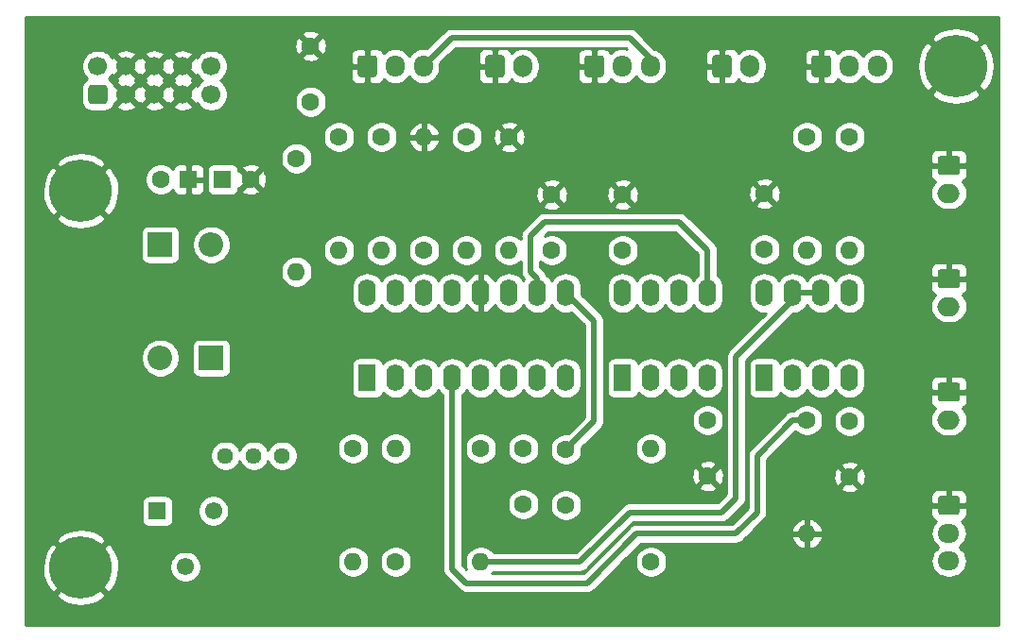
<source format=gbr>
%TF.GenerationSoftware,KiCad,Pcbnew,(5.1.9)-1*%
%TF.CreationDate,2021-01-10T17:19:38+01:00*%
%TF.ProjectId,AS3340,41533333-3430-42e6-9b69-6361645f7063,rev?*%
%TF.SameCoordinates,Original*%
%TF.FileFunction,Copper,L2,Bot*%
%TF.FilePolarity,Positive*%
%FSLAX46Y46*%
G04 Gerber Fmt 4.6, Leading zero omitted, Abs format (unit mm)*
G04 Created by KiCad (PCBNEW (5.1.9)-1) date 2021-01-10 17:19:38*
%MOMM*%
%LPD*%
G01*
G04 APERTURE LIST*
%TA.AperFunction,ComponentPad*%
%ADD10C,1.700000*%
%TD*%
%TA.AperFunction,ComponentPad*%
%ADD11C,1.550000*%
%TD*%
%TA.AperFunction,ComponentPad*%
%ADD12R,1.550000X1.550000*%
%TD*%
%TA.AperFunction,ComponentPad*%
%ADD13C,5.600000*%
%TD*%
%TA.AperFunction,ComponentPad*%
%ADD14O,1.950000X1.700000*%
%TD*%
%TA.AperFunction,ComponentPad*%
%ADD15C,1.600000*%
%TD*%
%TA.AperFunction,ComponentPad*%
%ADD16O,1.600000X2.400000*%
%TD*%
%TA.AperFunction,ComponentPad*%
%ADD17R,1.600000X2.400000*%
%TD*%
%TA.AperFunction,ComponentPad*%
%ADD18C,1.440000*%
%TD*%
%TA.AperFunction,ComponentPad*%
%ADD19O,1.600000X1.600000*%
%TD*%
%TA.AperFunction,ComponentPad*%
%ADD20O,1.700000X1.950000*%
%TD*%
%TA.AperFunction,ComponentPad*%
%ADD21O,1.700000X2.000000*%
%TD*%
%TA.AperFunction,ComponentPad*%
%ADD22O,2.000000X1.700000*%
%TD*%
%TA.AperFunction,ComponentPad*%
%ADD23O,2.200000X2.200000*%
%TD*%
%TA.AperFunction,ComponentPad*%
%ADD24R,2.200000X2.200000*%
%TD*%
%TA.AperFunction,ComponentPad*%
%ADD25R,1.600000X1.600000*%
%TD*%
%TA.AperFunction,Conductor*%
%ADD26C,0.500000*%
%TD*%
%TA.AperFunction,Conductor*%
%ADD27C,0.254000*%
%TD*%
%TA.AperFunction,Conductor*%
%ADD28C,0.100000*%
%TD*%
G04 APERTURE END LIST*
D10*
%TO.P,J901,10*%
%TO.N,Net-(C901-Pad1)*%
X90170000Y-41910000D03*
%TO.P,J901,8*%
%TO.N,GND*%
X87630000Y-41910000D03*
%TO.P,J901,6*%
X85090000Y-41910000D03*
%TO.P,J901,4*%
X82550000Y-41910000D03*
%TO.P,J901,2*%
%TO.N,Net-(C902-Pad2)*%
X80010000Y-41910000D03*
%TO.P,J901,9*%
%TO.N,Net-(C901-Pad1)*%
X90170000Y-44450000D03*
%TO.P,J901,7*%
%TO.N,GND*%
X87630000Y-44450000D03*
%TO.P,J901,5*%
X85090000Y-44450000D03*
%TO.P,J901,3*%
X82550000Y-44450000D03*
%TO.P,J901,1*%
%TO.N,Net-(C902-Pad2)*%
%TA.AperFunction,ComponentPad*%
G36*
G01*
X80610000Y-45300000D02*
X79410000Y-45300000D01*
G75*
G02*
X79160000Y-45050000I0J250000D01*
G01*
X79160000Y-43850000D01*
G75*
G02*
X79410000Y-43600000I250000J0D01*
G01*
X80610000Y-43600000D01*
G75*
G02*
X80860000Y-43850000I0J-250000D01*
G01*
X80860000Y-45050000D01*
G75*
G02*
X80610000Y-45300000I-250000J0D01*
G01*
G37*
%TD.AperFunction*%
%TD*%
D11*
%TO.P,RV2,2*%
%TO.N,Net-(R6-Pad1)*%
X87844000Y-86788000D03*
D12*
%TO.P,RV2,1*%
%TO.N,Net-(R1-Pad2)*%
X85344000Y-81788000D03*
D11*
%TO.P,RV2,3*%
%TO.N,Net-(R6-Pad1)*%
X90344000Y-81788000D03*
%TD*%
D13*
%TO.P,REF\u002A\u002A,1*%
%TO.N,GND*%
X156845000Y-41910000D03*
%TD*%
%TO.P,REF\u002A\u002A,1*%
%TO.N,GND*%
X78486000Y-86868000D03*
%TD*%
%TO.P,REF\u002A\u002A,1*%
%TO.N,GND*%
X78486000Y-53086000D03*
%TD*%
D14*
%TO.P,J301,3*%
%TO.N,Net-(C301-Pad2)*%
X156210000Y-86280000D03*
%TO.P,J301,2*%
%TO.N,Net-(C302-Pad2)*%
X156210000Y-83780000D03*
%TO.P,J301,1*%
%TO.N,GND*%
%TA.AperFunction,ComponentPad*%
G36*
G01*
X155485000Y-80430000D02*
X156935000Y-80430000D01*
G75*
G02*
X157185000Y-80680000I0J-250000D01*
G01*
X157185000Y-81880000D01*
G75*
G02*
X156935000Y-82130000I-250000J0D01*
G01*
X155485000Y-82130000D01*
G75*
G02*
X155235000Y-81880000I0J250000D01*
G01*
X155235000Y-80680000D01*
G75*
G02*
X155485000Y-80430000I250000J0D01*
G01*
G37*
%TD.AperFunction*%
%TD*%
D15*
%TO.P,C302,2*%
%TO.N,Net-(C302-Pad2)*%
X121920000Y-81280000D03*
%TO.P,C302,1*%
%TO.N,Net-(C302-Pad1)*%
X121920000Y-76280000D03*
%TD*%
%TO.P,C301,2*%
%TO.N,Net-(C301-Pad2)*%
X118110000Y-81200000D03*
%TO.P,C301,1*%
%TO.N,Net-(C301-Pad1)*%
X118110000Y-76200000D03*
%TD*%
D16*
%TO.P,U101,8*%
%TO.N,+12V*%
X139700000Y-62230000D03*
%TO.P,U101,4*%
%TO.N,-12V*%
X147320000Y-69850000D03*
%TO.P,U101,7*%
%TO.N,Net-(R103-Pad2)*%
X142240000Y-62230000D03*
%TO.P,U101,3*%
%TO.N,/SQUARE*%
X144780000Y-69850000D03*
%TO.P,U101,6*%
%TO.N,Net-(R103-Pad2)*%
X144780000Y-62230000D03*
%TO.P,U101,2*%
%TO.N,Net-(J101-Pad2)*%
X142240000Y-69850000D03*
%TO.P,U101,5*%
%TO.N,Net-(R102-Pad2)*%
X147320000Y-62230000D03*
D17*
%TO.P,U101,1*%
%TO.N,Net-(J101-Pad2)*%
X139700000Y-69850000D03*
%TD*%
D16*
%TO.P,U2,8*%
%TO.N,+12V*%
X127000000Y-62230000D03*
%TO.P,U2,4*%
%TO.N,-12V*%
X134620000Y-69850000D03*
%TO.P,U2,7*%
%TO.N,Net-(J2-Pad2)*%
X129540000Y-62230000D03*
%TO.P,U2,3*%
%TO.N,/SAW*%
X132080000Y-69850000D03*
%TO.P,U2,6*%
%TO.N,Net-(J2-Pad2)*%
X132080000Y-62230000D03*
%TO.P,U2,2*%
%TO.N,Net-(J1-Pad2)*%
X129540000Y-69850000D03*
%TO.P,U2,5*%
%TO.N,/TRIANGLE*%
X134620000Y-62230000D03*
D17*
%TO.P,U2,1*%
%TO.N,Net-(J1-Pad2)*%
X127000000Y-69850000D03*
%TD*%
D16*
%TO.P,U1,16*%
%TO.N,+12V*%
X104140000Y-62230000D03*
%TO.P,U1,8*%
%TO.N,/SAW*%
X121920000Y-69850000D03*
%TO.P,U1,15*%
%TO.N,/CV*%
X106680000Y-62230000D03*
%TO.P,U1,7*%
%TO.N,Net-(U1-Pad7)*%
X119380000Y-69850000D03*
%TO.P,U1,14*%
%TO.N,Net-(R5-Pad1)*%
X109220000Y-62230000D03*
%TO.P,U1,6*%
%TO.N,Net-(C301-Pad1)*%
X116840000Y-69850000D03*
%TO.P,U1,13*%
%TO.N,Net-(R3-Pad2)*%
X111760000Y-62230000D03*
%TO.P,U1,5*%
%TO.N,/PWM*%
X114300000Y-69850000D03*
%TO.P,U1,12*%
%TO.N,GND*%
X114300000Y-62230000D03*
%TO.P,U1,4*%
%TO.N,/SQUARE*%
X111760000Y-69850000D03*
%TO.P,U1,11*%
%TO.N,Net-(C2-Pad1)*%
X116840000Y-62230000D03*
%TO.P,U1,3*%
%TO.N,Net-(R6-Pad1)*%
X109220000Y-69850000D03*
%TO.P,U1,10*%
%TO.N,/TRIANGLE*%
X119380000Y-62230000D03*
%TO.P,U1,2*%
%TO.N,Net-(R2-Pad2)*%
X106680000Y-69850000D03*
%TO.P,U1,9*%
%TO.N,Net-(C302-Pad1)*%
X121920000Y-62230000D03*
D17*
%TO.P,U1,1*%
%TO.N,Net-(R1-Pad1)*%
X104140000Y-69850000D03*
%TD*%
D18*
%TO.P,RV1,3*%
%TO.N,Net-(R6-Pad1)*%
X91440000Y-76835000D03*
%TO.P,RV1,2*%
X93980000Y-76835000D03*
%TO.P,RV1,1*%
%TO.N,Net-(R1-Pad2)*%
X96520000Y-76835000D03*
%TD*%
D19*
%TO.P,R201,2*%
%TO.N,Net-(R102-Pad2)*%
X147320000Y-58420000D03*
D15*
%TO.P,R201,1*%
%TO.N,Net-(J202-Pad2)*%
X147320000Y-48260000D03*
%TD*%
D19*
%TO.P,R103,2*%
%TO.N,Net-(R103-Pad2)*%
X114300000Y-86360000D03*
D15*
%TO.P,R103,1*%
%TO.N,/PWM*%
X114300000Y-76200000D03*
%TD*%
D19*
%TO.P,R102,2*%
%TO.N,Net-(R102-Pad2)*%
X143510000Y-58420000D03*
D15*
%TO.P,R102,1*%
%TO.N,Net-(J102-Pad2)*%
X143510000Y-48260000D03*
%TD*%
D19*
%TO.P,R101,2*%
%TO.N,GND*%
X143510000Y-83820000D03*
D15*
%TO.P,R101,1*%
%TO.N,/SQUARE*%
X143510000Y-73660000D03*
%TD*%
D19*
%TO.P,R9,2*%
%TO.N,/CV*%
X101600000Y-58420000D03*
D15*
%TO.P,R9,1*%
%TO.N,Net-(J4-Pad2)*%
X101600000Y-48260000D03*
%TD*%
D19*
%TO.P,R8,2*%
%TO.N,/CV*%
X105410000Y-58420000D03*
D15*
%TO.P,R8,1*%
%TO.N,Net-(J3-Pad2)*%
X105410000Y-48260000D03*
%TD*%
D19*
%TO.P,R7,2*%
%TO.N,/CV*%
X97790000Y-60325000D03*
D15*
%TO.P,R7,1*%
%TO.N,Net-(C1-Pad1)*%
X97790000Y-50165000D03*
%TD*%
D19*
%TO.P,R6,2*%
%TO.N,-12V*%
X129540000Y-76200000D03*
D15*
%TO.P,R6,1*%
%TO.N,Net-(R6-Pad1)*%
X129540000Y-86360000D03*
%TD*%
D19*
%TO.P,R5,2*%
%TO.N,GND*%
X109220000Y-48260000D03*
D15*
%TO.P,R5,1*%
%TO.N,Net-(R5-Pad1)*%
X109220000Y-58420000D03*
%TD*%
D19*
%TO.P,R4,2*%
%TO.N,Net-(R3-Pad2)*%
X116840000Y-58420000D03*
D15*
%TO.P,R4,1*%
%TO.N,GND*%
X116840000Y-48260000D03*
%TD*%
D19*
%TO.P,R3,2*%
%TO.N,Net-(R3-Pad2)*%
X113030000Y-58420000D03*
D15*
%TO.P,R3,1*%
%TO.N,Net-(R3-Pad1)*%
X113030000Y-48260000D03*
%TD*%
D19*
%TO.P,R2,2*%
%TO.N,Net-(R2-Pad2)*%
X106680000Y-76200000D03*
D15*
%TO.P,R2,1*%
%TO.N,Net-(R1-Pad2)*%
X106680000Y-86360000D03*
%TD*%
D19*
%TO.P,R1,2*%
%TO.N,Net-(R1-Pad2)*%
X102870000Y-86360000D03*
D15*
%TO.P,R1,1*%
%TO.N,Net-(R1-Pad1)*%
X102870000Y-76200000D03*
%TD*%
D20*
%TO.P,J202,3*%
%TO.N,Net-(J201-Pad2)*%
X149780000Y-41910000D03*
%TO.P,J202,2*%
%TO.N,Net-(J202-Pad2)*%
X147280000Y-41910000D03*
%TO.P,J202,1*%
%TO.N,GND*%
%TA.AperFunction,ComponentPad*%
G36*
G01*
X143930000Y-42635000D02*
X143930000Y-41185000D01*
G75*
G02*
X144180000Y-40935000I250000J0D01*
G01*
X145380000Y-40935000D01*
G75*
G02*
X145630000Y-41185000I0J-250000D01*
G01*
X145630000Y-42635000D01*
G75*
G02*
X145380000Y-42885000I-250000J0D01*
G01*
X144180000Y-42885000D01*
G75*
G02*
X143930000Y-42635000I0J250000D01*
G01*
G37*
%TD.AperFunction*%
%TD*%
D21*
%TO.P,J201,2*%
%TO.N,Net-(J201-Pad2)*%
X138390000Y-41910000D03*
%TO.P,J201,1*%
%TO.N,GND*%
%TA.AperFunction,ComponentPad*%
G36*
G01*
X135040000Y-42660000D02*
X135040000Y-41160000D01*
G75*
G02*
X135290000Y-40910000I250000J0D01*
G01*
X136490000Y-40910000D01*
G75*
G02*
X136740000Y-41160000I0J-250000D01*
G01*
X136740000Y-42660000D01*
G75*
G02*
X136490000Y-42910000I-250000J0D01*
G01*
X135290000Y-42910000D01*
G75*
G02*
X135040000Y-42660000I0J250000D01*
G01*
G37*
%TD.AperFunction*%
%TD*%
D20*
%TO.P,J102,3*%
%TO.N,+12V*%
X129460000Y-41910000D03*
%TO.P,J102,2*%
%TO.N,Net-(J102-Pad2)*%
X126960000Y-41910000D03*
%TO.P,J102,1*%
%TO.N,GND*%
%TA.AperFunction,ComponentPad*%
G36*
G01*
X123610000Y-42635000D02*
X123610000Y-41185000D01*
G75*
G02*
X123860000Y-40935000I250000J0D01*
G01*
X125060000Y-40935000D01*
G75*
G02*
X125310000Y-41185000I0J-250000D01*
G01*
X125310000Y-42635000D01*
G75*
G02*
X125060000Y-42885000I-250000J0D01*
G01*
X123860000Y-42885000D01*
G75*
G02*
X123610000Y-42635000I0J250000D01*
G01*
G37*
%TD.AperFunction*%
%TD*%
D22*
%TO.P,J101,2*%
%TO.N,Net-(J101-Pad2)*%
X156210000Y-73620000D03*
%TO.P,J101,1*%
%TO.N,GND*%
%TA.AperFunction,ComponentPad*%
G36*
G01*
X155460000Y-70270000D02*
X156960000Y-70270000D01*
G75*
G02*
X157210000Y-70520000I0J-250000D01*
G01*
X157210000Y-71720000D01*
G75*
G02*
X156960000Y-71970000I-250000J0D01*
G01*
X155460000Y-71970000D01*
G75*
G02*
X155210000Y-71720000I0J250000D01*
G01*
X155210000Y-70520000D01*
G75*
G02*
X155460000Y-70270000I250000J0D01*
G01*
G37*
%TD.AperFunction*%
%TD*%
D20*
%TO.P,J4,3*%
%TO.N,+12V*%
X109140000Y-41910000D03*
%TO.P,J4,2*%
%TO.N,Net-(J4-Pad2)*%
X106640000Y-41910000D03*
%TO.P,J4,1*%
%TO.N,GND*%
%TA.AperFunction,ComponentPad*%
G36*
G01*
X103290000Y-42635000D02*
X103290000Y-41185000D01*
G75*
G02*
X103540000Y-40935000I250000J0D01*
G01*
X104740000Y-40935000D01*
G75*
G02*
X104990000Y-41185000I0J-250000D01*
G01*
X104990000Y-42635000D01*
G75*
G02*
X104740000Y-42885000I-250000J0D01*
G01*
X103540000Y-42885000D01*
G75*
G02*
X103290000Y-42635000I0J250000D01*
G01*
G37*
%TD.AperFunction*%
%TD*%
D21*
%TO.P,J3,2*%
%TO.N,Net-(J3-Pad2)*%
X118070000Y-41910000D03*
%TO.P,J3,1*%
%TO.N,GND*%
%TA.AperFunction,ComponentPad*%
G36*
G01*
X114720000Y-42660000D02*
X114720000Y-41160000D01*
G75*
G02*
X114970000Y-40910000I250000J0D01*
G01*
X116170000Y-40910000D01*
G75*
G02*
X116420000Y-41160000I0J-250000D01*
G01*
X116420000Y-42660000D01*
G75*
G02*
X116170000Y-42910000I-250000J0D01*
G01*
X114970000Y-42910000D01*
G75*
G02*
X114720000Y-42660000I0J250000D01*
G01*
G37*
%TD.AperFunction*%
%TD*%
D22*
%TO.P,J2,2*%
%TO.N,Net-(J2-Pad2)*%
X156210000Y-53300000D03*
%TO.P,J2,1*%
%TO.N,GND*%
%TA.AperFunction,ComponentPad*%
G36*
G01*
X155460000Y-49950000D02*
X156960000Y-49950000D01*
G75*
G02*
X157210000Y-50200000I0J-250000D01*
G01*
X157210000Y-51400000D01*
G75*
G02*
X156960000Y-51650000I-250000J0D01*
G01*
X155460000Y-51650000D01*
G75*
G02*
X155210000Y-51400000I0J250000D01*
G01*
X155210000Y-50200000D01*
G75*
G02*
X155460000Y-49950000I250000J0D01*
G01*
G37*
%TD.AperFunction*%
%TD*%
%TO.P,J1,2*%
%TO.N,Net-(J1-Pad2)*%
X156210000Y-63460000D03*
%TO.P,J1,1*%
%TO.N,GND*%
%TA.AperFunction,ComponentPad*%
G36*
G01*
X155460000Y-60110000D02*
X156960000Y-60110000D01*
G75*
G02*
X157210000Y-60360000I0J-250000D01*
G01*
X157210000Y-61560000D01*
G75*
G02*
X156960000Y-61810000I-250000J0D01*
G01*
X155460000Y-61810000D01*
G75*
G02*
X155210000Y-61560000I0J250000D01*
G01*
X155210000Y-60360000D01*
G75*
G02*
X155460000Y-60110000I250000J0D01*
G01*
G37*
%TD.AperFunction*%
%TD*%
D23*
%TO.P,D902,2*%
%TO.N,-12V*%
X85598000Y-68072000D03*
D24*
%TO.P,D902,1*%
%TO.N,Net-(C902-Pad2)*%
X85598000Y-57912000D03*
%TD*%
D23*
%TO.P,D901,2*%
%TO.N,Net-(C901-Pad1)*%
X90170000Y-57912000D03*
D24*
%TO.P,D901,1*%
%TO.N,+12V*%
X90170000Y-68072000D03*
%TD*%
D15*
%TO.P,C902,2*%
%TO.N,Net-(C902-Pad2)*%
X85638000Y-52070000D03*
D25*
%TO.P,C902,1*%
%TO.N,GND*%
X88138000Y-52070000D03*
%TD*%
D15*
%TO.P,C901,2*%
%TO.N,GND*%
X93686000Y-52070000D03*
D25*
%TO.P,C901,1*%
%TO.N,Net-(C901-Pad1)*%
X91186000Y-52070000D03*
%TD*%
D15*
%TO.P,C102,2*%
%TO.N,-12V*%
X147320000Y-73740000D03*
%TO.P,C102,1*%
%TO.N,GND*%
X147320000Y-78740000D03*
%TD*%
%TO.P,C101,2*%
%TO.N,+12V*%
X139700000Y-58340000D03*
%TO.P,C101,1*%
%TO.N,GND*%
X139700000Y-53340000D03*
%TD*%
%TO.P,C4,2*%
%TO.N,-12V*%
X134620000Y-73660000D03*
%TO.P,C4,1*%
%TO.N,GND*%
X134620000Y-78660000D03*
%TD*%
%TO.P,C3,2*%
%TO.N,+12V*%
X127000000Y-58420000D03*
%TO.P,C3,1*%
%TO.N,GND*%
X127000000Y-53420000D03*
%TD*%
%TO.P,C2,2*%
%TO.N,GND*%
X120650000Y-53420000D03*
%TO.P,C2,1*%
%TO.N,Net-(C2-Pad1)*%
X120650000Y-58420000D03*
%TD*%
%TO.P,C1,2*%
%TO.N,GND*%
X99060000Y-40085000D03*
%TO.P,C1,1*%
%TO.N,Net-(C1-Pad1)*%
X99060000Y-45085000D03*
%TD*%
D26*
%TO.N,GND*%
X109220000Y-48260000D02*
X109855000Y-48260000D01*
%TO.N,+12V*%
X129460000Y-41910000D02*
X129460000Y-41195000D01*
X129460000Y-41195000D02*
X127635000Y-39370000D01*
X111680000Y-39370000D02*
X109140000Y-41910000D01*
X127635000Y-39370000D02*
X111680000Y-39370000D01*
%TO.N,/SQUARE*%
X137160000Y-83820000D02*
X128270000Y-83820000D01*
X123825000Y-88265000D02*
X113030000Y-88265000D01*
X139065000Y-81915000D02*
X137160000Y-83820000D01*
X139065000Y-76835000D02*
X139065000Y-81915000D01*
X142240000Y-73660000D02*
X139065000Y-76835000D01*
X128270000Y-83820000D02*
X123825000Y-88265000D01*
X143510000Y-73660000D02*
X142240000Y-73660000D01*
X113030000Y-88265000D02*
X111760000Y-86995000D01*
X111760000Y-86995000D02*
X111760000Y-69850000D01*
%TO.N,Net-(R103-Pad2)*%
X114300000Y-86360000D02*
X123190000Y-86360000D01*
X123190000Y-86360000D02*
X127635000Y-81915000D01*
X127635000Y-81915000D02*
X135890000Y-81915000D01*
X135890000Y-81915000D02*
X137160000Y-80645000D01*
X137160000Y-80645000D02*
X137160000Y-67945000D01*
X142240000Y-62865000D02*
X142240000Y-62230000D01*
X137160000Y-67945000D02*
X142240000Y-62865000D01*
X142240000Y-62230000D02*
X144780000Y-62230000D01*
%TO.N,/TRIANGLE*%
X132080000Y-55880000D02*
X134620000Y-58420000D01*
X134620000Y-58420000D02*
X134620000Y-62230000D01*
X120015000Y-55880000D02*
X132080000Y-55880000D01*
X118745000Y-57150000D02*
X120015000Y-55880000D01*
X118745000Y-60325000D02*
X118745000Y-57150000D01*
X119380000Y-60960000D02*
X118745000Y-60325000D01*
X119380000Y-62230000D02*
X119380000Y-60960000D01*
%TO.N,Net-(C302-Pad1)*%
X124460000Y-73740000D02*
X121920000Y-76280000D01*
X124460000Y-64770000D02*
X124460000Y-73740000D01*
X121920000Y-62230000D02*
X124460000Y-64770000D01*
%TD*%
D27*
%TO.N,GND*%
X160630001Y-92050000D02*
X73558000Y-92050000D01*
X73558000Y-89284481D01*
X76249124Y-89284481D01*
X76561308Y-89733177D01*
X77157259Y-90053612D01*
X77804273Y-90251626D01*
X78477484Y-90319610D01*
X79151023Y-90254949D01*
X79799006Y-90060130D01*
X80396530Y-89742639D01*
X80410692Y-89733177D01*
X80722876Y-89284481D01*
X78486000Y-87047605D01*
X76249124Y-89284481D01*
X73558000Y-89284481D01*
X73558000Y-86859484D01*
X75034390Y-86859484D01*
X75099051Y-87533023D01*
X75293870Y-88181006D01*
X75611361Y-88778530D01*
X75620823Y-88792692D01*
X76069519Y-89104876D01*
X78306395Y-86868000D01*
X78665605Y-86868000D01*
X80902481Y-89104876D01*
X81351177Y-88792692D01*
X81671612Y-88196741D01*
X81869626Y-87549727D01*
X81937610Y-86876516D01*
X81915781Y-86649127D01*
X86434000Y-86649127D01*
X86434000Y-86926873D01*
X86488186Y-87199282D01*
X86594475Y-87455885D01*
X86748782Y-87686822D01*
X86945178Y-87883218D01*
X87176115Y-88037525D01*
X87432718Y-88143814D01*
X87705127Y-88198000D01*
X87982873Y-88198000D01*
X88255282Y-88143814D01*
X88511885Y-88037525D01*
X88742822Y-87883218D01*
X88939218Y-87686822D01*
X89093525Y-87455885D01*
X89199814Y-87199282D01*
X89254000Y-86926873D01*
X89254000Y-86649127D01*
X89199814Y-86376718D01*
X89134346Y-86218665D01*
X101435000Y-86218665D01*
X101435000Y-86501335D01*
X101490147Y-86778574D01*
X101598320Y-87039727D01*
X101755363Y-87274759D01*
X101955241Y-87474637D01*
X102190273Y-87631680D01*
X102451426Y-87739853D01*
X102728665Y-87795000D01*
X103011335Y-87795000D01*
X103288574Y-87739853D01*
X103549727Y-87631680D01*
X103784759Y-87474637D01*
X103984637Y-87274759D01*
X104141680Y-87039727D01*
X104249853Y-86778574D01*
X104305000Y-86501335D01*
X104305000Y-86218665D01*
X105245000Y-86218665D01*
X105245000Y-86501335D01*
X105300147Y-86778574D01*
X105408320Y-87039727D01*
X105565363Y-87274759D01*
X105765241Y-87474637D01*
X106000273Y-87631680D01*
X106261426Y-87739853D01*
X106538665Y-87795000D01*
X106821335Y-87795000D01*
X107098574Y-87739853D01*
X107359727Y-87631680D01*
X107594759Y-87474637D01*
X107794637Y-87274759D01*
X107951680Y-87039727D01*
X108059853Y-86778574D01*
X108115000Y-86501335D01*
X108115000Y-86218665D01*
X108059853Y-85941426D01*
X107951680Y-85680273D01*
X107794637Y-85445241D01*
X107594759Y-85245363D01*
X107359727Y-85088320D01*
X107098574Y-84980147D01*
X106821335Y-84925000D01*
X106538665Y-84925000D01*
X106261426Y-84980147D01*
X106000273Y-85088320D01*
X105765241Y-85245363D01*
X105565363Y-85445241D01*
X105408320Y-85680273D01*
X105300147Y-85941426D01*
X105245000Y-86218665D01*
X104305000Y-86218665D01*
X104249853Y-85941426D01*
X104141680Y-85680273D01*
X103984637Y-85445241D01*
X103784759Y-85245363D01*
X103549727Y-85088320D01*
X103288574Y-84980147D01*
X103011335Y-84925000D01*
X102728665Y-84925000D01*
X102451426Y-84980147D01*
X102190273Y-85088320D01*
X101955241Y-85245363D01*
X101755363Y-85445241D01*
X101598320Y-85680273D01*
X101490147Y-85941426D01*
X101435000Y-86218665D01*
X89134346Y-86218665D01*
X89093525Y-86120115D01*
X88939218Y-85889178D01*
X88742822Y-85692782D01*
X88511885Y-85538475D01*
X88255282Y-85432186D01*
X87982873Y-85378000D01*
X87705127Y-85378000D01*
X87432718Y-85432186D01*
X87176115Y-85538475D01*
X86945178Y-85692782D01*
X86748782Y-85889178D01*
X86594475Y-86120115D01*
X86488186Y-86376718D01*
X86434000Y-86649127D01*
X81915781Y-86649127D01*
X81872949Y-86202977D01*
X81678130Y-85554994D01*
X81360639Y-84957470D01*
X81351177Y-84943308D01*
X80902481Y-84631124D01*
X78665605Y-86868000D01*
X78306395Y-86868000D01*
X76069519Y-84631124D01*
X75620823Y-84943308D01*
X75300388Y-85539259D01*
X75102374Y-86186273D01*
X75034390Y-86859484D01*
X73558000Y-86859484D01*
X73558000Y-84451519D01*
X76249124Y-84451519D01*
X78486000Y-86688395D01*
X80722876Y-84451519D01*
X80410692Y-84002823D01*
X79814741Y-83682388D01*
X79167727Y-83484374D01*
X78494516Y-83416390D01*
X77820977Y-83481051D01*
X77172994Y-83675870D01*
X76575470Y-83993361D01*
X76561308Y-84002823D01*
X76249124Y-84451519D01*
X73558000Y-84451519D01*
X73558000Y-81013000D01*
X83930928Y-81013000D01*
X83930928Y-82563000D01*
X83943188Y-82687482D01*
X83979498Y-82807180D01*
X84038463Y-82917494D01*
X84117815Y-83014185D01*
X84214506Y-83093537D01*
X84324820Y-83152502D01*
X84444518Y-83188812D01*
X84569000Y-83201072D01*
X86119000Y-83201072D01*
X86243482Y-83188812D01*
X86363180Y-83152502D01*
X86473494Y-83093537D01*
X86570185Y-83014185D01*
X86649537Y-82917494D01*
X86708502Y-82807180D01*
X86744812Y-82687482D01*
X86757072Y-82563000D01*
X86757072Y-81649127D01*
X88934000Y-81649127D01*
X88934000Y-81926873D01*
X88988186Y-82199282D01*
X89094475Y-82455885D01*
X89248782Y-82686822D01*
X89445178Y-82883218D01*
X89676115Y-83037525D01*
X89932718Y-83143814D01*
X90205127Y-83198000D01*
X90482873Y-83198000D01*
X90755282Y-83143814D01*
X91011885Y-83037525D01*
X91242822Y-82883218D01*
X91439218Y-82686822D01*
X91593525Y-82455885D01*
X91699814Y-82199282D01*
X91754000Y-81926873D01*
X91754000Y-81649127D01*
X91699814Y-81376718D01*
X91593525Y-81120115D01*
X91439218Y-80889178D01*
X91242822Y-80692782D01*
X91011885Y-80538475D01*
X90755282Y-80432186D01*
X90482873Y-80378000D01*
X90205127Y-80378000D01*
X89932718Y-80432186D01*
X89676115Y-80538475D01*
X89445178Y-80692782D01*
X89248782Y-80889178D01*
X89094475Y-81120115D01*
X88988186Y-81376718D01*
X88934000Y-81649127D01*
X86757072Y-81649127D01*
X86757072Y-81013000D01*
X86744812Y-80888518D01*
X86708502Y-80768820D01*
X86649537Y-80658506D01*
X86570185Y-80561815D01*
X86473494Y-80482463D01*
X86363180Y-80423498D01*
X86243482Y-80387188D01*
X86119000Y-80374928D01*
X84569000Y-80374928D01*
X84444518Y-80387188D01*
X84324820Y-80423498D01*
X84214506Y-80482463D01*
X84117815Y-80561815D01*
X84038463Y-80658506D01*
X83979498Y-80768820D01*
X83943188Y-80888518D01*
X83930928Y-81013000D01*
X73558000Y-81013000D01*
X73558000Y-76701544D01*
X90085000Y-76701544D01*
X90085000Y-76968456D01*
X90137072Y-77230239D01*
X90239215Y-77476833D01*
X90387503Y-77698762D01*
X90576238Y-77887497D01*
X90798167Y-78035785D01*
X91044761Y-78137928D01*
X91306544Y-78190000D01*
X91573456Y-78190000D01*
X91835239Y-78137928D01*
X92081833Y-78035785D01*
X92303762Y-77887497D01*
X92492497Y-77698762D01*
X92640785Y-77476833D01*
X92710000Y-77309734D01*
X92779215Y-77476833D01*
X92927503Y-77698762D01*
X93116238Y-77887497D01*
X93338167Y-78035785D01*
X93584761Y-78137928D01*
X93846544Y-78190000D01*
X94113456Y-78190000D01*
X94375239Y-78137928D01*
X94621833Y-78035785D01*
X94843762Y-77887497D01*
X95032497Y-77698762D01*
X95180785Y-77476833D01*
X95250000Y-77309734D01*
X95319215Y-77476833D01*
X95467503Y-77698762D01*
X95656238Y-77887497D01*
X95878167Y-78035785D01*
X96124761Y-78137928D01*
X96386544Y-78190000D01*
X96653456Y-78190000D01*
X96915239Y-78137928D01*
X97161833Y-78035785D01*
X97383762Y-77887497D01*
X97572497Y-77698762D01*
X97720785Y-77476833D01*
X97822928Y-77230239D01*
X97875000Y-76968456D01*
X97875000Y-76701544D01*
X97822928Y-76439761D01*
X97720785Y-76193167D01*
X97630914Y-76058665D01*
X101435000Y-76058665D01*
X101435000Y-76341335D01*
X101490147Y-76618574D01*
X101598320Y-76879727D01*
X101755363Y-77114759D01*
X101955241Y-77314637D01*
X102190273Y-77471680D01*
X102451426Y-77579853D01*
X102728665Y-77635000D01*
X103011335Y-77635000D01*
X103288574Y-77579853D01*
X103549727Y-77471680D01*
X103784759Y-77314637D01*
X103984637Y-77114759D01*
X104141680Y-76879727D01*
X104249853Y-76618574D01*
X104305000Y-76341335D01*
X104305000Y-76058665D01*
X105245000Y-76058665D01*
X105245000Y-76341335D01*
X105300147Y-76618574D01*
X105408320Y-76879727D01*
X105565363Y-77114759D01*
X105765241Y-77314637D01*
X106000273Y-77471680D01*
X106261426Y-77579853D01*
X106538665Y-77635000D01*
X106821335Y-77635000D01*
X107098574Y-77579853D01*
X107359727Y-77471680D01*
X107594759Y-77314637D01*
X107794637Y-77114759D01*
X107951680Y-76879727D01*
X108059853Y-76618574D01*
X108115000Y-76341335D01*
X108115000Y-76058665D01*
X108059853Y-75781426D01*
X107951680Y-75520273D01*
X107794637Y-75285241D01*
X107594759Y-75085363D01*
X107359727Y-74928320D01*
X107098574Y-74820147D01*
X106821335Y-74765000D01*
X106538665Y-74765000D01*
X106261426Y-74820147D01*
X106000273Y-74928320D01*
X105765241Y-75085363D01*
X105565363Y-75285241D01*
X105408320Y-75520273D01*
X105300147Y-75781426D01*
X105245000Y-76058665D01*
X104305000Y-76058665D01*
X104249853Y-75781426D01*
X104141680Y-75520273D01*
X103984637Y-75285241D01*
X103784759Y-75085363D01*
X103549727Y-74928320D01*
X103288574Y-74820147D01*
X103011335Y-74765000D01*
X102728665Y-74765000D01*
X102451426Y-74820147D01*
X102190273Y-74928320D01*
X101955241Y-75085363D01*
X101755363Y-75285241D01*
X101598320Y-75520273D01*
X101490147Y-75781426D01*
X101435000Y-76058665D01*
X97630914Y-76058665D01*
X97572497Y-75971238D01*
X97383762Y-75782503D01*
X97161833Y-75634215D01*
X96915239Y-75532072D01*
X96653456Y-75480000D01*
X96386544Y-75480000D01*
X96124761Y-75532072D01*
X95878167Y-75634215D01*
X95656238Y-75782503D01*
X95467503Y-75971238D01*
X95319215Y-76193167D01*
X95250000Y-76360266D01*
X95180785Y-76193167D01*
X95032497Y-75971238D01*
X94843762Y-75782503D01*
X94621833Y-75634215D01*
X94375239Y-75532072D01*
X94113456Y-75480000D01*
X93846544Y-75480000D01*
X93584761Y-75532072D01*
X93338167Y-75634215D01*
X93116238Y-75782503D01*
X92927503Y-75971238D01*
X92779215Y-76193167D01*
X92710000Y-76360266D01*
X92640785Y-76193167D01*
X92492497Y-75971238D01*
X92303762Y-75782503D01*
X92081833Y-75634215D01*
X91835239Y-75532072D01*
X91573456Y-75480000D01*
X91306544Y-75480000D01*
X91044761Y-75532072D01*
X90798167Y-75634215D01*
X90576238Y-75782503D01*
X90387503Y-75971238D01*
X90239215Y-76193167D01*
X90137072Y-76439761D01*
X90085000Y-76701544D01*
X73558000Y-76701544D01*
X73558000Y-67901117D01*
X83863000Y-67901117D01*
X83863000Y-68242883D01*
X83929675Y-68578081D01*
X84060463Y-68893831D01*
X84250337Y-69177998D01*
X84492002Y-69419663D01*
X84776169Y-69609537D01*
X85091919Y-69740325D01*
X85427117Y-69807000D01*
X85768883Y-69807000D01*
X86104081Y-69740325D01*
X86419831Y-69609537D01*
X86703998Y-69419663D01*
X86945663Y-69177998D01*
X87135537Y-68893831D01*
X87266325Y-68578081D01*
X87333000Y-68242883D01*
X87333000Y-67901117D01*
X87266325Y-67565919D01*
X87135537Y-67250169D01*
X86949671Y-66972000D01*
X88431928Y-66972000D01*
X88431928Y-69172000D01*
X88444188Y-69296482D01*
X88480498Y-69416180D01*
X88539463Y-69526494D01*
X88618815Y-69623185D01*
X88715506Y-69702537D01*
X88825820Y-69761502D01*
X88945518Y-69797812D01*
X89070000Y-69810072D01*
X91270000Y-69810072D01*
X91394482Y-69797812D01*
X91514180Y-69761502D01*
X91624494Y-69702537D01*
X91721185Y-69623185D01*
X91800537Y-69526494D01*
X91859502Y-69416180D01*
X91895812Y-69296482D01*
X91908072Y-69172000D01*
X91908072Y-68650000D01*
X102701928Y-68650000D01*
X102701928Y-71050000D01*
X102714188Y-71174482D01*
X102750498Y-71294180D01*
X102809463Y-71404494D01*
X102888815Y-71501185D01*
X102985506Y-71580537D01*
X103095820Y-71639502D01*
X103215518Y-71675812D01*
X103340000Y-71688072D01*
X104940000Y-71688072D01*
X105064482Y-71675812D01*
X105184180Y-71639502D01*
X105294494Y-71580537D01*
X105391185Y-71501185D01*
X105470537Y-71404494D01*
X105529502Y-71294180D01*
X105565812Y-71174482D01*
X105567581Y-71156517D01*
X105660393Y-71269608D01*
X105878900Y-71448932D01*
X106128193Y-71582182D01*
X106398692Y-71664236D01*
X106680000Y-71691943D01*
X106961309Y-71664236D01*
X107231808Y-71582182D01*
X107481101Y-71448932D01*
X107699608Y-71269608D01*
X107878932Y-71051101D01*
X107950000Y-70918142D01*
X108021068Y-71051101D01*
X108200393Y-71269608D01*
X108418900Y-71448932D01*
X108668193Y-71582182D01*
X108938692Y-71664236D01*
X109220000Y-71691943D01*
X109501309Y-71664236D01*
X109771808Y-71582182D01*
X110021101Y-71448932D01*
X110239608Y-71269608D01*
X110418932Y-71051101D01*
X110490000Y-70918142D01*
X110561068Y-71051101D01*
X110740393Y-71269608D01*
X110875001Y-71380078D01*
X110875000Y-86951531D01*
X110870719Y-86995000D01*
X110875000Y-87038469D01*
X110875000Y-87038476D01*
X110886212Y-87152314D01*
X110887805Y-87168490D01*
X110891779Y-87181589D01*
X110938411Y-87335312D01*
X111020589Y-87489058D01*
X111131183Y-87623817D01*
X111164956Y-87651534D01*
X112373470Y-88860049D01*
X112401183Y-88893817D01*
X112434951Y-88921530D01*
X112434953Y-88921532D01*
X112506452Y-88980210D01*
X112535941Y-89004411D01*
X112689687Y-89086589D01*
X112856510Y-89137195D01*
X112986523Y-89150000D01*
X112986533Y-89150000D01*
X113029999Y-89154281D01*
X113073465Y-89150000D01*
X123781531Y-89150000D01*
X123825000Y-89154281D01*
X123868469Y-89150000D01*
X123868477Y-89150000D01*
X123998490Y-89137195D01*
X124165313Y-89086589D01*
X124319059Y-89004411D01*
X124453817Y-88893817D01*
X124481534Y-88860044D01*
X127122913Y-86218665D01*
X128105000Y-86218665D01*
X128105000Y-86501335D01*
X128160147Y-86778574D01*
X128268320Y-87039727D01*
X128425363Y-87274759D01*
X128625241Y-87474637D01*
X128860273Y-87631680D01*
X129121426Y-87739853D01*
X129398665Y-87795000D01*
X129681335Y-87795000D01*
X129958574Y-87739853D01*
X130219727Y-87631680D01*
X130454759Y-87474637D01*
X130654637Y-87274759D01*
X130811680Y-87039727D01*
X130919853Y-86778574D01*
X130975000Y-86501335D01*
X130975000Y-86218665D01*
X130919853Y-85941426D01*
X130811680Y-85680273D01*
X130654637Y-85445241D01*
X130454759Y-85245363D01*
X130219727Y-85088320D01*
X129958574Y-84980147D01*
X129681335Y-84925000D01*
X129398665Y-84925000D01*
X129121426Y-84980147D01*
X128860273Y-85088320D01*
X128625241Y-85245363D01*
X128425363Y-85445241D01*
X128268320Y-85680273D01*
X128160147Y-85941426D01*
X128105000Y-86218665D01*
X127122913Y-86218665D01*
X128636579Y-84705000D01*
X137116531Y-84705000D01*
X137160000Y-84709281D01*
X137203469Y-84705000D01*
X137203477Y-84705000D01*
X137333490Y-84692195D01*
X137500313Y-84641589D01*
X137654059Y-84559411D01*
X137788817Y-84448817D01*
X137816534Y-84415044D01*
X138062538Y-84169040D01*
X142118091Y-84169040D01*
X142212930Y-84433881D01*
X142357615Y-84675131D01*
X142546586Y-84883519D01*
X142772580Y-85051037D01*
X143026913Y-85171246D01*
X143160961Y-85211904D01*
X143383000Y-85089915D01*
X143383000Y-83947000D01*
X143637000Y-83947000D01*
X143637000Y-85089915D01*
X143859039Y-85211904D01*
X143993087Y-85171246D01*
X144247420Y-85051037D01*
X144473414Y-84883519D01*
X144662385Y-84675131D01*
X144807070Y-84433881D01*
X144901909Y-84169040D01*
X144780624Y-83947000D01*
X143637000Y-83947000D01*
X143383000Y-83947000D01*
X142239376Y-83947000D01*
X142118091Y-84169040D01*
X138062538Y-84169040D01*
X138451578Y-83780000D01*
X154592815Y-83780000D01*
X154621487Y-84071111D01*
X154706401Y-84351034D01*
X154844294Y-84609014D01*
X155029866Y-84835134D01*
X155255986Y-85020706D01*
X155273374Y-85030000D01*
X155255986Y-85039294D01*
X155029866Y-85224866D01*
X154844294Y-85450986D01*
X154706401Y-85708966D01*
X154621487Y-85988889D01*
X154592815Y-86280000D01*
X154621487Y-86571111D01*
X154706401Y-86851034D01*
X154844294Y-87109014D01*
X155029866Y-87335134D01*
X155255986Y-87520706D01*
X155513966Y-87658599D01*
X155793889Y-87743513D01*
X156012050Y-87765000D01*
X156407950Y-87765000D01*
X156626111Y-87743513D01*
X156906034Y-87658599D01*
X157164014Y-87520706D01*
X157390134Y-87335134D01*
X157575706Y-87109014D01*
X157713599Y-86851034D01*
X157798513Y-86571111D01*
X157827185Y-86280000D01*
X157798513Y-85988889D01*
X157713599Y-85708966D01*
X157575706Y-85450986D01*
X157390134Y-85224866D01*
X157164014Y-85039294D01*
X157146626Y-85030000D01*
X157164014Y-85020706D01*
X157390134Y-84835134D01*
X157575706Y-84609014D01*
X157713599Y-84351034D01*
X157798513Y-84071111D01*
X157827185Y-83780000D01*
X157798513Y-83488889D01*
X157713599Y-83208966D01*
X157575706Y-82950986D01*
X157394392Y-82730055D01*
X157429180Y-82719502D01*
X157539494Y-82660537D01*
X157636185Y-82581185D01*
X157715537Y-82484494D01*
X157774502Y-82374180D01*
X157810812Y-82254482D01*
X157823072Y-82130000D01*
X157820000Y-81565750D01*
X157661250Y-81407000D01*
X156337000Y-81407000D01*
X156337000Y-81427000D01*
X156083000Y-81427000D01*
X156083000Y-81407000D01*
X154758750Y-81407000D01*
X154600000Y-81565750D01*
X154596928Y-82130000D01*
X154609188Y-82254482D01*
X154645498Y-82374180D01*
X154704463Y-82484494D01*
X154783815Y-82581185D01*
X154880506Y-82660537D01*
X154990820Y-82719502D01*
X155025608Y-82730055D01*
X154844294Y-82950986D01*
X154706401Y-83208966D01*
X154621487Y-83488889D01*
X154592815Y-83780000D01*
X138451578Y-83780000D01*
X138760618Y-83470960D01*
X142118091Y-83470960D01*
X142239376Y-83693000D01*
X143383000Y-83693000D01*
X143383000Y-82550085D01*
X143637000Y-82550085D01*
X143637000Y-83693000D01*
X144780624Y-83693000D01*
X144901909Y-83470960D01*
X144807070Y-83206119D01*
X144662385Y-82964869D01*
X144473414Y-82756481D01*
X144247420Y-82588963D01*
X143993087Y-82468754D01*
X143859039Y-82428096D01*
X143637000Y-82550085D01*
X143383000Y-82550085D01*
X143160961Y-82428096D01*
X143026913Y-82468754D01*
X142772580Y-82588963D01*
X142546586Y-82756481D01*
X142357615Y-82964869D01*
X142212930Y-83206119D01*
X142118091Y-83470960D01*
X138760618Y-83470960D01*
X139660049Y-82571530D01*
X139693817Y-82543817D01*
X139804411Y-82409059D01*
X139886589Y-82255313D01*
X139937195Y-82088490D01*
X139950000Y-81958477D01*
X139950000Y-81958469D01*
X139954281Y-81915000D01*
X139950000Y-81871531D01*
X139950000Y-80430000D01*
X154596928Y-80430000D01*
X154600000Y-80994250D01*
X154758750Y-81153000D01*
X156083000Y-81153000D01*
X156083000Y-79953750D01*
X156337000Y-79953750D01*
X156337000Y-81153000D01*
X157661250Y-81153000D01*
X157820000Y-80994250D01*
X157823072Y-80430000D01*
X157810812Y-80305518D01*
X157774502Y-80185820D01*
X157715537Y-80075506D01*
X157636185Y-79978815D01*
X157539494Y-79899463D01*
X157429180Y-79840498D01*
X157309482Y-79804188D01*
X157185000Y-79791928D01*
X156495750Y-79795000D01*
X156337000Y-79953750D01*
X156083000Y-79953750D01*
X155924250Y-79795000D01*
X155235000Y-79791928D01*
X155110518Y-79804188D01*
X154990820Y-79840498D01*
X154880506Y-79899463D01*
X154783815Y-79978815D01*
X154704463Y-80075506D01*
X154645498Y-80185820D01*
X154609188Y-80305518D01*
X154596928Y-80430000D01*
X139950000Y-80430000D01*
X139950000Y-79732702D01*
X146506903Y-79732702D01*
X146578486Y-79976671D01*
X146833996Y-80097571D01*
X147108184Y-80166300D01*
X147390512Y-80180217D01*
X147670130Y-80138787D01*
X147936292Y-80043603D01*
X148061514Y-79976671D01*
X148133097Y-79732702D01*
X147320000Y-78919605D01*
X146506903Y-79732702D01*
X139950000Y-79732702D01*
X139950000Y-78810512D01*
X145879783Y-78810512D01*
X145921213Y-79090130D01*
X146016397Y-79356292D01*
X146083329Y-79481514D01*
X146327298Y-79553097D01*
X147140395Y-78740000D01*
X147499605Y-78740000D01*
X148312702Y-79553097D01*
X148556671Y-79481514D01*
X148677571Y-79226004D01*
X148746300Y-78951816D01*
X148760217Y-78669488D01*
X148718787Y-78389870D01*
X148623603Y-78123708D01*
X148556671Y-77998486D01*
X148312702Y-77926903D01*
X147499605Y-78740000D01*
X147140395Y-78740000D01*
X146327298Y-77926903D01*
X146083329Y-77998486D01*
X145962429Y-78253996D01*
X145893700Y-78528184D01*
X145879783Y-78810512D01*
X139950000Y-78810512D01*
X139950000Y-77747298D01*
X146506903Y-77747298D01*
X147320000Y-78560395D01*
X148133097Y-77747298D01*
X148061514Y-77503329D01*
X147806004Y-77382429D01*
X147531816Y-77313700D01*
X147249488Y-77299783D01*
X146969870Y-77341213D01*
X146703708Y-77436397D01*
X146578486Y-77503329D01*
X146506903Y-77747298D01*
X139950000Y-77747298D01*
X139950000Y-77201578D01*
X142486091Y-74665487D01*
X142595241Y-74774637D01*
X142830273Y-74931680D01*
X143091426Y-75039853D01*
X143368665Y-75095000D01*
X143651335Y-75095000D01*
X143928574Y-75039853D01*
X144189727Y-74931680D01*
X144424759Y-74774637D01*
X144624637Y-74574759D01*
X144781680Y-74339727D01*
X144889853Y-74078574D01*
X144945000Y-73801335D01*
X144945000Y-73598665D01*
X145885000Y-73598665D01*
X145885000Y-73881335D01*
X145940147Y-74158574D01*
X146048320Y-74419727D01*
X146205363Y-74654759D01*
X146405241Y-74854637D01*
X146640273Y-75011680D01*
X146901426Y-75119853D01*
X147178665Y-75175000D01*
X147461335Y-75175000D01*
X147738574Y-75119853D01*
X147999727Y-75011680D01*
X148234759Y-74854637D01*
X148434637Y-74654759D01*
X148591680Y-74419727D01*
X148699853Y-74158574D01*
X148755000Y-73881335D01*
X148755000Y-73620000D01*
X154567815Y-73620000D01*
X154596487Y-73911111D01*
X154681401Y-74191034D01*
X154819294Y-74449014D01*
X155004866Y-74675134D01*
X155230986Y-74860706D01*
X155488966Y-74998599D01*
X155768889Y-75083513D01*
X155987050Y-75105000D01*
X156432950Y-75105000D01*
X156651111Y-75083513D01*
X156931034Y-74998599D01*
X157189014Y-74860706D01*
X157415134Y-74675134D01*
X157600706Y-74449014D01*
X157738599Y-74191034D01*
X157823513Y-73911111D01*
X157852185Y-73620000D01*
X157823513Y-73328889D01*
X157738599Y-73048966D01*
X157600706Y-72790986D01*
X157419392Y-72570055D01*
X157454180Y-72559502D01*
X157564494Y-72500537D01*
X157661185Y-72421185D01*
X157740537Y-72324494D01*
X157799502Y-72214180D01*
X157835812Y-72094482D01*
X157848072Y-71970000D01*
X157845000Y-71405750D01*
X157686250Y-71247000D01*
X156337000Y-71247000D01*
X156337000Y-71267000D01*
X156083000Y-71267000D01*
X156083000Y-71247000D01*
X154733750Y-71247000D01*
X154575000Y-71405750D01*
X154571928Y-71970000D01*
X154584188Y-72094482D01*
X154620498Y-72214180D01*
X154679463Y-72324494D01*
X154758815Y-72421185D01*
X154855506Y-72500537D01*
X154965820Y-72559502D01*
X155000608Y-72570055D01*
X154819294Y-72790986D01*
X154681401Y-73048966D01*
X154596487Y-73328889D01*
X154567815Y-73620000D01*
X148755000Y-73620000D01*
X148755000Y-73598665D01*
X148699853Y-73321426D01*
X148591680Y-73060273D01*
X148434637Y-72825241D01*
X148234759Y-72625363D01*
X147999727Y-72468320D01*
X147738574Y-72360147D01*
X147461335Y-72305000D01*
X147178665Y-72305000D01*
X146901426Y-72360147D01*
X146640273Y-72468320D01*
X146405241Y-72625363D01*
X146205363Y-72825241D01*
X146048320Y-73060273D01*
X145940147Y-73321426D01*
X145885000Y-73598665D01*
X144945000Y-73598665D01*
X144945000Y-73518665D01*
X144889853Y-73241426D01*
X144781680Y-72980273D01*
X144624637Y-72745241D01*
X144424759Y-72545363D01*
X144189727Y-72388320D01*
X143928574Y-72280147D01*
X143651335Y-72225000D01*
X143368665Y-72225000D01*
X143091426Y-72280147D01*
X142830273Y-72388320D01*
X142595241Y-72545363D01*
X142395363Y-72745241D01*
X142375479Y-72775000D01*
X142283466Y-72775000D01*
X142239999Y-72770719D01*
X142196533Y-72775000D01*
X142196523Y-72775000D01*
X142066510Y-72787805D01*
X141899687Y-72838411D01*
X141745941Y-72920589D01*
X141745939Y-72920590D01*
X141745940Y-72920590D01*
X141644953Y-73003468D01*
X141644951Y-73003470D01*
X141611183Y-73031183D01*
X141583470Y-73064951D01*
X138469956Y-76178466D01*
X138436183Y-76206183D01*
X138325589Y-76340942D01*
X138243411Y-76494688D01*
X138192805Y-76661511D01*
X138180000Y-76791524D01*
X138180000Y-76791531D01*
X138175719Y-76835000D01*
X138180000Y-76878469D01*
X138180001Y-81548420D01*
X136793422Y-82935000D01*
X128313465Y-82935000D01*
X128269999Y-82930719D01*
X128226533Y-82935000D01*
X128226523Y-82935000D01*
X128096510Y-82947805D01*
X127929687Y-82998411D01*
X127775941Y-83080589D01*
X127775939Y-83080590D01*
X127775940Y-83080590D01*
X127674953Y-83163468D01*
X127674951Y-83163470D01*
X127641183Y-83191183D01*
X127613470Y-83224951D01*
X123458422Y-87380000D01*
X115309396Y-87380000D01*
X115414637Y-87274759D01*
X115434521Y-87245000D01*
X123146531Y-87245000D01*
X123190000Y-87249281D01*
X123233469Y-87245000D01*
X123233477Y-87245000D01*
X123363490Y-87232195D01*
X123530313Y-87181589D01*
X123684059Y-87099411D01*
X123818817Y-86988817D01*
X123846534Y-86955044D01*
X128001579Y-82800000D01*
X135846531Y-82800000D01*
X135890000Y-82804281D01*
X135933469Y-82800000D01*
X135933477Y-82800000D01*
X136063490Y-82787195D01*
X136230313Y-82736589D01*
X136384059Y-82654411D01*
X136518817Y-82543817D01*
X136546534Y-82510044D01*
X137755050Y-81301529D01*
X137788817Y-81273817D01*
X137899411Y-81139059D01*
X137981589Y-80985313D01*
X138032195Y-80818490D01*
X138045000Y-80688477D01*
X138045000Y-80688467D01*
X138049281Y-80645001D01*
X138045000Y-80601535D01*
X138045000Y-68650000D01*
X138261928Y-68650000D01*
X138261928Y-71050000D01*
X138274188Y-71174482D01*
X138310498Y-71294180D01*
X138369463Y-71404494D01*
X138448815Y-71501185D01*
X138545506Y-71580537D01*
X138655820Y-71639502D01*
X138775518Y-71675812D01*
X138900000Y-71688072D01*
X140500000Y-71688072D01*
X140624482Y-71675812D01*
X140744180Y-71639502D01*
X140854494Y-71580537D01*
X140951185Y-71501185D01*
X141030537Y-71404494D01*
X141089502Y-71294180D01*
X141125812Y-71174482D01*
X141127581Y-71156517D01*
X141220393Y-71269608D01*
X141438900Y-71448932D01*
X141688193Y-71582182D01*
X141958692Y-71664236D01*
X142240000Y-71691943D01*
X142521309Y-71664236D01*
X142791808Y-71582182D01*
X143041101Y-71448932D01*
X143259608Y-71269608D01*
X143438932Y-71051101D01*
X143510000Y-70918142D01*
X143581068Y-71051101D01*
X143760393Y-71269608D01*
X143978900Y-71448932D01*
X144228193Y-71582182D01*
X144498692Y-71664236D01*
X144780000Y-71691943D01*
X145061309Y-71664236D01*
X145331808Y-71582182D01*
X145581101Y-71448932D01*
X145799608Y-71269608D01*
X145978932Y-71051101D01*
X146050000Y-70918142D01*
X146121068Y-71051101D01*
X146300393Y-71269608D01*
X146518900Y-71448932D01*
X146768193Y-71582182D01*
X147038692Y-71664236D01*
X147320000Y-71691943D01*
X147601309Y-71664236D01*
X147871808Y-71582182D01*
X148121101Y-71448932D01*
X148339608Y-71269608D01*
X148518932Y-71051101D01*
X148652182Y-70801808D01*
X148734236Y-70531309D01*
X148755000Y-70320491D01*
X148755000Y-70270000D01*
X154571928Y-70270000D01*
X154575000Y-70834250D01*
X154733750Y-70993000D01*
X156083000Y-70993000D01*
X156083000Y-69793750D01*
X156337000Y-69793750D01*
X156337000Y-70993000D01*
X157686250Y-70993000D01*
X157845000Y-70834250D01*
X157848072Y-70270000D01*
X157835812Y-70145518D01*
X157799502Y-70025820D01*
X157740537Y-69915506D01*
X157661185Y-69818815D01*
X157564494Y-69739463D01*
X157454180Y-69680498D01*
X157334482Y-69644188D01*
X157210000Y-69631928D01*
X156495750Y-69635000D01*
X156337000Y-69793750D01*
X156083000Y-69793750D01*
X155924250Y-69635000D01*
X155210000Y-69631928D01*
X155085518Y-69644188D01*
X154965820Y-69680498D01*
X154855506Y-69739463D01*
X154758815Y-69818815D01*
X154679463Y-69915506D01*
X154620498Y-70025820D01*
X154584188Y-70145518D01*
X154571928Y-70270000D01*
X148755000Y-70270000D01*
X148755000Y-69379508D01*
X148734236Y-69168691D01*
X148652182Y-68898192D01*
X148518932Y-68648899D01*
X148339607Y-68430392D01*
X148121100Y-68251068D01*
X147871807Y-68117818D01*
X147601308Y-68035764D01*
X147320000Y-68008057D01*
X147038691Y-68035764D01*
X146768192Y-68117818D01*
X146518899Y-68251068D01*
X146300392Y-68430393D01*
X146121068Y-68648900D01*
X146050000Y-68781858D01*
X145978932Y-68648899D01*
X145799607Y-68430392D01*
X145581100Y-68251068D01*
X145331807Y-68117818D01*
X145061308Y-68035764D01*
X144780000Y-68008057D01*
X144498691Y-68035764D01*
X144228192Y-68117818D01*
X143978899Y-68251068D01*
X143760392Y-68430393D01*
X143581068Y-68648900D01*
X143510000Y-68781858D01*
X143438932Y-68648899D01*
X143259607Y-68430392D01*
X143041100Y-68251068D01*
X142791807Y-68117818D01*
X142521308Y-68035764D01*
X142240000Y-68008057D01*
X141958691Y-68035764D01*
X141688192Y-68117818D01*
X141438899Y-68251068D01*
X141220392Y-68430393D01*
X141127581Y-68543483D01*
X141125812Y-68525518D01*
X141089502Y-68405820D01*
X141030537Y-68295506D01*
X140951185Y-68198815D01*
X140854494Y-68119463D01*
X140744180Y-68060498D01*
X140624482Y-68024188D01*
X140500000Y-68011928D01*
X138900000Y-68011928D01*
X138775518Y-68024188D01*
X138655820Y-68060498D01*
X138545506Y-68119463D01*
X138448815Y-68198815D01*
X138369463Y-68295506D01*
X138310498Y-68405820D01*
X138274188Y-68525518D01*
X138261928Y-68650000D01*
X138045000Y-68650000D01*
X138045000Y-68311578D01*
X142289513Y-64067066D01*
X142521309Y-64044236D01*
X142791808Y-63962182D01*
X143041101Y-63828932D01*
X143259608Y-63649608D01*
X143438932Y-63431101D01*
X143510000Y-63298142D01*
X143581068Y-63431101D01*
X143760393Y-63649608D01*
X143978900Y-63828932D01*
X144228193Y-63962182D01*
X144498692Y-64044236D01*
X144780000Y-64071943D01*
X145061309Y-64044236D01*
X145331808Y-63962182D01*
X145581101Y-63828932D01*
X145799608Y-63649608D01*
X145978932Y-63431101D01*
X146050000Y-63298142D01*
X146121068Y-63431101D01*
X146300393Y-63649608D01*
X146518900Y-63828932D01*
X146768193Y-63962182D01*
X147038692Y-64044236D01*
X147320000Y-64071943D01*
X147601309Y-64044236D01*
X147871808Y-63962182D01*
X148121101Y-63828932D01*
X148339608Y-63649608D01*
X148495215Y-63460000D01*
X154567815Y-63460000D01*
X154596487Y-63751111D01*
X154681401Y-64031034D01*
X154819294Y-64289014D01*
X155004866Y-64515134D01*
X155230986Y-64700706D01*
X155488966Y-64838599D01*
X155768889Y-64923513D01*
X155987050Y-64945000D01*
X156432950Y-64945000D01*
X156651111Y-64923513D01*
X156931034Y-64838599D01*
X157189014Y-64700706D01*
X157415134Y-64515134D01*
X157600706Y-64289014D01*
X157738599Y-64031034D01*
X157823513Y-63751111D01*
X157852185Y-63460000D01*
X157823513Y-63168889D01*
X157738599Y-62888966D01*
X157600706Y-62630986D01*
X157419392Y-62410055D01*
X157454180Y-62399502D01*
X157564494Y-62340537D01*
X157661185Y-62261185D01*
X157740537Y-62164494D01*
X157799502Y-62054180D01*
X157835812Y-61934482D01*
X157848072Y-61810000D01*
X157845000Y-61245750D01*
X157686250Y-61087000D01*
X156337000Y-61087000D01*
X156337000Y-61107000D01*
X156083000Y-61107000D01*
X156083000Y-61087000D01*
X154733750Y-61087000D01*
X154575000Y-61245750D01*
X154571928Y-61810000D01*
X154584188Y-61934482D01*
X154620498Y-62054180D01*
X154679463Y-62164494D01*
X154758815Y-62261185D01*
X154855506Y-62340537D01*
X154965820Y-62399502D01*
X155000608Y-62410055D01*
X154819294Y-62630986D01*
X154681401Y-62888966D01*
X154596487Y-63168889D01*
X154567815Y-63460000D01*
X148495215Y-63460000D01*
X148518932Y-63431101D01*
X148652182Y-63181808D01*
X148734236Y-62911309D01*
X148755000Y-62700491D01*
X148755000Y-61759508D01*
X148734236Y-61548691D01*
X148652182Y-61278192D01*
X148518932Y-61028899D01*
X148339607Y-60810392D01*
X148121100Y-60631068D01*
X147871807Y-60497818D01*
X147601308Y-60415764D01*
X147320000Y-60388057D01*
X147038691Y-60415764D01*
X146768192Y-60497818D01*
X146518899Y-60631068D01*
X146300392Y-60810393D01*
X146121068Y-61028900D01*
X146050000Y-61161858D01*
X145978932Y-61028899D01*
X145799607Y-60810392D01*
X145581100Y-60631068D01*
X145331807Y-60497818D01*
X145061308Y-60415764D01*
X144780000Y-60388057D01*
X144498691Y-60415764D01*
X144228192Y-60497818D01*
X143978899Y-60631068D01*
X143760392Y-60810393D01*
X143581068Y-61028900D01*
X143510000Y-61161858D01*
X143438932Y-61028899D01*
X143259607Y-60810392D01*
X143041100Y-60631068D01*
X142791807Y-60497818D01*
X142521308Y-60415764D01*
X142240000Y-60388057D01*
X141958691Y-60415764D01*
X141688192Y-60497818D01*
X141438899Y-60631068D01*
X141220392Y-60810393D01*
X141041068Y-61028900D01*
X140970000Y-61161858D01*
X140898932Y-61028899D01*
X140719607Y-60810392D01*
X140501100Y-60631068D01*
X140251807Y-60497818D01*
X139981308Y-60415764D01*
X139700000Y-60388057D01*
X139418691Y-60415764D01*
X139148192Y-60497818D01*
X138898899Y-60631068D01*
X138680392Y-60810393D01*
X138501068Y-61028900D01*
X138367818Y-61278193D01*
X138285764Y-61548692D01*
X138265000Y-61759509D01*
X138265000Y-62700492D01*
X138285764Y-62911309D01*
X138367818Y-63181808D01*
X138501068Y-63431101D01*
X138680393Y-63649608D01*
X138898900Y-63828932D01*
X139148193Y-63962182D01*
X139418692Y-64044236D01*
X139700000Y-64071943D01*
X139790380Y-64063041D01*
X136564952Y-67288470D01*
X136531184Y-67316183D01*
X136503471Y-67349951D01*
X136503468Y-67349954D01*
X136420590Y-67450941D01*
X136338412Y-67604687D01*
X136287805Y-67771510D01*
X136270719Y-67945000D01*
X136275001Y-67988479D01*
X136275000Y-80278421D01*
X135523422Y-81030000D01*
X127678465Y-81030000D01*
X127634999Y-81025719D01*
X127591533Y-81030000D01*
X127591523Y-81030000D01*
X127461510Y-81042805D01*
X127294687Y-81093411D01*
X127140941Y-81175589D01*
X127140939Y-81175590D01*
X127140940Y-81175590D01*
X127039953Y-81258468D01*
X127039951Y-81258470D01*
X127006183Y-81286183D01*
X126978470Y-81319951D01*
X122823422Y-85475000D01*
X115434521Y-85475000D01*
X115414637Y-85445241D01*
X115214759Y-85245363D01*
X114979727Y-85088320D01*
X114718574Y-84980147D01*
X114441335Y-84925000D01*
X114158665Y-84925000D01*
X113881426Y-84980147D01*
X113620273Y-85088320D01*
X113385241Y-85245363D01*
X113185363Y-85445241D01*
X113028320Y-85680273D01*
X112920147Y-85941426D01*
X112865000Y-86218665D01*
X112865000Y-86501335D01*
X112920147Y-86778574D01*
X113008531Y-86991953D01*
X112645000Y-86628422D01*
X112645000Y-81058665D01*
X116675000Y-81058665D01*
X116675000Y-81341335D01*
X116730147Y-81618574D01*
X116838320Y-81879727D01*
X116995363Y-82114759D01*
X117195241Y-82314637D01*
X117430273Y-82471680D01*
X117691426Y-82579853D01*
X117968665Y-82635000D01*
X118251335Y-82635000D01*
X118528574Y-82579853D01*
X118789727Y-82471680D01*
X119024759Y-82314637D01*
X119224637Y-82114759D01*
X119381680Y-81879727D01*
X119489853Y-81618574D01*
X119545000Y-81341335D01*
X119545000Y-81138665D01*
X120485000Y-81138665D01*
X120485000Y-81421335D01*
X120540147Y-81698574D01*
X120648320Y-81959727D01*
X120805363Y-82194759D01*
X121005241Y-82394637D01*
X121240273Y-82551680D01*
X121501426Y-82659853D01*
X121778665Y-82715000D01*
X122061335Y-82715000D01*
X122338574Y-82659853D01*
X122599727Y-82551680D01*
X122834759Y-82394637D01*
X123034637Y-82194759D01*
X123191680Y-81959727D01*
X123299853Y-81698574D01*
X123355000Y-81421335D01*
X123355000Y-81138665D01*
X123299853Y-80861426D01*
X123191680Y-80600273D01*
X123034637Y-80365241D01*
X122834759Y-80165363D01*
X122599727Y-80008320D01*
X122338574Y-79900147D01*
X122061335Y-79845000D01*
X121778665Y-79845000D01*
X121501426Y-79900147D01*
X121240273Y-80008320D01*
X121005241Y-80165363D01*
X120805363Y-80365241D01*
X120648320Y-80600273D01*
X120540147Y-80861426D01*
X120485000Y-81138665D01*
X119545000Y-81138665D01*
X119545000Y-81058665D01*
X119489853Y-80781426D01*
X119381680Y-80520273D01*
X119224637Y-80285241D01*
X119024759Y-80085363D01*
X118789727Y-79928320D01*
X118528574Y-79820147D01*
X118251335Y-79765000D01*
X117968665Y-79765000D01*
X117691426Y-79820147D01*
X117430273Y-79928320D01*
X117195241Y-80085363D01*
X116995363Y-80285241D01*
X116838320Y-80520273D01*
X116730147Y-80781426D01*
X116675000Y-81058665D01*
X112645000Y-81058665D01*
X112645000Y-79652702D01*
X133806903Y-79652702D01*
X133878486Y-79896671D01*
X134133996Y-80017571D01*
X134408184Y-80086300D01*
X134690512Y-80100217D01*
X134970130Y-80058787D01*
X135236292Y-79963603D01*
X135361514Y-79896671D01*
X135433097Y-79652702D01*
X134620000Y-78839605D01*
X133806903Y-79652702D01*
X112645000Y-79652702D01*
X112645000Y-78730512D01*
X133179783Y-78730512D01*
X133221213Y-79010130D01*
X133316397Y-79276292D01*
X133383329Y-79401514D01*
X133627298Y-79473097D01*
X134440395Y-78660000D01*
X134799605Y-78660000D01*
X135612702Y-79473097D01*
X135856671Y-79401514D01*
X135977571Y-79146004D01*
X136046300Y-78871816D01*
X136060217Y-78589488D01*
X136018787Y-78309870D01*
X135923603Y-78043708D01*
X135856671Y-77918486D01*
X135612702Y-77846903D01*
X134799605Y-78660000D01*
X134440395Y-78660000D01*
X133627298Y-77846903D01*
X133383329Y-77918486D01*
X133262429Y-78173996D01*
X133193700Y-78448184D01*
X133179783Y-78730512D01*
X112645000Y-78730512D01*
X112645000Y-76058665D01*
X112865000Y-76058665D01*
X112865000Y-76341335D01*
X112920147Y-76618574D01*
X113028320Y-76879727D01*
X113185363Y-77114759D01*
X113385241Y-77314637D01*
X113620273Y-77471680D01*
X113881426Y-77579853D01*
X114158665Y-77635000D01*
X114441335Y-77635000D01*
X114718574Y-77579853D01*
X114979727Y-77471680D01*
X115214759Y-77314637D01*
X115414637Y-77114759D01*
X115571680Y-76879727D01*
X115679853Y-76618574D01*
X115735000Y-76341335D01*
X115735000Y-76058665D01*
X116675000Y-76058665D01*
X116675000Y-76341335D01*
X116730147Y-76618574D01*
X116838320Y-76879727D01*
X116995363Y-77114759D01*
X117195241Y-77314637D01*
X117430273Y-77471680D01*
X117691426Y-77579853D01*
X117968665Y-77635000D01*
X118251335Y-77635000D01*
X118528574Y-77579853D01*
X118789727Y-77471680D01*
X119024759Y-77314637D01*
X119224637Y-77114759D01*
X119381680Y-76879727D01*
X119489853Y-76618574D01*
X119545000Y-76341335D01*
X119545000Y-76058665D01*
X119489853Y-75781426D01*
X119381680Y-75520273D01*
X119224637Y-75285241D01*
X119024759Y-75085363D01*
X118789727Y-74928320D01*
X118528574Y-74820147D01*
X118251335Y-74765000D01*
X117968665Y-74765000D01*
X117691426Y-74820147D01*
X117430273Y-74928320D01*
X117195241Y-75085363D01*
X116995363Y-75285241D01*
X116838320Y-75520273D01*
X116730147Y-75781426D01*
X116675000Y-76058665D01*
X115735000Y-76058665D01*
X115679853Y-75781426D01*
X115571680Y-75520273D01*
X115414637Y-75285241D01*
X115214759Y-75085363D01*
X114979727Y-74928320D01*
X114718574Y-74820147D01*
X114441335Y-74765000D01*
X114158665Y-74765000D01*
X113881426Y-74820147D01*
X113620273Y-74928320D01*
X113385241Y-75085363D01*
X113185363Y-75285241D01*
X113028320Y-75520273D01*
X112920147Y-75781426D01*
X112865000Y-76058665D01*
X112645000Y-76058665D01*
X112645000Y-71380078D01*
X112779608Y-71269608D01*
X112958932Y-71051101D01*
X113030000Y-70918142D01*
X113101068Y-71051101D01*
X113280393Y-71269608D01*
X113498900Y-71448932D01*
X113748193Y-71582182D01*
X114018692Y-71664236D01*
X114300000Y-71691943D01*
X114581309Y-71664236D01*
X114851808Y-71582182D01*
X115101101Y-71448932D01*
X115319608Y-71269608D01*
X115498932Y-71051101D01*
X115570000Y-70918142D01*
X115641068Y-71051101D01*
X115820393Y-71269608D01*
X116038900Y-71448932D01*
X116288193Y-71582182D01*
X116558692Y-71664236D01*
X116840000Y-71691943D01*
X117121309Y-71664236D01*
X117391808Y-71582182D01*
X117641101Y-71448932D01*
X117859608Y-71269608D01*
X118038932Y-71051101D01*
X118110000Y-70918142D01*
X118181068Y-71051101D01*
X118360393Y-71269608D01*
X118578900Y-71448932D01*
X118828193Y-71582182D01*
X119098692Y-71664236D01*
X119380000Y-71691943D01*
X119661309Y-71664236D01*
X119931808Y-71582182D01*
X120181101Y-71448932D01*
X120399608Y-71269608D01*
X120578932Y-71051101D01*
X120650000Y-70918142D01*
X120721068Y-71051101D01*
X120900393Y-71269608D01*
X121118900Y-71448932D01*
X121368193Y-71582182D01*
X121638692Y-71664236D01*
X121920000Y-71691943D01*
X122201309Y-71664236D01*
X122471808Y-71582182D01*
X122721101Y-71448932D01*
X122939608Y-71269608D01*
X123118932Y-71051101D01*
X123252182Y-70801808D01*
X123334236Y-70531309D01*
X123355000Y-70320491D01*
X123355000Y-69379508D01*
X123334236Y-69168691D01*
X123252182Y-68898192D01*
X123118932Y-68648899D01*
X122939607Y-68430392D01*
X122721100Y-68251068D01*
X122471807Y-68117818D01*
X122201308Y-68035764D01*
X121920000Y-68008057D01*
X121638691Y-68035764D01*
X121368192Y-68117818D01*
X121118899Y-68251068D01*
X120900392Y-68430393D01*
X120721068Y-68648900D01*
X120650000Y-68781858D01*
X120578932Y-68648899D01*
X120399607Y-68430392D01*
X120181100Y-68251068D01*
X119931807Y-68117818D01*
X119661308Y-68035764D01*
X119380000Y-68008057D01*
X119098691Y-68035764D01*
X118828192Y-68117818D01*
X118578899Y-68251068D01*
X118360392Y-68430393D01*
X118181068Y-68648900D01*
X118110000Y-68781858D01*
X118038932Y-68648899D01*
X117859607Y-68430392D01*
X117641100Y-68251068D01*
X117391807Y-68117818D01*
X117121308Y-68035764D01*
X116840000Y-68008057D01*
X116558691Y-68035764D01*
X116288192Y-68117818D01*
X116038899Y-68251068D01*
X115820392Y-68430393D01*
X115641068Y-68648900D01*
X115570000Y-68781858D01*
X115498932Y-68648899D01*
X115319607Y-68430392D01*
X115101100Y-68251068D01*
X114851807Y-68117818D01*
X114581308Y-68035764D01*
X114300000Y-68008057D01*
X114018691Y-68035764D01*
X113748192Y-68117818D01*
X113498899Y-68251068D01*
X113280392Y-68430393D01*
X113101068Y-68648900D01*
X113030000Y-68781858D01*
X112958932Y-68648899D01*
X112779607Y-68430392D01*
X112561100Y-68251068D01*
X112311807Y-68117818D01*
X112041308Y-68035764D01*
X111760000Y-68008057D01*
X111478691Y-68035764D01*
X111208192Y-68117818D01*
X110958899Y-68251068D01*
X110740392Y-68430393D01*
X110561068Y-68648900D01*
X110490000Y-68781858D01*
X110418932Y-68648899D01*
X110239607Y-68430392D01*
X110021100Y-68251068D01*
X109771807Y-68117818D01*
X109501308Y-68035764D01*
X109220000Y-68008057D01*
X108938691Y-68035764D01*
X108668192Y-68117818D01*
X108418899Y-68251068D01*
X108200392Y-68430393D01*
X108021068Y-68648900D01*
X107950000Y-68781858D01*
X107878932Y-68648899D01*
X107699607Y-68430392D01*
X107481100Y-68251068D01*
X107231807Y-68117818D01*
X106961308Y-68035764D01*
X106680000Y-68008057D01*
X106398691Y-68035764D01*
X106128192Y-68117818D01*
X105878899Y-68251068D01*
X105660392Y-68430393D01*
X105567581Y-68543483D01*
X105565812Y-68525518D01*
X105529502Y-68405820D01*
X105470537Y-68295506D01*
X105391185Y-68198815D01*
X105294494Y-68119463D01*
X105184180Y-68060498D01*
X105064482Y-68024188D01*
X104940000Y-68011928D01*
X103340000Y-68011928D01*
X103215518Y-68024188D01*
X103095820Y-68060498D01*
X102985506Y-68119463D01*
X102888815Y-68198815D01*
X102809463Y-68295506D01*
X102750498Y-68405820D01*
X102714188Y-68525518D01*
X102701928Y-68650000D01*
X91908072Y-68650000D01*
X91908072Y-66972000D01*
X91895812Y-66847518D01*
X91859502Y-66727820D01*
X91800537Y-66617506D01*
X91721185Y-66520815D01*
X91624494Y-66441463D01*
X91514180Y-66382498D01*
X91394482Y-66346188D01*
X91270000Y-66333928D01*
X89070000Y-66333928D01*
X88945518Y-66346188D01*
X88825820Y-66382498D01*
X88715506Y-66441463D01*
X88618815Y-66520815D01*
X88539463Y-66617506D01*
X88480498Y-66727820D01*
X88444188Y-66847518D01*
X88431928Y-66972000D01*
X86949671Y-66972000D01*
X86945663Y-66966002D01*
X86703998Y-66724337D01*
X86419831Y-66534463D01*
X86104081Y-66403675D01*
X85768883Y-66337000D01*
X85427117Y-66337000D01*
X85091919Y-66403675D01*
X84776169Y-66534463D01*
X84492002Y-66724337D01*
X84250337Y-66966002D01*
X84060463Y-67250169D01*
X83929675Y-67565919D01*
X83863000Y-67901117D01*
X73558000Y-67901117D01*
X73558000Y-60183665D01*
X96355000Y-60183665D01*
X96355000Y-60466335D01*
X96410147Y-60743574D01*
X96518320Y-61004727D01*
X96675363Y-61239759D01*
X96875241Y-61439637D01*
X97110273Y-61596680D01*
X97371426Y-61704853D01*
X97648665Y-61760000D01*
X97931335Y-61760000D01*
X97933803Y-61759509D01*
X102705000Y-61759509D01*
X102705000Y-62700492D01*
X102725764Y-62911309D01*
X102807818Y-63181808D01*
X102941068Y-63431101D01*
X103120393Y-63649608D01*
X103338900Y-63828932D01*
X103588193Y-63962182D01*
X103858692Y-64044236D01*
X104140000Y-64071943D01*
X104421309Y-64044236D01*
X104691808Y-63962182D01*
X104941101Y-63828932D01*
X105159608Y-63649608D01*
X105338932Y-63431101D01*
X105410000Y-63298142D01*
X105481068Y-63431101D01*
X105660393Y-63649608D01*
X105878900Y-63828932D01*
X106128193Y-63962182D01*
X106398692Y-64044236D01*
X106680000Y-64071943D01*
X106961309Y-64044236D01*
X107231808Y-63962182D01*
X107481101Y-63828932D01*
X107699608Y-63649608D01*
X107878932Y-63431101D01*
X107950000Y-63298142D01*
X108021068Y-63431101D01*
X108200393Y-63649608D01*
X108418900Y-63828932D01*
X108668193Y-63962182D01*
X108938692Y-64044236D01*
X109220000Y-64071943D01*
X109501309Y-64044236D01*
X109771808Y-63962182D01*
X110021101Y-63828932D01*
X110239608Y-63649608D01*
X110418932Y-63431101D01*
X110490000Y-63298142D01*
X110561068Y-63431101D01*
X110740393Y-63649608D01*
X110958900Y-63828932D01*
X111208193Y-63962182D01*
X111478692Y-64044236D01*
X111760000Y-64071943D01*
X112041309Y-64044236D01*
X112311808Y-63962182D01*
X112561101Y-63828932D01*
X112779608Y-63649608D01*
X112958932Y-63431101D01*
X113027265Y-63303259D01*
X113177399Y-63532839D01*
X113375105Y-63734500D01*
X113608354Y-63893715D01*
X113868182Y-64004367D01*
X113950961Y-64021904D01*
X114173000Y-63899915D01*
X114173000Y-62357000D01*
X114153000Y-62357000D01*
X114153000Y-62103000D01*
X114173000Y-62103000D01*
X114173000Y-60560085D01*
X114427000Y-60560085D01*
X114427000Y-62103000D01*
X114447000Y-62103000D01*
X114447000Y-62357000D01*
X114427000Y-62357000D01*
X114427000Y-63899915D01*
X114649039Y-64021904D01*
X114731818Y-64004367D01*
X114991646Y-63893715D01*
X115224895Y-63734500D01*
X115422601Y-63532839D01*
X115572735Y-63303259D01*
X115641068Y-63431101D01*
X115820393Y-63649608D01*
X116038900Y-63828932D01*
X116288193Y-63962182D01*
X116558692Y-64044236D01*
X116840000Y-64071943D01*
X117121309Y-64044236D01*
X117391808Y-63962182D01*
X117641101Y-63828932D01*
X117859608Y-63649608D01*
X118038932Y-63431101D01*
X118110000Y-63298142D01*
X118181068Y-63431101D01*
X118360393Y-63649608D01*
X118578900Y-63828932D01*
X118828193Y-63962182D01*
X119098692Y-64044236D01*
X119380000Y-64071943D01*
X119661309Y-64044236D01*
X119931808Y-63962182D01*
X120181101Y-63828932D01*
X120399608Y-63649608D01*
X120578932Y-63431101D01*
X120650000Y-63298142D01*
X120721068Y-63431101D01*
X120900393Y-63649608D01*
X121118900Y-63828932D01*
X121368193Y-63962182D01*
X121638692Y-64044236D01*
X121920000Y-64071943D01*
X122201309Y-64044236D01*
X122417176Y-63978754D01*
X123575000Y-65136579D01*
X123575001Y-73373420D01*
X122096439Y-74851983D01*
X122061335Y-74845000D01*
X121778665Y-74845000D01*
X121501426Y-74900147D01*
X121240273Y-75008320D01*
X121005241Y-75165363D01*
X120805363Y-75365241D01*
X120648320Y-75600273D01*
X120540147Y-75861426D01*
X120485000Y-76138665D01*
X120485000Y-76421335D01*
X120540147Y-76698574D01*
X120648320Y-76959727D01*
X120805363Y-77194759D01*
X121005241Y-77394637D01*
X121240273Y-77551680D01*
X121501426Y-77659853D01*
X121778665Y-77715000D01*
X122061335Y-77715000D01*
X122301145Y-77667298D01*
X133806903Y-77667298D01*
X134620000Y-78480395D01*
X135433097Y-77667298D01*
X135361514Y-77423329D01*
X135106004Y-77302429D01*
X134831816Y-77233700D01*
X134549488Y-77219783D01*
X134269870Y-77261213D01*
X134003708Y-77356397D01*
X133878486Y-77423329D01*
X133806903Y-77667298D01*
X122301145Y-77667298D01*
X122338574Y-77659853D01*
X122599727Y-77551680D01*
X122834759Y-77394637D01*
X123034637Y-77194759D01*
X123191680Y-76959727D01*
X123299853Y-76698574D01*
X123355000Y-76421335D01*
X123355000Y-76138665D01*
X123348017Y-76103561D01*
X123392913Y-76058665D01*
X128105000Y-76058665D01*
X128105000Y-76341335D01*
X128160147Y-76618574D01*
X128268320Y-76879727D01*
X128425363Y-77114759D01*
X128625241Y-77314637D01*
X128860273Y-77471680D01*
X129121426Y-77579853D01*
X129398665Y-77635000D01*
X129681335Y-77635000D01*
X129958574Y-77579853D01*
X130219727Y-77471680D01*
X130454759Y-77314637D01*
X130654637Y-77114759D01*
X130811680Y-76879727D01*
X130919853Y-76618574D01*
X130975000Y-76341335D01*
X130975000Y-76058665D01*
X130919853Y-75781426D01*
X130811680Y-75520273D01*
X130654637Y-75285241D01*
X130454759Y-75085363D01*
X130219727Y-74928320D01*
X129958574Y-74820147D01*
X129681335Y-74765000D01*
X129398665Y-74765000D01*
X129121426Y-74820147D01*
X128860273Y-74928320D01*
X128625241Y-75085363D01*
X128425363Y-75285241D01*
X128268320Y-75520273D01*
X128160147Y-75781426D01*
X128105000Y-76058665D01*
X123392913Y-76058665D01*
X125055049Y-74396530D01*
X125088817Y-74368817D01*
X125199411Y-74234059D01*
X125281589Y-74080313D01*
X125332195Y-73913490D01*
X125345000Y-73783477D01*
X125345000Y-73783467D01*
X125349281Y-73740001D01*
X125345000Y-73696535D01*
X125345000Y-73518665D01*
X133185000Y-73518665D01*
X133185000Y-73801335D01*
X133240147Y-74078574D01*
X133348320Y-74339727D01*
X133505363Y-74574759D01*
X133705241Y-74774637D01*
X133940273Y-74931680D01*
X134201426Y-75039853D01*
X134478665Y-75095000D01*
X134761335Y-75095000D01*
X135038574Y-75039853D01*
X135299727Y-74931680D01*
X135534759Y-74774637D01*
X135734637Y-74574759D01*
X135891680Y-74339727D01*
X135999853Y-74078574D01*
X136055000Y-73801335D01*
X136055000Y-73518665D01*
X135999853Y-73241426D01*
X135891680Y-72980273D01*
X135734637Y-72745241D01*
X135534759Y-72545363D01*
X135299727Y-72388320D01*
X135038574Y-72280147D01*
X134761335Y-72225000D01*
X134478665Y-72225000D01*
X134201426Y-72280147D01*
X133940273Y-72388320D01*
X133705241Y-72545363D01*
X133505363Y-72745241D01*
X133348320Y-72980273D01*
X133240147Y-73241426D01*
X133185000Y-73518665D01*
X125345000Y-73518665D01*
X125345000Y-68650000D01*
X125561928Y-68650000D01*
X125561928Y-71050000D01*
X125574188Y-71174482D01*
X125610498Y-71294180D01*
X125669463Y-71404494D01*
X125748815Y-71501185D01*
X125845506Y-71580537D01*
X125955820Y-71639502D01*
X126075518Y-71675812D01*
X126200000Y-71688072D01*
X127800000Y-71688072D01*
X127924482Y-71675812D01*
X128044180Y-71639502D01*
X128154494Y-71580537D01*
X128251185Y-71501185D01*
X128330537Y-71404494D01*
X128389502Y-71294180D01*
X128425812Y-71174482D01*
X128427581Y-71156517D01*
X128520393Y-71269608D01*
X128738900Y-71448932D01*
X128988193Y-71582182D01*
X129258692Y-71664236D01*
X129540000Y-71691943D01*
X129821309Y-71664236D01*
X130091808Y-71582182D01*
X130341101Y-71448932D01*
X130559608Y-71269608D01*
X130738932Y-71051101D01*
X130810000Y-70918142D01*
X130881068Y-71051101D01*
X131060393Y-71269608D01*
X131278900Y-71448932D01*
X131528193Y-71582182D01*
X131798692Y-71664236D01*
X132080000Y-71691943D01*
X132361309Y-71664236D01*
X132631808Y-71582182D01*
X132881101Y-71448932D01*
X133099608Y-71269608D01*
X133278932Y-71051101D01*
X133350000Y-70918142D01*
X133421068Y-71051101D01*
X133600393Y-71269608D01*
X133818900Y-71448932D01*
X134068193Y-71582182D01*
X134338692Y-71664236D01*
X134620000Y-71691943D01*
X134901309Y-71664236D01*
X135171808Y-71582182D01*
X135421101Y-71448932D01*
X135639608Y-71269608D01*
X135818932Y-71051101D01*
X135952182Y-70801808D01*
X136034236Y-70531309D01*
X136055000Y-70320491D01*
X136055000Y-69379508D01*
X136034236Y-69168691D01*
X135952182Y-68898192D01*
X135818932Y-68648899D01*
X135639607Y-68430392D01*
X135421100Y-68251068D01*
X135171807Y-68117818D01*
X134901308Y-68035764D01*
X134620000Y-68008057D01*
X134338691Y-68035764D01*
X134068192Y-68117818D01*
X133818899Y-68251068D01*
X133600392Y-68430393D01*
X133421068Y-68648900D01*
X133350000Y-68781858D01*
X133278932Y-68648899D01*
X133099607Y-68430392D01*
X132881100Y-68251068D01*
X132631807Y-68117818D01*
X132361308Y-68035764D01*
X132080000Y-68008057D01*
X131798691Y-68035764D01*
X131528192Y-68117818D01*
X131278899Y-68251068D01*
X131060392Y-68430393D01*
X130881068Y-68648900D01*
X130810000Y-68781858D01*
X130738932Y-68648899D01*
X130559607Y-68430392D01*
X130341100Y-68251068D01*
X130091807Y-68117818D01*
X129821308Y-68035764D01*
X129540000Y-68008057D01*
X129258691Y-68035764D01*
X128988192Y-68117818D01*
X128738899Y-68251068D01*
X128520392Y-68430393D01*
X128427581Y-68543483D01*
X128425812Y-68525518D01*
X128389502Y-68405820D01*
X128330537Y-68295506D01*
X128251185Y-68198815D01*
X128154494Y-68119463D01*
X128044180Y-68060498D01*
X127924482Y-68024188D01*
X127800000Y-68011928D01*
X126200000Y-68011928D01*
X126075518Y-68024188D01*
X125955820Y-68060498D01*
X125845506Y-68119463D01*
X125748815Y-68198815D01*
X125669463Y-68295506D01*
X125610498Y-68405820D01*
X125574188Y-68525518D01*
X125561928Y-68650000D01*
X125345000Y-68650000D01*
X125345000Y-64813465D01*
X125349281Y-64769999D01*
X125345000Y-64726533D01*
X125345000Y-64726523D01*
X125332195Y-64596510D01*
X125281589Y-64429687D01*
X125199411Y-64275941D01*
X125088817Y-64141183D01*
X125055050Y-64113471D01*
X123355000Y-62413422D01*
X123355000Y-61759508D01*
X123334236Y-61548691D01*
X123252182Y-61278192D01*
X123118932Y-61028899D01*
X122939607Y-60810392D01*
X122721100Y-60631068D01*
X122471807Y-60497818D01*
X122201308Y-60415764D01*
X121920000Y-60388057D01*
X121638691Y-60415764D01*
X121368192Y-60497818D01*
X121118899Y-60631068D01*
X120900392Y-60810393D01*
X120721068Y-61028900D01*
X120650000Y-61161858D01*
X120578932Y-61028899D01*
X120399607Y-60810392D01*
X120212978Y-60657229D01*
X120201589Y-60619686D01*
X120119411Y-60465941D01*
X120036532Y-60364953D01*
X120036530Y-60364951D01*
X120008817Y-60331183D01*
X119975049Y-60303470D01*
X119630000Y-59958422D01*
X119630000Y-59429396D01*
X119735241Y-59534637D01*
X119970273Y-59691680D01*
X120231426Y-59799853D01*
X120508665Y-59855000D01*
X120791335Y-59855000D01*
X121068574Y-59799853D01*
X121329727Y-59691680D01*
X121564759Y-59534637D01*
X121764637Y-59334759D01*
X121921680Y-59099727D01*
X122029853Y-58838574D01*
X122085000Y-58561335D01*
X122085000Y-58278665D01*
X125565000Y-58278665D01*
X125565000Y-58561335D01*
X125620147Y-58838574D01*
X125728320Y-59099727D01*
X125885363Y-59334759D01*
X126085241Y-59534637D01*
X126320273Y-59691680D01*
X126581426Y-59799853D01*
X126858665Y-59855000D01*
X127141335Y-59855000D01*
X127418574Y-59799853D01*
X127679727Y-59691680D01*
X127914759Y-59534637D01*
X128114637Y-59334759D01*
X128271680Y-59099727D01*
X128379853Y-58838574D01*
X128435000Y-58561335D01*
X128435000Y-58278665D01*
X128379853Y-58001426D01*
X128271680Y-57740273D01*
X128114637Y-57505241D01*
X127914759Y-57305363D01*
X127679727Y-57148320D01*
X127418574Y-57040147D01*
X127141335Y-56985000D01*
X126858665Y-56985000D01*
X126581426Y-57040147D01*
X126320273Y-57148320D01*
X126085241Y-57305363D01*
X125885363Y-57505241D01*
X125728320Y-57740273D01*
X125620147Y-58001426D01*
X125565000Y-58278665D01*
X122085000Y-58278665D01*
X122029853Y-58001426D01*
X121921680Y-57740273D01*
X121764637Y-57505241D01*
X121564759Y-57305363D01*
X121329727Y-57148320D01*
X121068574Y-57040147D01*
X120791335Y-56985000D01*
X120508665Y-56985000D01*
X120231426Y-57040147D01*
X120018047Y-57128531D01*
X120381579Y-56765000D01*
X131713422Y-56765000D01*
X133735000Y-58786579D01*
X133735001Y-60699922D01*
X133600392Y-60810393D01*
X133421068Y-61028900D01*
X133350000Y-61161858D01*
X133278932Y-61028899D01*
X133099607Y-60810392D01*
X132881100Y-60631068D01*
X132631807Y-60497818D01*
X132361308Y-60415764D01*
X132080000Y-60388057D01*
X131798691Y-60415764D01*
X131528192Y-60497818D01*
X131278899Y-60631068D01*
X131060392Y-60810393D01*
X130881068Y-61028900D01*
X130810000Y-61161858D01*
X130738932Y-61028899D01*
X130559607Y-60810392D01*
X130341100Y-60631068D01*
X130091807Y-60497818D01*
X129821308Y-60415764D01*
X129540000Y-60388057D01*
X129258691Y-60415764D01*
X128988192Y-60497818D01*
X128738899Y-60631068D01*
X128520392Y-60810393D01*
X128341068Y-61028900D01*
X128270000Y-61161858D01*
X128198932Y-61028899D01*
X128019607Y-60810392D01*
X127801100Y-60631068D01*
X127551807Y-60497818D01*
X127281308Y-60415764D01*
X127000000Y-60388057D01*
X126718691Y-60415764D01*
X126448192Y-60497818D01*
X126198899Y-60631068D01*
X125980392Y-60810393D01*
X125801068Y-61028900D01*
X125667818Y-61278193D01*
X125585764Y-61548692D01*
X125565000Y-61759509D01*
X125565000Y-62700492D01*
X125585764Y-62911309D01*
X125667818Y-63181808D01*
X125801068Y-63431101D01*
X125980393Y-63649608D01*
X126198900Y-63828932D01*
X126448193Y-63962182D01*
X126718692Y-64044236D01*
X127000000Y-64071943D01*
X127281309Y-64044236D01*
X127551808Y-63962182D01*
X127801101Y-63828932D01*
X128019608Y-63649608D01*
X128198932Y-63431101D01*
X128270000Y-63298142D01*
X128341068Y-63431101D01*
X128520393Y-63649608D01*
X128738900Y-63828932D01*
X128988193Y-63962182D01*
X129258692Y-64044236D01*
X129540000Y-64071943D01*
X129821309Y-64044236D01*
X130091808Y-63962182D01*
X130341101Y-63828932D01*
X130559608Y-63649608D01*
X130738932Y-63431101D01*
X130810000Y-63298142D01*
X130881068Y-63431101D01*
X131060393Y-63649608D01*
X131278900Y-63828932D01*
X131528193Y-63962182D01*
X131798692Y-64044236D01*
X132080000Y-64071943D01*
X132361309Y-64044236D01*
X132631808Y-63962182D01*
X132881101Y-63828932D01*
X133099608Y-63649608D01*
X133278932Y-63431101D01*
X133350000Y-63298142D01*
X133421068Y-63431101D01*
X133600393Y-63649608D01*
X133818900Y-63828932D01*
X134068193Y-63962182D01*
X134338692Y-64044236D01*
X134620000Y-64071943D01*
X134901309Y-64044236D01*
X135171808Y-63962182D01*
X135421101Y-63828932D01*
X135639608Y-63649608D01*
X135818932Y-63431101D01*
X135952182Y-63181808D01*
X136034236Y-62911309D01*
X136055000Y-62700491D01*
X136055000Y-61759508D01*
X136034236Y-61548691D01*
X135952182Y-61278192D01*
X135818932Y-61028899D01*
X135639607Y-60810392D01*
X135505000Y-60699923D01*
X135505000Y-60110000D01*
X154571928Y-60110000D01*
X154575000Y-60674250D01*
X154733750Y-60833000D01*
X156083000Y-60833000D01*
X156083000Y-59633750D01*
X156337000Y-59633750D01*
X156337000Y-60833000D01*
X157686250Y-60833000D01*
X157845000Y-60674250D01*
X157848072Y-60110000D01*
X157835812Y-59985518D01*
X157799502Y-59865820D01*
X157740537Y-59755506D01*
X157661185Y-59658815D01*
X157564494Y-59579463D01*
X157454180Y-59520498D01*
X157334482Y-59484188D01*
X157210000Y-59471928D01*
X156495750Y-59475000D01*
X156337000Y-59633750D01*
X156083000Y-59633750D01*
X155924250Y-59475000D01*
X155210000Y-59471928D01*
X155085518Y-59484188D01*
X154965820Y-59520498D01*
X154855506Y-59579463D01*
X154758815Y-59658815D01*
X154679463Y-59755506D01*
X154620498Y-59865820D01*
X154584188Y-59985518D01*
X154571928Y-60110000D01*
X135505000Y-60110000D01*
X135505000Y-58463465D01*
X135509281Y-58419999D01*
X135505000Y-58376533D01*
X135505000Y-58376523D01*
X135492195Y-58246510D01*
X135477682Y-58198665D01*
X138265000Y-58198665D01*
X138265000Y-58481335D01*
X138320147Y-58758574D01*
X138428320Y-59019727D01*
X138585363Y-59254759D01*
X138785241Y-59454637D01*
X139020273Y-59611680D01*
X139281426Y-59719853D01*
X139558665Y-59775000D01*
X139841335Y-59775000D01*
X140118574Y-59719853D01*
X140379727Y-59611680D01*
X140614759Y-59454637D01*
X140814637Y-59254759D01*
X140971680Y-59019727D01*
X141079853Y-58758574D01*
X141135000Y-58481335D01*
X141135000Y-58278665D01*
X142075000Y-58278665D01*
X142075000Y-58561335D01*
X142130147Y-58838574D01*
X142238320Y-59099727D01*
X142395363Y-59334759D01*
X142595241Y-59534637D01*
X142830273Y-59691680D01*
X143091426Y-59799853D01*
X143368665Y-59855000D01*
X143651335Y-59855000D01*
X143928574Y-59799853D01*
X144189727Y-59691680D01*
X144424759Y-59534637D01*
X144624637Y-59334759D01*
X144781680Y-59099727D01*
X144889853Y-58838574D01*
X144945000Y-58561335D01*
X144945000Y-58278665D01*
X145885000Y-58278665D01*
X145885000Y-58561335D01*
X145940147Y-58838574D01*
X146048320Y-59099727D01*
X146205363Y-59334759D01*
X146405241Y-59534637D01*
X146640273Y-59691680D01*
X146901426Y-59799853D01*
X147178665Y-59855000D01*
X147461335Y-59855000D01*
X147738574Y-59799853D01*
X147999727Y-59691680D01*
X148234759Y-59534637D01*
X148434637Y-59334759D01*
X148591680Y-59099727D01*
X148699853Y-58838574D01*
X148755000Y-58561335D01*
X148755000Y-58278665D01*
X148699853Y-58001426D01*
X148591680Y-57740273D01*
X148434637Y-57505241D01*
X148234759Y-57305363D01*
X147999727Y-57148320D01*
X147738574Y-57040147D01*
X147461335Y-56985000D01*
X147178665Y-56985000D01*
X146901426Y-57040147D01*
X146640273Y-57148320D01*
X146405241Y-57305363D01*
X146205363Y-57505241D01*
X146048320Y-57740273D01*
X145940147Y-58001426D01*
X145885000Y-58278665D01*
X144945000Y-58278665D01*
X144889853Y-58001426D01*
X144781680Y-57740273D01*
X144624637Y-57505241D01*
X144424759Y-57305363D01*
X144189727Y-57148320D01*
X143928574Y-57040147D01*
X143651335Y-56985000D01*
X143368665Y-56985000D01*
X143091426Y-57040147D01*
X142830273Y-57148320D01*
X142595241Y-57305363D01*
X142395363Y-57505241D01*
X142238320Y-57740273D01*
X142130147Y-58001426D01*
X142075000Y-58278665D01*
X141135000Y-58278665D01*
X141135000Y-58198665D01*
X141079853Y-57921426D01*
X140971680Y-57660273D01*
X140814637Y-57425241D01*
X140614759Y-57225363D01*
X140379727Y-57068320D01*
X140118574Y-56960147D01*
X139841335Y-56905000D01*
X139558665Y-56905000D01*
X139281426Y-56960147D01*
X139020273Y-57068320D01*
X138785241Y-57225363D01*
X138585363Y-57425241D01*
X138428320Y-57660273D01*
X138320147Y-57921426D01*
X138265000Y-58198665D01*
X135477682Y-58198665D01*
X135441589Y-58079687D01*
X135359411Y-57925941D01*
X135248817Y-57791183D01*
X135215050Y-57763471D01*
X132736534Y-55284956D01*
X132708817Y-55251183D01*
X132574059Y-55140589D01*
X132420313Y-55058411D01*
X132253490Y-55007805D01*
X132123477Y-54995000D01*
X132123469Y-54995000D01*
X132080000Y-54990719D01*
X132036531Y-54995000D01*
X120058465Y-54995000D01*
X120014999Y-54990719D01*
X119971533Y-54995000D01*
X119971523Y-54995000D01*
X119841510Y-55007805D01*
X119674687Y-55058411D01*
X119520941Y-55140589D01*
X119520939Y-55140590D01*
X119520940Y-55140590D01*
X119419953Y-55223468D01*
X119419951Y-55223470D01*
X119386183Y-55251183D01*
X119358470Y-55284951D01*
X118149951Y-56493471D01*
X118116184Y-56521183D01*
X118088471Y-56554951D01*
X118088468Y-56554954D01*
X118005590Y-56655941D01*
X117923412Y-56809687D01*
X117872805Y-56976510D01*
X117855719Y-57150000D01*
X117860001Y-57193479D01*
X117860001Y-57410605D01*
X117754759Y-57305363D01*
X117519727Y-57148320D01*
X117258574Y-57040147D01*
X116981335Y-56985000D01*
X116698665Y-56985000D01*
X116421426Y-57040147D01*
X116160273Y-57148320D01*
X115925241Y-57305363D01*
X115725363Y-57505241D01*
X115568320Y-57740273D01*
X115460147Y-58001426D01*
X115405000Y-58278665D01*
X115405000Y-58561335D01*
X115460147Y-58838574D01*
X115568320Y-59099727D01*
X115725363Y-59334759D01*
X115925241Y-59534637D01*
X116160273Y-59691680D01*
X116421426Y-59799853D01*
X116698665Y-59855000D01*
X116981335Y-59855000D01*
X117258574Y-59799853D01*
X117519727Y-59691680D01*
X117754759Y-59534637D01*
X117860000Y-59429396D01*
X117860000Y-60281531D01*
X117855719Y-60325000D01*
X117860000Y-60368469D01*
X117860000Y-60368476D01*
X117872805Y-60498489D01*
X117923411Y-60665312D01*
X118005589Y-60819058D01*
X118116183Y-60953817D01*
X118149956Y-60981534D01*
X118188394Y-61019973D01*
X118181068Y-61028900D01*
X118110000Y-61161858D01*
X118038932Y-61028899D01*
X117859607Y-60810392D01*
X117641100Y-60631068D01*
X117391807Y-60497818D01*
X117121308Y-60415764D01*
X116840000Y-60388057D01*
X116558691Y-60415764D01*
X116288192Y-60497818D01*
X116038899Y-60631068D01*
X115820392Y-60810393D01*
X115641068Y-61028900D01*
X115572735Y-61156742D01*
X115422601Y-60927161D01*
X115224895Y-60725500D01*
X114991646Y-60566285D01*
X114731818Y-60455633D01*
X114649039Y-60438096D01*
X114427000Y-60560085D01*
X114173000Y-60560085D01*
X113950961Y-60438096D01*
X113868182Y-60455633D01*
X113608354Y-60566285D01*
X113375105Y-60725500D01*
X113177399Y-60927161D01*
X113027265Y-61156741D01*
X112958932Y-61028899D01*
X112779607Y-60810392D01*
X112561100Y-60631068D01*
X112311807Y-60497818D01*
X112041308Y-60415764D01*
X111760000Y-60388057D01*
X111478691Y-60415764D01*
X111208192Y-60497818D01*
X110958899Y-60631068D01*
X110740392Y-60810393D01*
X110561068Y-61028900D01*
X110490000Y-61161858D01*
X110418932Y-61028899D01*
X110239607Y-60810392D01*
X110021100Y-60631068D01*
X109771807Y-60497818D01*
X109501308Y-60415764D01*
X109220000Y-60388057D01*
X108938691Y-60415764D01*
X108668192Y-60497818D01*
X108418899Y-60631068D01*
X108200392Y-60810393D01*
X108021068Y-61028900D01*
X107950000Y-61161858D01*
X107878932Y-61028899D01*
X107699607Y-60810392D01*
X107481100Y-60631068D01*
X107231807Y-60497818D01*
X106961308Y-60415764D01*
X106680000Y-60388057D01*
X106398691Y-60415764D01*
X106128192Y-60497818D01*
X105878899Y-60631068D01*
X105660392Y-60810393D01*
X105481068Y-61028900D01*
X105410000Y-61161858D01*
X105338932Y-61028899D01*
X105159607Y-60810392D01*
X104941100Y-60631068D01*
X104691807Y-60497818D01*
X104421308Y-60415764D01*
X104140000Y-60388057D01*
X103858691Y-60415764D01*
X103588192Y-60497818D01*
X103338899Y-60631068D01*
X103120392Y-60810393D01*
X102941068Y-61028900D01*
X102807818Y-61278193D01*
X102725764Y-61548692D01*
X102705000Y-61759509D01*
X97933803Y-61759509D01*
X98208574Y-61704853D01*
X98469727Y-61596680D01*
X98704759Y-61439637D01*
X98904637Y-61239759D01*
X99061680Y-61004727D01*
X99169853Y-60743574D01*
X99225000Y-60466335D01*
X99225000Y-60183665D01*
X99169853Y-59906426D01*
X99061680Y-59645273D01*
X98904637Y-59410241D01*
X98704759Y-59210363D01*
X98469727Y-59053320D01*
X98208574Y-58945147D01*
X97931335Y-58890000D01*
X97648665Y-58890000D01*
X97371426Y-58945147D01*
X97110273Y-59053320D01*
X96875241Y-59210363D01*
X96675363Y-59410241D01*
X96518320Y-59645273D01*
X96410147Y-59906426D01*
X96355000Y-60183665D01*
X73558000Y-60183665D01*
X73558000Y-56812000D01*
X83859928Y-56812000D01*
X83859928Y-59012000D01*
X83872188Y-59136482D01*
X83908498Y-59256180D01*
X83967463Y-59366494D01*
X84046815Y-59463185D01*
X84143506Y-59542537D01*
X84253820Y-59601502D01*
X84373518Y-59637812D01*
X84498000Y-59650072D01*
X86698000Y-59650072D01*
X86822482Y-59637812D01*
X86942180Y-59601502D01*
X87052494Y-59542537D01*
X87149185Y-59463185D01*
X87228537Y-59366494D01*
X87287502Y-59256180D01*
X87323812Y-59136482D01*
X87336072Y-59012000D01*
X87336072Y-57741117D01*
X88435000Y-57741117D01*
X88435000Y-58082883D01*
X88501675Y-58418081D01*
X88632463Y-58733831D01*
X88822337Y-59017998D01*
X89064002Y-59259663D01*
X89348169Y-59449537D01*
X89663919Y-59580325D01*
X89999117Y-59647000D01*
X90340883Y-59647000D01*
X90676081Y-59580325D01*
X90991831Y-59449537D01*
X91275998Y-59259663D01*
X91517663Y-59017998D01*
X91707537Y-58733831D01*
X91838325Y-58418081D01*
X91866056Y-58278665D01*
X100165000Y-58278665D01*
X100165000Y-58561335D01*
X100220147Y-58838574D01*
X100328320Y-59099727D01*
X100485363Y-59334759D01*
X100685241Y-59534637D01*
X100920273Y-59691680D01*
X101181426Y-59799853D01*
X101458665Y-59855000D01*
X101741335Y-59855000D01*
X102018574Y-59799853D01*
X102279727Y-59691680D01*
X102514759Y-59534637D01*
X102714637Y-59334759D01*
X102871680Y-59099727D01*
X102979853Y-58838574D01*
X103035000Y-58561335D01*
X103035000Y-58278665D01*
X103975000Y-58278665D01*
X103975000Y-58561335D01*
X104030147Y-58838574D01*
X104138320Y-59099727D01*
X104295363Y-59334759D01*
X104495241Y-59534637D01*
X104730273Y-59691680D01*
X104991426Y-59799853D01*
X105268665Y-59855000D01*
X105551335Y-59855000D01*
X105828574Y-59799853D01*
X106089727Y-59691680D01*
X106324759Y-59534637D01*
X106524637Y-59334759D01*
X106681680Y-59099727D01*
X106789853Y-58838574D01*
X106845000Y-58561335D01*
X106845000Y-58278665D01*
X107785000Y-58278665D01*
X107785000Y-58561335D01*
X107840147Y-58838574D01*
X107948320Y-59099727D01*
X108105363Y-59334759D01*
X108305241Y-59534637D01*
X108540273Y-59691680D01*
X108801426Y-59799853D01*
X109078665Y-59855000D01*
X109361335Y-59855000D01*
X109638574Y-59799853D01*
X109899727Y-59691680D01*
X110134759Y-59534637D01*
X110334637Y-59334759D01*
X110491680Y-59099727D01*
X110599853Y-58838574D01*
X110655000Y-58561335D01*
X110655000Y-58278665D01*
X111595000Y-58278665D01*
X111595000Y-58561335D01*
X111650147Y-58838574D01*
X111758320Y-59099727D01*
X111915363Y-59334759D01*
X112115241Y-59534637D01*
X112350273Y-59691680D01*
X112611426Y-59799853D01*
X112888665Y-59855000D01*
X113171335Y-59855000D01*
X113448574Y-59799853D01*
X113709727Y-59691680D01*
X113944759Y-59534637D01*
X114144637Y-59334759D01*
X114301680Y-59099727D01*
X114409853Y-58838574D01*
X114465000Y-58561335D01*
X114465000Y-58278665D01*
X114409853Y-58001426D01*
X114301680Y-57740273D01*
X114144637Y-57505241D01*
X113944759Y-57305363D01*
X113709727Y-57148320D01*
X113448574Y-57040147D01*
X113171335Y-56985000D01*
X112888665Y-56985000D01*
X112611426Y-57040147D01*
X112350273Y-57148320D01*
X112115241Y-57305363D01*
X111915363Y-57505241D01*
X111758320Y-57740273D01*
X111650147Y-58001426D01*
X111595000Y-58278665D01*
X110655000Y-58278665D01*
X110599853Y-58001426D01*
X110491680Y-57740273D01*
X110334637Y-57505241D01*
X110134759Y-57305363D01*
X109899727Y-57148320D01*
X109638574Y-57040147D01*
X109361335Y-56985000D01*
X109078665Y-56985000D01*
X108801426Y-57040147D01*
X108540273Y-57148320D01*
X108305241Y-57305363D01*
X108105363Y-57505241D01*
X107948320Y-57740273D01*
X107840147Y-58001426D01*
X107785000Y-58278665D01*
X106845000Y-58278665D01*
X106789853Y-58001426D01*
X106681680Y-57740273D01*
X106524637Y-57505241D01*
X106324759Y-57305363D01*
X106089727Y-57148320D01*
X105828574Y-57040147D01*
X105551335Y-56985000D01*
X105268665Y-56985000D01*
X104991426Y-57040147D01*
X104730273Y-57148320D01*
X104495241Y-57305363D01*
X104295363Y-57505241D01*
X104138320Y-57740273D01*
X104030147Y-58001426D01*
X103975000Y-58278665D01*
X103035000Y-58278665D01*
X102979853Y-58001426D01*
X102871680Y-57740273D01*
X102714637Y-57505241D01*
X102514759Y-57305363D01*
X102279727Y-57148320D01*
X102018574Y-57040147D01*
X101741335Y-56985000D01*
X101458665Y-56985000D01*
X101181426Y-57040147D01*
X100920273Y-57148320D01*
X100685241Y-57305363D01*
X100485363Y-57505241D01*
X100328320Y-57740273D01*
X100220147Y-58001426D01*
X100165000Y-58278665D01*
X91866056Y-58278665D01*
X91905000Y-58082883D01*
X91905000Y-57741117D01*
X91838325Y-57405919D01*
X91707537Y-57090169D01*
X91517663Y-56806002D01*
X91275998Y-56564337D01*
X90991831Y-56374463D01*
X90676081Y-56243675D01*
X90340883Y-56177000D01*
X89999117Y-56177000D01*
X89663919Y-56243675D01*
X89348169Y-56374463D01*
X89064002Y-56564337D01*
X88822337Y-56806002D01*
X88632463Y-57090169D01*
X88501675Y-57405919D01*
X88435000Y-57741117D01*
X87336072Y-57741117D01*
X87336072Y-56812000D01*
X87323812Y-56687518D01*
X87287502Y-56567820D01*
X87228537Y-56457506D01*
X87149185Y-56360815D01*
X87052494Y-56281463D01*
X86942180Y-56222498D01*
X86822482Y-56186188D01*
X86698000Y-56173928D01*
X84498000Y-56173928D01*
X84373518Y-56186188D01*
X84253820Y-56222498D01*
X84143506Y-56281463D01*
X84046815Y-56360815D01*
X83967463Y-56457506D01*
X83908498Y-56567820D01*
X83872188Y-56687518D01*
X83859928Y-56812000D01*
X73558000Y-56812000D01*
X73558000Y-55502481D01*
X76249124Y-55502481D01*
X76561308Y-55951177D01*
X77157259Y-56271612D01*
X77804273Y-56469626D01*
X78477484Y-56537610D01*
X79151023Y-56472949D01*
X79799006Y-56278130D01*
X80396530Y-55960639D01*
X80410692Y-55951177D01*
X80722876Y-55502481D01*
X78486000Y-53265605D01*
X76249124Y-55502481D01*
X73558000Y-55502481D01*
X73558000Y-53077484D01*
X75034390Y-53077484D01*
X75099051Y-53751023D01*
X75293870Y-54399006D01*
X75611361Y-54996530D01*
X75620823Y-55010692D01*
X76069519Y-55322876D01*
X78306395Y-53086000D01*
X78665605Y-53086000D01*
X80902481Y-55322876D01*
X81351177Y-55010692D01*
X81671612Y-54414741D01*
X81672236Y-54412702D01*
X119836903Y-54412702D01*
X119908486Y-54656671D01*
X120163996Y-54777571D01*
X120438184Y-54846300D01*
X120720512Y-54860217D01*
X121000130Y-54818787D01*
X121266292Y-54723603D01*
X121391514Y-54656671D01*
X121463097Y-54412702D01*
X126186903Y-54412702D01*
X126258486Y-54656671D01*
X126513996Y-54777571D01*
X126788184Y-54846300D01*
X127070512Y-54860217D01*
X127350130Y-54818787D01*
X127616292Y-54723603D01*
X127741514Y-54656671D01*
X127813097Y-54412702D01*
X127733097Y-54332702D01*
X138886903Y-54332702D01*
X138958486Y-54576671D01*
X139213996Y-54697571D01*
X139488184Y-54766300D01*
X139770512Y-54780217D01*
X140050130Y-54738787D01*
X140316292Y-54643603D01*
X140441514Y-54576671D01*
X140513097Y-54332702D01*
X139700000Y-53519605D01*
X138886903Y-54332702D01*
X127733097Y-54332702D01*
X127000000Y-53599605D01*
X126186903Y-54412702D01*
X121463097Y-54412702D01*
X120650000Y-53599605D01*
X119836903Y-54412702D01*
X81672236Y-54412702D01*
X81869626Y-53767727D01*
X81937610Y-53094516D01*
X81872949Y-52420977D01*
X81724934Y-51928665D01*
X84203000Y-51928665D01*
X84203000Y-52211335D01*
X84258147Y-52488574D01*
X84366320Y-52749727D01*
X84523363Y-52984759D01*
X84723241Y-53184637D01*
X84958273Y-53341680D01*
X85219426Y-53449853D01*
X85496665Y-53505000D01*
X85779335Y-53505000D01*
X86056574Y-53449853D01*
X86317727Y-53341680D01*
X86552759Y-53184637D01*
X86719339Y-53018057D01*
X86748498Y-53114180D01*
X86807463Y-53224494D01*
X86886815Y-53321185D01*
X86983506Y-53400537D01*
X87093820Y-53459502D01*
X87213518Y-53495812D01*
X87338000Y-53508072D01*
X87852250Y-53505000D01*
X88011000Y-53346250D01*
X88011000Y-52197000D01*
X88265000Y-52197000D01*
X88265000Y-53346250D01*
X88423750Y-53505000D01*
X88938000Y-53508072D01*
X89062482Y-53495812D01*
X89182180Y-53459502D01*
X89292494Y-53400537D01*
X89389185Y-53321185D01*
X89468537Y-53224494D01*
X89527502Y-53114180D01*
X89563812Y-52994482D01*
X89576072Y-52870000D01*
X89573000Y-52355750D01*
X89414250Y-52197000D01*
X88265000Y-52197000D01*
X88011000Y-52197000D01*
X87991000Y-52197000D01*
X87991000Y-51943000D01*
X88011000Y-51943000D01*
X88011000Y-50793750D01*
X88265000Y-50793750D01*
X88265000Y-51943000D01*
X89414250Y-51943000D01*
X89573000Y-51784250D01*
X89576072Y-51270000D01*
X89747928Y-51270000D01*
X89747928Y-52870000D01*
X89760188Y-52994482D01*
X89796498Y-53114180D01*
X89855463Y-53224494D01*
X89934815Y-53321185D01*
X90031506Y-53400537D01*
X90141820Y-53459502D01*
X90261518Y-53495812D01*
X90386000Y-53508072D01*
X91986000Y-53508072D01*
X92110482Y-53495812D01*
X92230180Y-53459502D01*
X92340494Y-53400537D01*
X92437185Y-53321185D01*
X92516537Y-53224494D01*
X92575502Y-53114180D01*
X92591117Y-53062702D01*
X92872903Y-53062702D01*
X92944486Y-53306671D01*
X93199996Y-53427571D01*
X93474184Y-53496300D01*
X93756512Y-53510217D01*
X93889504Y-53490512D01*
X119209783Y-53490512D01*
X119251213Y-53770130D01*
X119346397Y-54036292D01*
X119413329Y-54161514D01*
X119657298Y-54233097D01*
X120470395Y-53420000D01*
X120829605Y-53420000D01*
X121642702Y-54233097D01*
X121886671Y-54161514D01*
X122007571Y-53906004D01*
X122076300Y-53631816D01*
X122083265Y-53490512D01*
X125559783Y-53490512D01*
X125601213Y-53770130D01*
X125696397Y-54036292D01*
X125763329Y-54161514D01*
X126007298Y-54233097D01*
X126820395Y-53420000D01*
X127179605Y-53420000D01*
X127992702Y-54233097D01*
X128236671Y-54161514D01*
X128357571Y-53906004D01*
X128426300Y-53631816D01*
X128437208Y-53410512D01*
X138259783Y-53410512D01*
X138301213Y-53690130D01*
X138396397Y-53956292D01*
X138463329Y-54081514D01*
X138707298Y-54153097D01*
X139520395Y-53340000D01*
X139879605Y-53340000D01*
X140692702Y-54153097D01*
X140936671Y-54081514D01*
X141057571Y-53826004D01*
X141126300Y-53551816D01*
X141138712Y-53300000D01*
X154567815Y-53300000D01*
X154596487Y-53591111D01*
X154681401Y-53871034D01*
X154819294Y-54129014D01*
X155004866Y-54355134D01*
X155230986Y-54540706D01*
X155488966Y-54678599D01*
X155768889Y-54763513D01*
X155987050Y-54785000D01*
X156432950Y-54785000D01*
X156651111Y-54763513D01*
X156931034Y-54678599D01*
X157189014Y-54540706D01*
X157415134Y-54355134D01*
X157600706Y-54129014D01*
X157738599Y-53871034D01*
X157823513Y-53591111D01*
X157852185Y-53300000D01*
X157823513Y-53008889D01*
X157738599Y-52728966D01*
X157600706Y-52470986D01*
X157419392Y-52250055D01*
X157454180Y-52239502D01*
X157564494Y-52180537D01*
X157661185Y-52101185D01*
X157740537Y-52004494D01*
X157799502Y-51894180D01*
X157835812Y-51774482D01*
X157848072Y-51650000D01*
X157845000Y-51085750D01*
X157686250Y-50927000D01*
X156337000Y-50927000D01*
X156337000Y-50947000D01*
X156083000Y-50947000D01*
X156083000Y-50927000D01*
X154733750Y-50927000D01*
X154575000Y-51085750D01*
X154571928Y-51650000D01*
X154584188Y-51774482D01*
X154620498Y-51894180D01*
X154679463Y-52004494D01*
X154758815Y-52101185D01*
X154855506Y-52180537D01*
X154965820Y-52239502D01*
X155000608Y-52250055D01*
X154819294Y-52470986D01*
X154681401Y-52728966D01*
X154596487Y-53008889D01*
X154567815Y-53300000D01*
X141138712Y-53300000D01*
X141140217Y-53269488D01*
X141098787Y-52989870D01*
X141003603Y-52723708D01*
X140936671Y-52598486D01*
X140692702Y-52526903D01*
X139879605Y-53340000D01*
X139520395Y-53340000D01*
X138707298Y-52526903D01*
X138463329Y-52598486D01*
X138342429Y-52853996D01*
X138273700Y-53128184D01*
X138259783Y-53410512D01*
X128437208Y-53410512D01*
X128440217Y-53349488D01*
X128398787Y-53069870D01*
X128303603Y-52803708D01*
X128236671Y-52678486D01*
X127992702Y-52606903D01*
X127179605Y-53420000D01*
X126820395Y-53420000D01*
X126007298Y-52606903D01*
X125763329Y-52678486D01*
X125642429Y-52933996D01*
X125573700Y-53208184D01*
X125559783Y-53490512D01*
X122083265Y-53490512D01*
X122090217Y-53349488D01*
X122048787Y-53069870D01*
X121953603Y-52803708D01*
X121886671Y-52678486D01*
X121642702Y-52606903D01*
X120829605Y-53420000D01*
X120470395Y-53420000D01*
X119657298Y-52606903D01*
X119413329Y-52678486D01*
X119292429Y-52933996D01*
X119223700Y-53208184D01*
X119209783Y-53490512D01*
X93889504Y-53490512D01*
X94036130Y-53468787D01*
X94302292Y-53373603D01*
X94427514Y-53306671D01*
X94499097Y-53062702D01*
X93686000Y-52249605D01*
X92872903Y-53062702D01*
X92591117Y-53062702D01*
X92611812Y-52994482D01*
X92624072Y-52870000D01*
X92624072Y-52862785D01*
X92693298Y-52883097D01*
X93506395Y-52070000D01*
X93865605Y-52070000D01*
X94678702Y-52883097D01*
X94922671Y-52811514D01*
X95043571Y-52556004D01*
X95075832Y-52427298D01*
X119836903Y-52427298D01*
X120650000Y-53240395D01*
X121463097Y-52427298D01*
X126186903Y-52427298D01*
X127000000Y-53240395D01*
X127813097Y-52427298D01*
X127789625Y-52347298D01*
X138886903Y-52347298D01*
X139700000Y-53160395D01*
X140513097Y-52347298D01*
X140441514Y-52103329D01*
X140186004Y-51982429D01*
X139911816Y-51913700D01*
X139629488Y-51899783D01*
X139349870Y-51941213D01*
X139083708Y-52036397D01*
X138958486Y-52103329D01*
X138886903Y-52347298D01*
X127789625Y-52347298D01*
X127741514Y-52183329D01*
X127486004Y-52062429D01*
X127211816Y-51993700D01*
X126929488Y-51979783D01*
X126649870Y-52021213D01*
X126383708Y-52116397D01*
X126258486Y-52183329D01*
X126186903Y-52427298D01*
X121463097Y-52427298D01*
X121391514Y-52183329D01*
X121136004Y-52062429D01*
X120861816Y-51993700D01*
X120579488Y-51979783D01*
X120299870Y-52021213D01*
X120033708Y-52116397D01*
X119908486Y-52183329D01*
X119836903Y-52427298D01*
X95075832Y-52427298D01*
X95112300Y-52281816D01*
X95126217Y-51999488D01*
X95084787Y-51719870D01*
X94989603Y-51453708D01*
X94922671Y-51328486D01*
X94678702Y-51256903D01*
X93865605Y-52070000D01*
X93506395Y-52070000D01*
X92693298Y-51256903D01*
X92624072Y-51277215D01*
X92624072Y-51270000D01*
X92611812Y-51145518D01*
X92591118Y-51077298D01*
X92872903Y-51077298D01*
X93686000Y-51890395D01*
X94499097Y-51077298D01*
X94427514Y-50833329D01*
X94172004Y-50712429D01*
X93897816Y-50643700D01*
X93615488Y-50629783D01*
X93335870Y-50671213D01*
X93069708Y-50766397D01*
X92944486Y-50833329D01*
X92872903Y-51077298D01*
X92591118Y-51077298D01*
X92575502Y-51025820D01*
X92516537Y-50915506D01*
X92437185Y-50818815D01*
X92340494Y-50739463D01*
X92230180Y-50680498D01*
X92110482Y-50644188D01*
X91986000Y-50631928D01*
X90386000Y-50631928D01*
X90261518Y-50644188D01*
X90141820Y-50680498D01*
X90031506Y-50739463D01*
X89934815Y-50818815D01*
X89855463Y-50915506D01*
X89796498Y-51025820D01*
X89760188Y-51145518D01*
X89747928Y-51270000D01*
X89576072Y-51270000D01*
X89563812Y-51145518D01*
X89527502Y-51025820D01*
X89468537Y-50915506D01*
X89389185Y-50818815D01*
X89292494Y-50739463D01*
X89182180Y-50680498D01*
X89062482Y-50644188D01*
X88938000Y-50631928D01*
X88423750Y-50635000D01*
X88265000Y-50793750D01*
X88011000Y-50793750D01*
X87852250Y-50635000D01*
X87338000Y-50631928D01*
X87213518Y-50644188D01*
X87093820Y-50680498D01*
X86983506Y-50739463D01*
X86886815Y-50818815D01*
X86807463Y-50915506D01*
X86748498Y-51025820D01*
X86719339Y-51121943D01*
X86552759Y-50955363D01*
X86317727Y-50798320D01*
X86056574Y-50690147D01*
X85779335Y-50635000D01*
X85496665Y-50635000D01*
X85219426Y-50690147D01*
X84958273Y-50798320D01*
X84723241Y-50955363D01*
X84523363Y-51155241D01*
X84366320Y-51390273D01*
X84258147Y-51651426D01*
X84203000Y-51928665D01*
X81724934Y-51928665D01*
X81678130Y-51772994D01*
X81360639Y-51175470D01*
X81351177Y-51161308D01*
X80902481Y-50849124D01*
X78665605Y-53086000D01*
X78306395Y-53086000D01*
X76069519Y-50849124D01*
X75620823Y-51161308D01*
X75300388Y-51757259D01*
X75102374Y-52404273D01*
X75034390Y-53077484D01*
X73558000Y-53077484D01*
X73558000Y-50669519D01*
X76249124Y-50669519D01*
X78486000Y-52906395D01*
X80722876Y-50669519D01*
X80410692Y-50220823D01*
X80044014Y-50023665D01*
X96355000Y-50023665D01*
X96355000Y-50306335D01*
X96410147Y-50583574D01*
X96518320Y-50844727D01*
X96675363Y-51079759D01*
X96875241Y-51279637D01*
X97110273Y-51436680D01*
X97371426Y-51544853D01*
X97648665Y-51600000D01*
X97931335Y-51600000D01*
X98208574Y-51544853D01*
X98469727Y-51436680D01*
X98704759Y-51279637D01*
X98904637Y-51079759D01*
X99061680Y-50844727D01*
X99169853Y-50583574D01*
X99225000Y-50306335D01*
X99225000Y-50023665D01*
X99210347Y-49950000D01*
X154571928Y-49950000D01*
X154575000Y-50514250D01*
X154733750Y-50673000D01*
X156083000Y-50673000D01*
X156083000Y-49473750D01*
X156337000Y-49473750D01*
X156337000Y-50673000D01*
X157686250Y-50673000D01*
X157845000Y-50514250D01*
X157848072Y-49950000D01*
X157835812Y-49825518D01*
X157799502Y-49705820D01*
X157740537Y-49595506D01*
X157661185Y-49498815D01*
X157564494Y-49419463D01*
X157454180Y-49360498D01*
X157334482Y-49324188D01*
X157210000Y-49311928D01*
X156495750Y-49315000D01*
X156337000Y-49473750D01*
X156083000Y-49473750D01*
X155924250Y-49315000D01*
X155210000Y-49311928D01*
X155085518Y-49324188D01*
X154965820Y-49360498D01*
X154855506Y-49419463D01*
X154758815Y-49498815D01*
X154679463Y-49595506D01*
X154620498Y-49705820D01*
X154584188Y-49825518D01*
X154571928Y-49950000D01*
X99210347Y-49950000D01*
X99169853Y-49746426D01*
X99061680Y-49485273D01*
X98904637Y-49250241D01*
X98704759Y-49050363D01*
X98469727Y-48893320D01*
X98208574Y-48785147D01*
X97931335Y-48730000D01*
X97648665Y-48730000D01*
X97371426Y-48785147D01*
X97110273Y-48893320D01*
X96875241Y-49050363D01*
X96675363Y-49250241D01*
X96518320Y-49485273D01*
X96410147Y-49746426D01*
X96355000Y-50023665D01*
X80044014Y-50023665D01*
X79814741Y-49900388D01*
X79167727Y-49702374D01*
X78494516Y-49634390D01*
X77820977Y-49699051D01*
X77172994Y-49893870D01*
X76575470Y-50211361D01*
X76561308Y-50220823D01*
X76249124Y-50669519D01*
X73558000Y-50669519D01*
X73558000Y-48118665D01*
X100165000Y-48118665D01*
X100165000Y-48401335D01*
X100220147Y-48678574D01*
X100328320Y-48939727D01*
X100485363Y-49174759D01*
X100685241Y-49374637D01*
X100920273Y-49531680D01*
X101181426Y-49639853D01*
X101458665Y-49695000D01*
X101741335Y-49695000D01*
X102018574Y-49639853D01*
X102279727Y-49531680D01*
X102514759Y-49374637D01*
X102714637Y-49174759D01*
X102871680Y-48939727D01*
X102979853Y-48678574D01*
X103035000Y-48401335D01*
X103035000Y-48118665D01*
X103975000Y-48118665D01*
X103975000Y-48401335D01*
X104030147Y-48678574D01*
X104138320Y-48939727D01*
X104295363Y-49174759D01*
X104495241Y-49374637D01*
X104730273Y-49531680D01*
X104991426Y-49639853D01*
X105268665Y-49695000D01*
X105551335Y-49695000D01*
X105828574Y-49639853D01*
X106089727Y-49531680D01*
X106324759Y-49374637D01*
X106524637Y-49174759D01*
X106681680Y-48939727D01*
X106789853Y-48678574D01*
X106803684Y-48609040D01*
X107828091Y-48609040D01*
X107922930Y-48873881D01*
X108067615Y-49115131D01*
X108256586Y-49323519D01*
X108482580Y-49491037D01*
X108736913Y-49611246D01*
X108870961Y-49651904D01*
X109093000Y-49529915D01*
X109093000Y-48387000D01*
X109347000Y-48387000D01*
X109347000Y-49529915D01*
X109569039Y-49651904D01*
X109703087Y-49611246D01*
X109957420Y-49491037D01*
X110183414Y-49323519D01*
X110372385Y-49115131D01*
X110517070Y-48873881D01*
X110611909Y-48609040D01*
X110490624Y-48387000D01*
X109347000Y-48387000D01*
X109093000Y-48387000D01*
X107949376Y-48387000D01*
X107828091Y-48609040D01*
X106803684Y-48609040D01*
X106845000Y-48401335D01*
X106845000Y-48118665D01*
X106803685Y-47910960D01*
X107828091Y-47910960D01*
X107949376Y-48133000D01*
X109093000Y-48133000D01*
X109093000Y-46990085D01*
X109347000Y-46990085D01*
X109347000Y-48133000D01*
X110490624Y-48133000D01*
X110498454Y-48118665D01*
X111595000Y-48118665D01*
X111595000Y-48401335D01*
X111650147Y-48678574D01*
X111758320Y-48939727D01*
X111915363Y-49174759D01*
X112115241Y-49374637D01*
X112350273Y-49531680D01*
X112611426Y-49639853D01*
X112888665Y-49695000D01*
X113171335Y-49695000D01*
X113448574Y-49639853D01*
X113709727Y-49531680D01*
X113944759Y-49374637D01*
X114066694Y-49252702D01*
X116026903Y-49252702D01*
X116098486Y-49496671D01*
X116353996Y-49617571D01*
X116628184Y-49686300D01*
X116910512Y-49700217D01*
X117190130Y-49658787D01*
X117456292Y-49563603D01*
X117581514Y-49496671D01*
X117653097Y-49252702D01*
X116840000Y-48439605D01*
X116026903Y-49252702D01*
X114066694Y-49252702D01*
X114144637Y-49174759D01*
X114301680Y-48939727D01*
X114409853Y-48678574D01*
X114465000Y-48401335D01*
X114465000Y-48330512D01*
X115399783Y-48330512D01*
X115441213Y-48610130D01*
X115536397Y-48876292D01*
X115603329Y-49001514D01*
X115847298Y-49073097D01*
X116660395Y-48260000D01*
X117019605Y-48260000D01*
X117832702Y-49073097D01*
X118076671Y-49001514D01*
X118197571Y-48746004D01*
X118266300Y-48471816D01*
X118280217Y-48189488D01*
X118269724Y-48118665D01*
X142075000Y-48118665D01*
X142075000Y-48401335D01*
X142130147Y-48678574D01*
X142238320Y-48939727D01*
X142395363Y-49174759D01*
X142595241Y-49374637D01*
X142830273Y-49531680D01*
X143091426Y-49639853D01*
X143368665Y-49695000D01*
X143651335Y-49695000D01*
X143928574Y-49639853D01*
X144189727Y-49531680D01*
X144424759Y-49374637D01*
X144624637Y-49174759D01*
X144781680Y-48939727D01*
X144889853Y-48678574D01*
X144945000Y-48401335D01*
X144945000Y-48118665D01*
X145885000Y-48118665D01*
X145885000Y-48401335D01*
X145940147Y-48678574D01*
X146048320Y-48939727D01*
X146205363Y-49174759D01*
X146405241Y-49374637D01*
X146640273Y-49531680D01*
X146901426Y-49639853D01*
X147178665Y-49695000D01*
X147461335Y-49695000D01*
X147738574Y-49639853D01*
X147999727Y-49531680D01*
X148234759Y-49374637D01*
X148434637Y-49174759D01*
X148591680Y-48939727D01*
X148699853Y-48678574D01*
X148755000Y-48401335D01*
X148755000Y-48118665D01*
X148699853Y-47841426D01*
X148591680Y-47580273D01*
X148434637Y-47345241D01*
X148234759Y-47145363D01*
X147999727Y-46988320D01*
X147738574Y-46880147D01*
X147461335Y-46825000D01*
X147178665Y-46825000D01*
X146901426Y-46880147D01*
X146640273Y-46988320D01*
X146405241Y-47145363D01*
X146205363Y-47345241D01*
X146048320Y-47580273D01*
X145940147Y-47841426D01*
X145885000Y-48118665D01*
X144945000Y-48118665D01*
X144889853Y-47841426D01*
X144781680Y-47580273D01*
X144624637Y-47345241D01*
X144424759Y-47145363D01*
X144189727Y-46988320D01*
X143928574Y-46880147D01*
X143651335Y-46825000D01*
X143368665Y-46825000D01*
X143091426Y-46880147D01*
X142830273Y-46988320D01*
X142595241Y-47145363D01*
X142395363Y-47345241D01*
X142238320Y-47580273D01*
X142130147Y-47841426D01*
X142075000Y-48118665D01*
X118269724Y-48118665D01*
X118238787Y-47909870D01*
X118143603Y-47643708D01*
X118076671Y-47518486D01*
X117832702Y-47446903D01*
X117019605Y-48260000D01*
X116660395Y-48260000D01*
X115847298Y-47446903D01*
X115603329Y-47518486D01*
X115482429Y-47773996D01*
X115413700Y-48048184D01*
X115399783Y-48330512D01*
X114465000Y-48330512D01*
X114465000Y-48118665D01*
X114409853Y-47841426D01*
X114301680Y-47580273D01*
X114144637Y-47345241D01*
X114066694Y-47267298D01*
X116026903Y-47267298D01*
X116840000Y-48080395D01*
X117653097Y-47267298D01*
X117581514Y-47023329D01*
X117326004Y-46902429D01*
X117051816Y-46833700D01*
X116769488Y-46819783D01*
X116489870Y-46861213D01*
X116223708Y-46956397D01*
X116098486Y-47023329D01*
X116026903Y-47267298D01*
X114066694Y-47267298D01*
X113944759Y-47145363D01*
X113709727Y-46988320D01*
X113448574Y-46880147D01*
X113171335Y-46825000D01*
X112888665Y-46825000D01*
X112611426Y-46880147D01*
X112350273Y-46988320D01*
X112115241Y-47145363D01*
X111915363Y-47345241D01*
X111758320Y-47580273D01*
X111650147Y-47841426D01*
X111595000Y-48118665D01*
X110498454Y-48118665D01*
X110611909Y-47910960D01*
X110517070Y-47646119D01*
X110372385Y-47404869D01*
X110183414Y-47196481D01*
X109957420Y-47028963D01*
X109703087Y-46908754D01*
X109569039Y-46868096D01*
X109347000Y-46990085D01*
X109093000Y-46990085D01*
X108870961Y-46868096D01*
X108736913Y-46908754D01*
X108482580Y-47028963D01*
X108256586Y-47196481D01*
X108067615Y-47404869D01*
X107922930Y-47646119D01*
X107828091Y-47910960D01*
X106803685Y-47910960D01*
X106789853Y-47841426D01*
X106681680Y-47580273D01*
X106524637Y-47345241D01*
X106324759Y-47145363D01*
X106089727Y-46988320D01*
X105828574Y-46880147D01*
X105551335Y-46825000D01*
X105268665Y-46825000D01*
X104991426Y-46880147D01*
X104730273Y-46988320D01*
X104495241Y-47145363D01*
X104295363Y-47345241D01*
X104138320Y-47580273D01*
X104030147Y-47841426D01*
X103975000Y-48118665D01*
X103035000Y-48118665D01*
X102979853Y-47841426D01*
X102871680Y-47580273D01*
X102714637Y-47345241D01*
X102514759Y-47145363D01*
X102279727Y-46988320D01*
X102018574Y-46880147D01*
X101741335Y-46825000D01*
X101458665Y-46825000D01*
X101181426Y-46880147D01*
X100920273Y-46988320D01*
X100685241Y-47145363D01*
X100485363Y-47345241D01*
X100328320Y-47580273D01*
X100220147Y-47841426D01*
X100165000Y-48118665D01*
X73558000Y-48118665D01*
X73558000Y-43850000D01*
X78521928Y-43850000D01*
X78521928Y-45050000D01*
X78538992Y-45223254D01*
X78589528Y-45389850D01*
X78671595Y-45543386D01*
X78782038Y-45677962D01*
X78916614Y-45788405D01*
X79070150Y-45870472D01*
X79236746Y-45921008D01*
X79410000Y-45938072D01*
X80610000Y-45938072D01*
X80783254Y-45921008D01*
X80949850Y-45870472D01*
X81103386Y-45788405D01*
X81237962Y-45677962D01*
X81348405Y-45543386D01*
X81383142Y-45478397D01*
X81701208Y-45478397D01*
X81778843Y-45727472D01*
X82042883Y-45853371D01*
X82326411Y-45925339D01*
X82618531Y-45940611D01*
X82908019Y-45898599D01*
X83183747Y-45800919D01*
X83321157Y-45727472D01*
X83398792Y-45478397D01*
X84241208Y-45478397D01*
X84318843Y-45727472D01*
X84582883Y-45853371D01*
X84866411Y-45925339D01*
X85158531Y-45940611D01*
X85448019Y-45898599D01*
X85723747Y-45800919D01*
X85861157Y-45727472D01*
X85938792Y-45478397D01*
X86781208Y-45478397D01*
X86858843Y-45727472D01*
X87122883Y-45853371D01*
X87406411Y-45925339D01*
X87698531Y-45940611D01*
X87988019Y-45898599D01*
X88263747Y-45800919D01*
X88401157Y-45727472D01*
X88478792Y-45478397D01*
X87630000Y-44629605D01*
X86781208Y-45478397D01*
X85938792Y-45478397D01*
X85090000Y-44629605D01*
X84241208Y-45478397D01*
X83398792Y-45478397D01*
X82550000Y-44629605D01*
X81701208Y-45478397D01*
X81383142Y-45478397D01*
X81430472Y-45389850D01*
X81463580Y-45280707D01*
X81521603Y-45298792D01*
X82370395Y-44450000D01*
X82729605Y-44450000D01*
X83578397Y-45298792D01*
X83820000Y-45223486D01*
X84061603Y-45298792D01*
X84910395Y-44450000D01*
X85269605Y-44450000D01*
X86118397Y-45298792D01*
X86360000Y-45223486D01*
X86601603Y-45298792D01*
X87450395Y-44450000D01*
X86601603Y-43601208D01*
X86360000Y-43676514D01*
X86118397Y-43601208D01*
X85269605Y-44450000D01*
X84910395Y-44450000D01*
X84061603Y-43601208D01*
X83820000Y-43676514D01*
X83578397Y-43601208D01*
X82729605Y-44450000D01*
X82370395Y-44450000D01*
X81521603Y-43601208D01*
X81463580Y-43619293D01*
X81430472Y-43510150D01*
X81348405Y-43356614D01*
X81237962Y-43222038D01*
X81103386Y-43111595D01*
X80976392Y-43043715D01*
X81081710Y-42938397D01*
X81701208Y-42938397D01*
X81776514Y-43180000D01*
X81701208Y-43421603D01*
X82550000Y-44270395D01*
X83398792Y-43421603D01*
X83323486Y-43180000D01*
X83398792Y-42938397D01*
X84241208Y-42938397D01*
X84316514Y-43180000D01*
X84241208Y-43421603D01*
X85090000Y-44270395D01*
X85938792Y-43421603D01*
X85863486Y-43180000D01*
X85938792Y-42938397D01*
X86781208Y-42938397D01*
X86856514Y-43180000D01*
X86781208Y-43421603D01*
X87630000Y-44270395D01*
X88478792Y-43421603D01*
X88403486Y-43180000D01*
X88478792Y-42938397D01*
X87630000Y-42089605D01*
X86781208Y-42938397D01*
X85938792Y-42938397D01*
X85090000Y-42089605D01*
X84241208Y-42938397D01*
X83398792Y-42938397D01*
X82550000Y-42089605D01*
X81701208Y-42938397D01*
X81081710Y-42938397D01*
X81163475Y-42856632D01*
X81279311Y-42683271D01*
X81521603Y-42758792D01*
X82370395Y-41910000D01*
X82729605Y-41910000D01*
X83578397Y-42758792D01*
X83820000Y-42683486D01*
X84061603Y-42758792D01*
X84910395Y-41910000D01*
X85269605Y-41910000D01*
X86118397Y-42758792D01*
X86360000Y-42683486D01*
X86601603Y-42758792D01*
X87450395Y-41910000D01*
X87809605Y-41910000D01*
X88658397Y-42758792D01*
X88900689Y-42683271D01*
X89016525Y-42856632D01*
X89223368Y-43063475D01*
X89397760Y-43180000D01*
X89223368Y-43296525D01*
X89016525Y-43503368D01*
X88900689Y-43676729D01*
X88658397Y-43601208D01*
X87809605Y-44450000D01*
X88658397Y-45298792D01*
X88900689Y-45223271D01*
X89016525Y-45396632D01*
X89223368Y-45603475D01*
X89466589Y-45765990D01*
X89736842Y-45877932D01*
X90023740Y-45935000D01*
X90316260Y-45935000D01*
X90603158Y-45877932D01*
X90873411Y-45765990D01*
X91116632Y-45603475D01*
X91323475Y-45396632D01*
X91485990Y-45153411D01*
X91572869Y-44943665D01*
X97625000Y-44943665D01*
X97625000Y-45226335D01*
X97680147Y-45503574D01*
X97788320Y-45764727D01*
X97945363Y-45999759D01*
X98145241Y-46199637D01*
X98380273Y-46356680D01*
X98641426Y-46464853D01*
X98918665Y-46520000D01*
X99201335Y-46520000D01*
X99478574Y-46464853D01*
X99739727Y-46356680D01*
X99974759Y-46199637D01*
X100174637Y-45999759D01*
X100331680Y-45764727D01*
X100439853Y-45503574D01*
X100495000Y-45226335D01*
X100495000Y-44943665D01*
X100439853Y-44666426D01*
X100331680Y-44405273D01*
X100279033Y-44326481D01*
X154608124Y-44326481D01*
X154920308Y-44775177D01*
X155516259Y-45095612D01*
X156163273Y-45293626D01*
X156836484Y-45361610D01*
X157510023Y-45296949D01*
X158158006Y-45102130D01*
X158755530Y-44784639D01*
X158769692Y-44775177D01*
X159081876Y-44326481D01*
X156845000Y-42089605D01*
X154608124Y-44326481D01*
X100279033Y-44326481D01*
X100174637Y-44170241D01*
X99974759Y-43970363D01*
X99739727Y-43813320D01*
X99478574Y-43705147D01*
X99201335Y-43650000D01*
X98918665Y-43650000D01*
X98641426Y-43705147D01*
X98380273Y-43813320D01*
X98145241Y-43970363D01*
X97945363Y-44170241D01*
X97788320Y-44405273D01*
X97680147Y-44666426D01*
X97625000Y-44943665D01*
X91572869Y-44943665D01*
X91597932Y-44883158D01*
X91655000Y-44596260D01*
X91655000Y-44303740D01*
X91597932Y-44016842D01*
X91485990Y-43746589D01*
X91323475Y-43503368D01*
X91116632Y-43296525D01*
X90942240Y-43180000D01*
X91116632Y-43063475D01*
X91295107Y-42885000D01*
X102651928Y-42885000D01*
X102664188Y-43009482D01*
X102700498Y-43129180D01*
X102759463Y-43239494D01*
X102838815Y-43336185D01*
X102935506Y-43415537D01*
X103045820Y-43474502D01*
X103165518Y-43510812D01*
X103290000Y-43523072D01*
X103854250Y-43520000D01*
X104013000Y-43361250D01*
X104013000Y-42037000D01*
X102813750Y-42037000D01*
X102655000Y-42195750D01*
X102651928Y-42885000D01*
X91295107Y-42885000D01*
X91323475Y-42856632D01*
X91485990Y-42613411D01*
X91597932Y-42343158D01*
X91655000Y-42056260D01*
X91655000Y-41763740D01*
X91597932Y-41476842D01*
X91485990Y-41206589D01*
X91399871Y-41077702D01*
X98246903Y-41077702D01*
X98318486Y-41321671D01*
X98573996Y-41442571D01*
X98848184Y-41511300D01*
X99130512Y-41525217D01*
X99410130Y-41483787D01*
X99676292Y-41388603D01*
X99801514Y-41321671D01*
X99873097Y-41077702D01*
X99730395Y-40935000D01*
X102651928Y-40935000D01*
X102655000Y-41624250D01*
X102813750Y-41783000D01*
X104013000Y-41783000D01*
X104013000Y-40458750D01*
X104267000Y-40458750D01*
X104267000Y-41783000D01*
X104287000Y-41783000D01*
X104287000Y-42037000D01*
X104267000Y-42037000D01*
X104267000Y-43361250D01*
X104425750Y-43520000D01*
X104990000Y-43523072D01*
X105114482Y-43510812D01*
X105234180Y-43474502D01*
X105344494Y-43415537D01*
X105441185Y-43336185D01*
X105520537Y-43239494D01*
X105579502Y-43129180D01*
X105590055Y-43094392D01*
X105810987Y-43275706D01*
X106068967Y-43413599D01*
X106348890Y-43498513D01*
X106640000Y-43527185D01*
X106931111Y-43498513D01*
X107211034Y-43413599D01*
X107469014Y-43275706D01*
X107695134Y-43090134D01*
X107880706Y-42864014D01*
X107890000Y-42846626D01*
X107899294Y-42864014D01*
X108084866Y-43090134D01*
X108310987Y-43275706D01*
X108568967Y-43413599D01*
X108848890Y-43498513D01*
X109140000Y-43527185D01*
X109431111Y-43498513D01*
X109711034Y-43413599D01*
X109969014Y-43275706D01*
X110195134Y-43090134D01*
X110342966Y-42910000D01*
X114081928Y-42910000D01*
X114094188Y-43034482D01*
X114130498Y-43154180D01*
X114189463Y-43264494D01*
X114268815Y-43361185D01*
X114365506Y-43440537D01*
X114475820Y-43499502D01*
X114595518Y-43535812D01*
X114720000Y-43548072D01*
X115284250Y-43545000D01*
X115443000Y-43386250D01*
X115443000Y-42037000D01*
X114243750Y-42037000D01*
X114085000Y-42195750D01*
X114081928Y-42910000D01*
X110342966Y-42910000D01*
X110380706Y-42864014D01*
X110518599Y-42606033D01*
X110603513Y-42326110D01*
X110625000Y-42107949D01*
X110625000Y-41712050D01*
X110621820Y-41679759D01*
X111391579Y-40910000D01*
X114081928Y-40910000D01*
X114085000Y-41624250D01*
X114243750Y-41783000D01*
X115443000Y-41783000D01*
X115443000Y-40433750D01*
X115697000Y-40433750D01*
X115697000Y-41783000D01*
X115717000Y-41783000D01*
X115717000Y-42037000D01*
X115697000Y-42037000D01*
X115697000Y-43386250D01*
X115855750Y-43545000D01*
X116420000Y-43548072D01*
X116544482Y-43535812D01*
X116664180Y-43499502D01*
X116774494Y-43440537D01*
X116871185Y-43361185D01*
X116950537Y-43264494D01*
X117009502Y-43154180D01*
X117020055Y-43119392D01*
X117240987Y-43300706D01*
X117498967Y-43438599D01*
X117778890Y-43523513D01*
X118070000Y-43552185D01*
X118361111Y-43523513D01*
X118641034Y-43438599D01*
X118899014Y-43300706D01*
X119125134Y-43115134D01*
X119310706Y-42889014D01*
X119312851Y-42885000D01*
X122971928Y-42885000D01*
X122984188Y-43009482D01*
X123020498Y-43129180D01*
X123079463Y-43239494D01*
X123158815Y-43336185D01*
X123255506Y-43415537D01*
X123365820Y-43474502D01*
X123485518Y-43510812D01*
X123610000Y-43523072D01*
X124174250Y-43520000D01*
X124333000Y-43361250D01*
X124333000Y-42037000D01*
X123133750Y-42037000D01*
X122975000Y-42195750D01*
X122971928Y-42885000D01*
X119312851Y-42885000D01*
X119448599Y-42631033D01*
X119533513Y-42351110D01*
X119555000Y-42132949D01*
X119555000Y-41687050D01*
X119533513Y-41468889D01*
X119448599Y-41188966D01*
X119312852Y-40935000D01*
X122971928Y-40935000D01*
X122975000Y-41624250D01*
X123133750Y-41783000D01*
X124333000Y-41783000D01*
X124333000Y-40458750D01*
X124174250Y-40300000D01*
X123610000Y-40296928D01*
X123485518Y-40309188D01*
X123365820Y-40345498D01*
X123255506Y-40404463D01*
X123158815Y-40483815D01*
X123079463Y-40580506D01*
X123020498Y-40690820D01*
X122984188Y-40810518D01*
X122971928Y-40935000D01*
X119312852Y-40935000D01*
X119310706Y-40930986D01*
X119125134Y-40704866D01*
X118899013Y-40519294D01*
X118641033Y-40381401D01*
X118361110Y-40296487D01*
X118070000Y-40267815D01*
X117778889Y-40296487D01*
X117498966Y-40381401D01*
X117240986Y-40519294D01*
X117020055Y-40700608D01*
X117009502Y-40665820D01*
X116950537Y-40555506D01*
X116871185Y-40458815D01*
X116774494Y-40379463D01*
X116664180Y-40320498D01*
X116544482Y-40284188D01*
X116420000Y-40271928D01*
X115855750Y-40275000D01*
X115697000Y-40433750D01*
X115443000Y-40433750D01*
X115284250Y-40275000D01*
X114720000Y-40271928D01*
X114595518Y-40284188D01*
X114475820Y-40320498D01*
X114365506Y-40379463D01*
X114268815Y-40458815D01*
X114189463Y-40555506D01*
X114130498Y-40665820D01*
X114094188Y-40785518D01*
X114081928Y-40910000D01*
X111391579Y-40910000D01*
X112046579Y-40255000D01*
X127268422Y-40255000D01*
X127371398Y-40357976D01*
X127251110Y-40321487D01*
X126960000Y-40292815D01*
X126668889Y-40321487D01*
X126388966Y-40406401D01*
X126130986Y-40544294D01*
X125910055Y-40725608D01*
X125899502Y-40690820D01*
X125840537Y-40580506D01*
X125761185Y-40483815D01*
X125664494Y-40404463D01*
X125554180Y-40345498D01*
X125434482Y-40309188D01*
X125310000Y-40296928D01*
X124745750Y-40300000D01*
X124587000Y-40458750D01*
X124587000Y-41783000D01*
X124607000Y-41783000D01*
X124607000Y-42037000D01*
X124587000Y-42037000D01*
X124587000Y-43361250D01*
X124745750Y-43520000D01*
X125310000Y-43523072D01*
X125434482Y-43510812D01*
X125554180Y-43474502D01*
X125664494Y-43415537D01*
X125761185Y-43336185D01*
X125840537Y-43239494D01*
X125899502Y-43129180D01*
X125910055Y-43094392D01*
X126130987Y-43275706D01*
X126388967Y-43413599D01*
X126668890Y-43498513D01*
X126960000Y-43527185D01*
X127251111Y-43498513D01*
X127531034Y-43413599D01*
X127789014Y-43275706D01*
X128015134Y-43090134D01*
X128200706Y-42864014D01*
X128210000Y-42846626D01*
X128219294Y-42864014D01*
X128404866Y-43090134D01*
X128630987Y-43275706D01*
X128888967Y-43413599D01*
X129168890Y-43498513D01*
X129460000Y-43527185D01*
X129751111Y-43498513D01*
X130031034Y-43413599D01*
X130289014Y-43275706D01*
X130515134Y-43090134D01*
X130662966Y-42910000D01*
X134401928Y-42910000D01*
X134414188Y-43034482D01*
X134450498Y-43154180D01*
X134509463Y-43264494D01*
X134588815Y-43361185D01*
X134685506Y-43440537D01*
X134795820Y-43499502D01*
X134915518Y-43535812D01*
X135040000Y-43548072D01*
X135604250Y-43545000D01*
X135763000Y-43386250D01*
X135763000Y-42037000D01*
X134563750Y-42037000D01*
X134405000Y-42195750D01*
X134401928Y-42910000D01*
X130662966Y-42910000D01*
X130700706Y-42864014D01*
X130838599Y-42606033D01*
X130923513Y-42326110D01*
X130945000Y-42107949D01*
X130945000Y-41712050D01*
X130923513Y-41493889D01*
X130838599Y-41213966D01*
X130700706Y-40955986D01*
X130662967Y-40910000D01*
X134401928Y-40910000D01*
X134405000Y-41624250D01*
X134563750Y-41783000D01*
X135763000Y-41783000D01*
X135763000Y-40433750D01*
X136017000Y-40433750D01*
X136017000Y-41783000D01*
X136037000Y-41783000D01*
X136037000Y-42037000D01*
X136017000Y-42037000D01*
X136017000Y-43386250D01*
X136175750Y-43545000D01*
X136740000Y-43548072D01*
X136864482Y-43535812D01*
X136984180Y-43499502D01*
X137094494Y-43440537D01*
X137191185Y-43361185D01*
X137270537Y-43264494D01*
X137329502Y-43154180D01*
X137340055Y-43119392D01*
X137560987Y-43300706D01*
X137818967Y-43438599D01*
X138098890Y-43523513D01*
X138390000Y-43552185D01*
X138681111Y-43523513D01*
X138961034Y-43438599D01*
X139219014Y-43300706D01*
X139445134Y-43115134D01*
X139630706Y-42889014D01*
X139632851Y-42885000D01*
X143291928Y-42885000D01*
X143304188Y-43009482D01*
X143340498Y-43129180D01*
X143399463Y-43239494D01*
X143478815Y-43336185D01*
X143575506Y-43415537D01*
X143685820Y-43474502D01*
X143805518Y-43510812D01*
X143930000Y-43523072D01*
X144494250Y-43520000D01*
X144653000Y-43361250D01*
X144653000Y-42037000D01*
X143453750Y-42037000D01*
X143295000Y-42195750D01*
X143291928Y-42885000D01*
X139632851Y-42885000D01*
X139768599Y-42631033D01*
X139853513Y-42351110D01*
X139875000Y-42132949D01*
X139875000Y-41687050D01*
X139853513Y-41468889D01*
X139768599Y-41188966D01*
X139632852Y-40935000D01*
X143291928Y-40935000D01*
X143295000Y-41624250D01*
X143453750Y-41783000D01*
X144653000Y-41783000D01*
X144653000Y-40458750D01*
X144907000Y-40458750D01*
X144907000Y-41783000D01*
X144927000Y-41783000D01*
X144927000Y-42037000D01*
X144907000Y-42037000D01*
X144907000Y-43361250D01*
X145065750Y-43520000D01*
X145630000Y-43523072D01*
X145754482Y-43510812D01*
X145874180Y-43474502D01*
X145984494Y-43415537D01*
X146081185Y-43336185D01*
X146160537Y-43239494D01*
X146219502Y-43129180D01*
X146230055Y-43094392D01*
X146450987Y-43275706D01*
X146708967Y-43413599D01*
X146988890Y-43498513D01*
X147280000Y-43527185D01*
X147571111Y-43498513D01*
X147851034Y-43413599D01*
X148109014Y-43275706D01*
X148335134Y-43090134D01*
X148520706Y-42864014D01*
X148530000Y-42846626D01*
X148539294Y-42864014D01*
X148724866Y-43090134D01*
X148950987Y-43275706D01*
X149208967Y-43413599D01*
X149488890Y-43498513D01*
X149780000Y-43527185D01*
X150071111Y-43498513D01*
X150351034Y-43413599D01*
X150609014Y-43275706D01*
X150835134Y-43090134D01*
X151020706Y-42864014D01*
X151158599Y-42606033D01*
X151243513Y-42326110D01*
X151265000Y-42107949D01*
X151265000Y-41901484D01*
X153393390Y-41901484D01*
X153458051Y-42575023D01*
X153652870Y-43223006D01*
X153970361Y-43820530D01*
X153979823Y-43834692D01*
X154428519Y-44146876D01*
X156665395Y-41910000D01*
X157024605Y-41910000D01*
X159261481Y-44146876D01*
X159710177Y-43834692D01*
X160030612Y-43238741D01*
X160228626Y-42591727D01*
X160296610Y-41918516D01*
X160231949Y-41244977D01*
X160037130Y-40596994D01*
X159719639Y-39999470D01*
X159710177Y-39985308D01*
X159261481Y-39673124D01*
X157024605Y-41910000D01*
X156665395Y-41910000D01*
X154428519Y-39673124D01*
X153979823Y-39985308D01*
X153659388Y-40581259D01*
X153461374Y-41228273D01*
X153393390Y-41901484D01*
X151265000Y-41901484D01*
X151265000Y-41712050D01*
X151243513Y-41493889D01*
X151158599Y-41213966D01*
X151020706Y-40955986D01*
X150835134Y-40729866D01*
X150609013Y-40544294D01*
X150351033Y-40406401D01*
X150071110Y-40321487D01*
X149780000Y-40292815D01*
X149488889Y-40321487D01*
X149208966Y-40406401D01*
X148950986Y-40544294D01*
X148724866Y-40729866D01*
X148539294Y-40955987D01*
X148530000Y-40973374D01*
X148520706Y-40955986D01*
X148335134Y-40729866D01*
X148109013Y-40544294D01*
X147851033Y-40406401D01*
X147571110Y-40321487D01*
X147280000Y-40292815D01*
X146988889Y-40321487D01*
X146708966Y-40406401D01*
X146450986Y-40544294D01*
X146230055Y-40725608D01*
X146219502Y-40690820D01*
X146160537Y-40580506D01*
X146081185Y-40483815D01*
X145984494Y-40404463D01*
X145874180Y-40345498D01*
X145754482Y-40309188D01*
X145630000Y-40296928D01*
X145065750Y-40300000D01*
X144907000Y-40458750D01*
X144653000Y-40458750D01*
X144494250Y-40300000D01*
X143930000Y-40296928D01*
X143805518Y-40309188D01*
X143685820Y-40345498D01*
X143575506Y-40404463D01*
X143478815Y-40483815D01*
X143399463Y-40580506D01*
X143340498Y-40690820D01*
X143304188Y-40810518D01*
X143291928Y-40935000D01*
X139632852Y-40935000D01*
X139630706Y-40930986D01*
X139445134Y-40704866D01*
X139219013Y-40519294D01*
X138961033Y-40381401D01*
X138681110Y-40296487D01*
X138390000Y-40267815D01*
X138098889Y-40296487D01*
X137818966Y-40381401D01*
X137560986Y-40519294D01*
X137340055Y-40700608D01*
X137329502Y-40665820D01*
X137270537Y-40555506D01*
X137191185Y-40458815D01*
X137094494Y-40379463D01*
X136984180Y-40320498D01*
X136864482Y-40284188D01*
X136740000Y-40271928D01*
X136175750Y-40275000D01*
X136017000Y-40433750D01*
X135763000Y-40433750D01*
X135604250Y-40275000D01*
X135040000Y-40271928D01*
X134915518Y-40284188D01*
X134795820Y-40320498D01*
X134685506Y-40379463D01*
X134588815Y-40458815D01*
X134509463Y-40555506D01*
X134450498Y-40665820D01*
X134414188Y-40785518D01*
X134401928Y-40910000D01*
X130662967Y-40910000D01*
X130515134Y-40729866D01*
X130289013Y-40544294D01*
X130031033Y-40406401D01*
X129875930Y-40359351D01*
X129010098Y-39493519D01*
X154608124Y-39493519D01*
X156845000Y-41730395D01*
X159081876Y-39493519D01*
X158769692Y-39044823D01*
X158173741Y-38724388D01*
X157526727Y-38526374D01*
X156853516Y-38458390D01*
X156179977Y-38523051D01*
X155531994Y-38717870D01*
X154934470Y-39035361D01*
X154920308Y-39044823D01*
X154608124Y-39493519D01*
X129010098Y-39493519D01*
X128291534Y-38774956D01*
X128263817Y-38741183D01*
X128129059Y-38630589D01*
X127975313Y-38548411D01*
X127808490Y-38497805D01*
X127678477Y-38485000D01*
X127678469Y-38485000D01*
X127635000Y-38480719D01*
X127591531Y-38485000D01*
X111723465Y-38485000D01*
X111679999Y-38480719D01*
X111636533Y-38485000D01*
X111636523Y-38485000D01*
X111506510Y-38497805D01*
X111339687Y-38548411D01*
X111185941Y-38630589D01*
X111185939Y-38630590D01*
X111185940Y-38630590D01*
X111084953Y-38713468D01*
X111084951Y-38713470D01*
X111051183Y-38741183D01*
X111023470Y-38774951D01*
X109466269Y-40332152D01*
X109431110Y-40321487D01*
X109140000Y-40292815D01*
X108848889Y-40321487D01*
X108568966Y-40406401D01*
X108310986Y-40544294D01*
X108084866Y-40729866D01*
X107899294Y-40955987D01*
X107890000Y-40973374D01*
X107880706Y-40955986D01*
X107695134Y-40729866D01*
X107469013Y-40544294D01*
X107211033Y-40406401D01*
X106931110Y-40321487D01*
X106640000Y-40292815D01*
X106348889Y-40321487D01*
X106068966Y-40406401D01*
X105810986Y-40544294D01*
X105590055Y-40725608D01*
X105579502Y-40690820D01*
X105520537Y-40580506D01*
X105441185Y-40483815D01*
X105344494Y-40404463D01*
X105234180Y-40345498D01*
X105114482Y-40309188D01*
X104990000Y-40296928D01*
X104425750Y-40300000D01*
X104267000Y-40458750D01*
X104013000Y-40458750D01*
X103854250Y-40300000D01*
X103290000Y-40296928D01*
X103165518Y-40309188D01*
X103045820Y-40345498D01*
X102935506Y-40404463D01*
X102838815Y-40483815D01*
X102759463Y-40580506D01*
X102700498Y-40690820D01*
X102664188Y-40810518D01*
X102651928Y-40935000D01*
X99730395Y-40935000D01*
X99060000Y-40264605D01*
X98246903Y-41077702D01*
X91399871Y-41077702D01*
X91323475Y-40963368D01*
X91116632Y-40756525D01*
X90873411Y-40594010D01*
X90603158Y-40482068D01*
X90316260Y-40425000D01*
X90023740Y-40425000D01*
X89736842Y-40482068D01*
X89466589Y-40594010D01*
X89223368Y-40756525D01*
X89016525Y-40963368D01*
X88900689Y-41136729D01*
X88658397Y-41061208D01*
X87809605Y-41910000D01*
X87450395Y-41910000D01*
X86601603Y-41061208D01*
X86360000Y-41136514D01*
X86118397Y-41061208D01*
X85269605Y-41910000D01*
X84910395Y-41910000D01*
X84061603Y-41061208D01*
X83820000Y-41136514D01*
X83578397Y-41061208D01*
X82729605Y-41910000D01*
X82370395Y-41910000D01*
X81521603Y-41061208D01*
X81279311Y-41136729D01*
X81163475Y-40963368D01*
X81081710Y-40881603D01*
X81701208Y-40881603D01*
X82550000Y-41730395D01*
X83398792Y-40881603D01*
X84241208Y-40881603D01*
X85090000Y-41730395D01*
X85938792Y-40881603D01*
X86781208Y-40881603D01*
X87630000Y-41730395D01*
X88478792Y-40881603D01*
X88401157Y-40632528D01*
X88137117Y-40506629D01*
X87853589Y-40434661D01*
X87561469Y-40419389D01*
X87271981Y-40461401D01*
X86996253Y-40559081D01*
X86858843Y-40632528D01*
X86781208Y-40881603D01*
X85938792Y-40881603D01*
X85861157Y-40632528D01*
X85597117Y-40506629D01*
X85313589Y-40434661D01*
X85021469Y-40419389D01*
X84731981Y-40461401D01*
X84456253Y-40559081D01*
X84318843Y-40632528D01*
X84241208Y-40881603D01*
X83398792Y-40881603D01*
X83321157Y-40632528D01*
X83057117Y-40506629D01*
X82773589Y-40434661D01*
X82481469Y-40419389D01*
X82191981Y-40461401D01*
X81916253Y-40559081D01*
X81778843Y-40632528D01*
X81701208Y-40881603D01*
X81081710Y-40881603D01*
X80956632Y-40756525D01*
X80713411Y-40594010D01*
X80443158Y-40482068D01*
X80156260Y-40425000D01*
X79863740Y-40425000D01*
X79576842Y-40482068D01*
X79306589Y-40594010D01*
X79063368Y-40756525D01*
X78856525Y-40963368D01*
X78694010Y-41206589D01*
X78582068Y-41476842D01*
X78525000Y-41763740D01*
X78525000Y-42056260D01*
X78582068Y-42343158D01*
X78694010Y-42613411D01*
X78856525Y-42856632D01*
X79043608Y-43043715D01*
X78916614Y-43111595D01*
X78782038Y-43222038D01*
X78671595Y-43356614D01*
X78589528Y-43510150D01*
X78538992Y-43676746D01*
X78521928Y-43850000D01*
X73558000Y-43850000D01*
X73558000Y-40155512D01*
X97619783Y-40155512D01*
X97661213Y-40435130D01*
X97756397Y-40701292D01*
X97823329Y-40826514D01*
X98067298Y-40898097D01*
X98880395Y-40085000D01*
X99239605Y-40085000D01*
X100052702Y-40898097D01*
X100296671Y-40826514D01*
X100417571Y-40571004D01*
X100486300Y-40296816D01*
X100500217Y-40014488D01*
X100458787Y-39734870D01*
X100363603Y-39468708D01*
X100296671Y-39343486D01*
X100052702Y-39271903D01*
X99239605Y-40085000D01*
X98880395Y-40085000D01*
X98067298Y-39271903D01*
X97823329Y-39343486D01*
X97702429Y-39598996D01*
X97633700Y-39873184D01*
X97619783Y-40155512D01*
X73558000Y-40155512D01*
X73558000Y-39092298D01*
X98246903Y-39092298D01*
X99060000Y-39905395D01*
X99873097Y-39092298D01*
X99801514Y-38848329D01*
X99546004Y-38727429D01*
X99271816Y-38658700D01*
X98989488Y-38644783D01*
X98709870Y-38686213D01*
X98443708Y-38781397D01*
X98318486Y-38848329D01*
X98246903Y-39092298D01*
X73558000Y-39092298D01*
X73558000Y-37490000D01*
X160630000Y-37490000D01*
X160630001Y-92050000D01*
%TA.AperFunction,Conductor*%
D28*
G36*
X160630001Y-92050000D02*
G01*
X73558000Y-92050000D01*
X73558000Y-89284481D01*
X76249124Y-89284481D01*
X76561308Y-89733177D01*
X77157259Y-90053612D01*
X77804273Y-90251626D01*
X78477484Y-90319610D01*
X79151023Y-90254949D01*
X79799006Y-90060130D01*
X80396530Y-89742639D01*
X80410692Y-89733177D01*
X80722876Y-89284481D01*
X78486000Y-87047605D01*
X76249124Y-89284481D01*
X73558000Y-89284481D01*
X73558000Y-86859484D01*
X75034390Y-86859484D01*
X75099051Y-87533023D01*
X75293870Y-88181006D01*
X75611361Y-88778530D01*
X75620823Y-88792692D01*
X76069519Y-89104876D01*
X78306395Y-86868000D01*
X78665605Y-86868000D01*
X80902481Y-89104876D01*
X81351177Y-88792692D01*
X81671612Y-88196741D01*
X81869626Y-87549727D01*
X81937610Y-86876516D01*
X81915781Y-86649127D01*
X86434000Y-86649127D01*
X86434000Y-86926873D01*
X86488186Y-87199282D01*
X86594475Y-87455885D01*
X86748782Y-87686822D01*
X86945178Y-87883218D01*
X87176115Y-88037525D01*
X87432718Y-88143814D01*
X87705127Y-88198000D01*
X87982873Y-88198000D01*
X88255282Y-88143814D01*
X88511885Y-88037525D01*
X88742822Y-87883218D01*
X88939218Y-87686822D01*
X89093525Y-87455885D01*
X89199814Y-87199282D01*
X89254000Y-86926873D01*
X89254000Y-86649127D01*
X89199814Y-86376718D01*
X89134346Y-86218665D01*
X101435000Y-86218665D01*
X101435000Y-86501335D01*
X101490147Y-86778574D01*
X101598320Y-87039727D01*
X101755363Y-87274759D01*
X101955241Y-87474637D01*
X102190273Y-87631680D01*
X102451426Y-87739853D01*
X102728665Y-87795000D01*
X103011335Y-87795000D01*
X103288574Y-87739853D01*
X103549727Y-87631680D01*
X103784759Y-87474637D01*
X103984637Y-87274759D01*
X104141680Y-87039727D01*
X104249853Y-86778574D01*
X104305000Y-86501335D01*
X104305000Y-86218665D01*
X105245000Y-86218665D01*
X105245000Y-86501335D01*
X105300147Y-86778574D01*
X105408320Y-87039727D01*
X105565363Y-87274759D01*
X105765241Y-87474637D01*
X106000273Y-87631680D01*
X106261426Y-87739853D01*
X106538665Y-87795000D01*
X106821335Y-87795000D01*
X107098574Y-87739853D01*
X107359727Y-87631680D01*
X107594759Y-87474637D01*
X107794637Y-87274759D01*
X107951680Y-87039727D01*
X108059853Y-86778574D01*
X108115000Y-86501335D01*
X108115000Y-86218665D01*
X108059853Y-85941426D01*
X107951680Y-85680273D01*
X107794637Y-85445241D01*
X107594759Y-85245363D01*
X107359727Y-85088320D01*
X107098574Y-84980147D01*
X106821335Y-84925000D01*
X106538665Y-84925000D01*
X106261426Y-84980147D01*
X106000273Y-85088320D01*
X105765241Y-85245363D01*
X105565363Y-85445241D01*
X105408320Y-85680273D01*
X105300147Y-85941426D01*
X105245000Y-86218665D01*
X104305000Y-86218665D01*
X104249853Y-85941426D01*
X104141680Y-85680273D01*
X103984637Y-85445241D01*
X103784759Y-85245363D01*
X103549727Y-85088320D01*
X103288574Y-84980147D01*
X103011335Y-84925000D01*
X102728665Y-84925000D01*
X102451426Y-84980147D01*
X102190273Y-85088320D01*
X101955241Y-85245363D01*
X101755363Y-85445241D01*
X101598320Y-85680273D01*
X101490147Y-85941426D01*
X101435000Y-86218665D01*
X89134346Y-86218665D01*
X89093525Y-86120115D01*
X88939218Y-85889178D01*
X88742822Y-85692782D01*
X88511885Y-85538475D01*
X88255282Y-85432186D01*
X87982873Y-85378000D01*
X87705127Y-85378000D01*
X87432718Y-85432186D01*
X87176115Y-85538475D01*
X86945178Y-85692782D01*
X86748782Y-85889178D01*
X86594475Y-86120115D01*
X86488186Y-86376718D01*
X86434000Y-86649127D01*
X81915781Y-86649127D01*
X81872949Y-86202977D01*
X81678130Y-85554994D01*
X81360639Y-84957470D01*
X81351177Y-84943308D01*
X80902481Y-84631124D01*
X78665605Y-86868000D01*
X78306395Y-86868000D01*
X76069519Y-84631124D01*
X75620823Y-84943308D01*
X75300388Y-85539259D01*
X75102374Y-86186273D01*
X75034390Y-86859484D01*
X73558000Y-86859484D01*
X73558000Y-84451519D01*
X76249124Y-84451519D01*
X78486000Y-86688395D01*
X80722876Y-84451519D01*
X80410692Y-84002823D01*
X79814741Y-83682388D01*
X79167727Y-83484374D01*
X78494516Y-83416390D01*
X77820977Y-83481051D01*
X77172994Y-83675870D01*
X76575470Y-83993361D01*
X76561308Y-84002823D01*
X76249124Y-84451519D01*
X73558000Y-84451519D01*
X73558000Y-81013000D01*
X83930928Y-81013000D01*
X83930928Y-82563000D01*
X83943188Y-82687482D01*
X83979498Y-82807180D01*
X84038463Y-82917494D01*
X84117815Y-83014185D01*
X84214506Y-83093537D01*
X84324820Y-83152502D01*
X84444518Y-83188812D01*
X84569000Y-83201072D01*
X86119000Y-83201072D01*
X86243482Y-83188812D01*
X86363180Y-83152502D01*
X86473494Y-83093537D01*
X86570185Y-83014185D01*
X86649537Y-82917494D01*
X86708502Y-82807180D01*
X86744812Y-82687482D01*
X86757072Y-82563000D01*
X86757072Y-81649127D01*
X88934000Y-81649127D01*
X88934000Y-81926873D01*
X88988186Y-82199282D01*
X89094475Y-82455885D01*
X89248782Y-82686822D01*
X89445178Y-82883218D01*
X89676115Y-83037525D01*
X89932718Y-83143814D01*
X90205127Y-83198000D01*
X90482873Y-83198000D01*
X90755282Y-83143814D01*
X91011885Y-83037525D01*
X91242822Y-82883218D01*
X91439218Y-82686822D01*
X91593525Y-82455885D01*
X91699814Y-82199282D01*
X91754000Y-81926873D01*
X91754000Y-81649127D01*
X91699814Y-81376718D01*
X91593525Y-81120115D01*
X91439218Y-80889178D01*
X91242822Y-80692782D01*
X91011885Y-80538475D01*
X90755282Y-80432186D01*
X90482873Y-80378000D01*
X90205127Y-80378000D01*
X89932718Y-80432186D01*
X89676115Y-80538475D01*
X89445178Y-80692782D01*
X89248782Y-80889178D01*
X89094475Y-81120115D01*
X88988186Y-81376718D01*
X88934000Y-81649127D01*
X86757072Y-81649127D01*
X86757072Y-81013000D01*
X86744812Y-80888518D01*
X86708502Y-80768820D01*
X86649537Y-80658506D01*
X86570185Y-80561815D01*
X86473494Y-80482463D01*
X86363180Y-80423498D01*
X86243482Y-80387188D01*
X86119000Y-80374928D01*
X84569000Y-80374928D01*
X84444518Y-80387188D01*
X84324820Y-80423498D01*
X84214506Y-80482463D01*
X84117815Y-80561815D01*
X84038463Y-80658506D01*
X83979498Y-80768820D01*
X83943188Y-80888518D01*
X83930928Y-81013000D01*
X73558000Y-81013000D01*
X73558000Y-76701544D01*
X90085000Y-76701544D01*
X90085000Y-76968456D01*
X90137072Y-77230239D01*
X90239215Y-77476833D01*
X90387503Y-77698762D01*
X90576238Y-77887497D01*
X90798167Y-78035785D01*
X91044761Y-78137928D01*
X91306544Y-78190000D01*
X91573456Y-78190000D01*
X91835239Y-78137928D01*
X92081833Y-78035785D01*
X92303762Y-77887497D01*
X92492497Y-77698762D01*
X92640785Y-77476833D01*
X92710000Y-77309734D01*
X92779215Y-77476833D01*
X92927503Y-77698762D01*
X93116238Y-77887497D01*
X93338167Y-78035785D01*
X93584761Y-78137928D01*
X93846544Y-78190000D01*
X94113456Y-78190000D01*
X94375239Y-78137928D01*
X94621833Y-78035785D01*
X94843762Y-77887497D01*
X95032497Y-77698762D01*
X95180785Y-77476833D01*
X95250000Y-77309734D01*
X95319215Y-77476833D01*
X95467503Y-77698762D01*
X95656238Y-77887497D01*
X95878167Y-78035785D01*
X96124761Y-78137928D01*
X96386544Y-78190000D01*
X96653456Y-78190000D01*
X96915239Y-78137928D01*
X97161833Y-78035785D01*
X97383762Y-77887497D01*
X97572497Y-77698762D01*
X97720785Y-77476833D01*
X97822928Y-77230239D01*
X97875000Y-76968456D01*
X97875000Y-76701544D01*
X97822928Y-76439761D01*
X97720785Y-76193167D01*
X97630914Y-76058665D01*
X101435000Y-76058665D01*
X101435000Y-76341335D01*
X101490147Y-76618574D01*
X101598320Y-76879727D01*
X101755363Y-77114759D01*
X101955241Y-77314637D01*
X102190273Y-77471680D01*
X102451426Y-77579853D01*
X102728665Y-77635000D01*
X103011335Y-77635000D01*
X103288574Y-77579853D01*
X103549727Y-77471680D01*
X103784759Y-77314637D01*
X103984637Y-77114759D01*
X104141680Y-76879727D01*
X104249853Y-76618574D01*
X104305000Y-76341335D01*
X104305000Y-76058665D01*
X105245000Y-76058665D01*
X105245000Y-76341335D01*
X105300147Y-76618574D01*
X105408320Y-76879727D01*
X105565363Y-77114759D01*
X105765241Y-77314637D01*
X106000273Y-77471680D01*
X106261426Y-77579853D01*
X106538665Y-77635000D01*
X106821335Y-77635000D01*
X107098574Y-77579853D01*
X107359727Y-77471680D01*
X107594759Y-77314637D01*
X107794637Y-77114759D01*
X107951680Y-76879727D01*
X108059853Y-76618574D01*
X108115000Y-76341335D01*
X108115000Y-76058665D01*
X108059853Y-75781426D01*
X107951680Y-75520273D01*
X107794637Y-75285241D01*
X107594759Y-75085363D01*
X107359727Y-74928320D01*
X107098574Y-74820147D01*
X106821335Y-74765000D01*
X106538665Y-74765000D01*
X106261426Y-74820147D01*
X106000273Y-74928320D01*
X105765241Y-75085363D01*
X105565363Y-75285241D01*
X105408320Y-75520273D01*
X105300147Y-75781426D01*
X105245000Y-76058665D01*
X104305000Y-76058665D01*
X104249853Y-75781426D01*
X104141680Y-75520273D01*
X103984637Y-75285241D01*
X103784759Y-75085363D01*
X103549727Y-74928320D01*
X103288574Y-74820147D01*
X103011335Y-74765000D01*
X102728665Y-74765000D01*
X102451426Y-74820147D01*
X102190273Y-74928320D01*
X101955241Y-75085363D01*
X101755363Y-75285241D01*
X101598320Y-75520273D01*
X101490147Y-75781426D01*
X101435000Y-76058665D01*
X97630914Y-76058665D01*
X97572497Y-75971238D01*
X97383762Y-75782503D01*
X97161833Y-75634215D01*
X96915239Y-75532072D01*
X96653456Y-75480000D01*
X96386544Y-75480000D01*
X96124761Y-75532072D01*
X95878167Y-75634215D01*
X95656238Y-75782503D01*
X95467503Y-75971238D01*
X95319215Y-76193167D01*
X95250000Y-76360266D01*
X95180785Y-76193167D01*
X95032497Y-75971238D01*
X94843762Y-75782503D01*
X94621833Y-75634215D01*
X94375239Y-75532072D01*
X94113456Y-75480000D01*
X93846544Y-75480000D01*
X93584761Y-75532072D01*
X93338167Y-75634215D01*
X93116238Y-75782503D01*
X92927503Y-75971238D01*
X92779215Y-76193167D01*
X92710000Y-76360266D01*
X92640785Y-76193167D01*
X92492497Y-75971238D01*
X92303762Y-75782503D01*
X92081833Y-75634215D01*
X91835239Y-75532072D01*
X91573456Y-75480000D01*
X91306544Y-75480000D01*
X91044761Y-75532072D01*
X90798167Y-75634215D01*
X90576238Y-75782503D01*
X90387503Y-75971238D01*
X90239215Y-76193167D01*
X90137072Y-76439761D01*
X90085000Y-76701544D01*
X73558000Y-76701544D01*
X73558000Y-67901117D01*
X83863000Y-67901117D01*
X83863000Y-68242883D01*
X83929675Y-68578081D01*
X84060463Y-68893831D01*
X84250337Y-69177998D01*
X84492002Y-69419663D01*
X84776169Y-69609537D01*
X85091919Y-69740325D01*
X85427117Y-69807000D01*
X85768883Y-69807000D01*
X86104081Y-69740325D01*
X86419831Y-69609537D01*
X86703998Y-69419663D01*
X86945663Y-69177998D01*
X87135537Y-68893831D01*
X87266325Y-68578081D01*
X87333000Y-68242883D01*
X87333000Y-67901117D01*
X87266325Y-67565919D01*
X87135537Y-67250169D01*
X86949671Y-66972000D01*
X88431928Y-66972000D01*
X88431928Y-69172000D01*
X88444188Y-69296482D01*
X88480498Y-69416180D01*
X88539463Y-69526494D01*
X88618815Y-69623185D01*
X88715506Y-69702537D01*
X88825820Y-69761502D01*
X88945518Y-69797812D01*
X89070000Y-69810072D01*
X91270000Y-69810072D01*
X91394482Y-69797812D01*
X91514180Y-69761502D01*
X91624494Y-69702537D01*
X91721185Y-69623185D01*
X91800537Y-69526494D01*
X91859502Y-69416180D01*
X91895812Y-69296482D01*
X91908072Y-69172000D01*
X91908072Y-68650000D01*
X102701928Y-68650000D01*
X102701928Y-71050000D01*
X102714188Y-71174482D01*
X102750498Y-71294180D01*
X102809463Y-71404494D01*
X102888815Y-71501185D01*
X102985506Y-71580537D01*
X103095820Y-71639502D01*
X103215518Y-71675812D01*
X103340000Y-71688072D01*
X104940000Y-71688072D01*
X105064482Y-71675812D01*
X105184180Y-71639502D01*
X105294494Y-71580537D01*
X105391185Y-71501185D01*
X105470537Y-71404494D01*
X105529502Y-71294180D01*
X105565812Y-71174482D01*
X105567581Y-71156517D01*
X105660393Y-71269608D01*
X105878900Y-71448932D01*
X106128193Y-71582182D01*
X106398692Y-71664236D01*
X106680000Y-71691943D01*
X106961309Y-71664236D01*
X107231808Y-71582182D01*
X107481101Y-71448932D01*
X107699608Y-71269608D01*
X107878932Y-71051101D01*
X107950000Y-70918142D01*
X108021068Y-71051101D01*
X108200393Y-71269608D01*
X108418900Y-71448932D01*
X108668193Y-71582182D01*
X108938692Y-71664236D01*
X109220000Y-71691943D01*
X109501309Y-71664236D01*
X109771808Y-71582182D01*
X110021101Y-71448932D01*
X110239608Y-71269608D01*
X110418932Y-71051101D01*
X110490000Y-70918142D01*
X110561068Y-71051101D01*
X110740393Y-71269608D01*
X110875001Y-71380078D01*
X110875000Y-86951531D01*
X110870719Y-86995000D01*
X110875000Y-87038469D01*
X110875000Y-87038476D01*
X110886212Y-87152314D01*
X110887805Y-87168490D01*
X110891779Y-87181589D01*
X110938411Y-87335312D01*
X111020589Y-87489058D01*
X111131183Y-87623817D01*
X111164956Y-87651534D01*
X112373470Y-88860049D01*
X112401183Y-88893817D01*
X112434951Y-88921530D01*
X112434953Y-88921532D01*
X112506452Y-88980210D01*
X112535941Y-89004411D01*
X112689687Y-89086589D01*
X112856510Y-89137195D01*
X112986523Y-89150000D01*
X112986533Y-89150000D01*
X113029999Y-89154281D01*
X113073465Y-89150000D01*
X123781531Y-89150000D01*
X123825000Y-89154281D01*
X123868469Y-89150000D01*
X123868477Y-89150000D01*
X123998490Y-89137195D01*
X124165313Y-89086589D01*
X124319059Y-89004411D01*
X124453817Y-88893817D01*
X124481534Y-88860044D01*
X127122913Y-86218665D01*
X128105000Y-86218665D01*
X128105000Y-86501335D01*
X128160147Y-86778574D01*
X128268320Y-87039727D01*
X128425363Y-87274759D01*
X128625241Y-87474637D01*
X128860273Y-87631680D01*
X129121426Y-87739853D01*
X129398665Y-87795000D01*
X129681335Y-87795000D01*
X129958574Y-87739853D01*
X130219727Y-87631680D01*
X130454759Y-87474637D01*
X130654637Y-87274759D01*
X130811680Y-87039727D01*
X130919853Y-86778574D01*
X130975000Y-86501335D01*
X130975000Y-86218665D01*
X130919853Y-85941426D01*
X130811680Y-85680273D01*
X130654637Y-85445241D01*
X130454759Y-85245363D01*
X130219727Y-85088320D01*
X129958574Y-84980147D01*
X129681335Y-84925000D01*
X129398665Y-84925000D01*
X129121426Y-84980147D01*
X128860273Y-85088320D01*
X128625241Y-85245363D01*
X128425363Y-85445241D01*
X128268320Y-85680273D01*
X128160147Y-85941426D01*
X128105000Y-86218665D01*
X127122913Y-86218665D01*
X128636579Y-84705000D01*
X137116531Y-84705000D01*
X137160000Y-84709281D01*
X137203469Y-84705000D01*
X137203477Y-84705000D01*
X137333490Y-84692195D01*
X137500313Y-84641589D01*
X137654059Y-84559411D01*
X137788817Y-84448817D01*
X137816534Y-84415044D01*
X138062538Y-84169040D01*
X142118091Y-84169040D01*
X142212930Y-84433881D01*
X142357615Y-84675131D01*
X142546586Y-84883519D01*
X142772580Y-85051037D01*
X143026913Y-85171246D01*
X143160961Y-85211904D01*
X143383000Y-85089915D01*
X143383000Y-83947000D01*
X143637000Y-83947000D01*
X143637000Y-85089915D01*
X143859039Y-85211904D01*
X143993087Y-85171246D01*
X144247420Y-85051037D01*
X144473414Y-84883519D01*
X144662385Y-84675131D01*
X144807070Y-84433881D01*
X144901909Y-84169040D01*
X144780624Y-83947000D01*
X143637000Y-83947000D01*
X143383000Y-83947000D01*
X142239376Y-83947000D01*
X142118091Y-84169040D01*
X138062538Y-84169040D01*
X138451578Y-83780000D01*
X154592815Y-83780000D01*
X154621487Y-84071111D01*
X154706401Y-84351034D01*
X154844294Y-84609014D01*
X155029866Y-84835134D01*
X155255986Y-85020706D01*
X155273374Y-85030000D01*
X155255986Y-85039294D01*
X155029866Y-85224866D01*
X154844294Y-85450986D01*
X154706401Y-85708966D01*
X154621487Y-85988889D01*
X154592815Y-86280000D01*
X154621487Y-86571111D01*
X154706401Y-86851034D01*
X154844294Y-87109014D01*
X155029866Y-87335134D01*
X155255986Y-87520706D01*
X155513966Y-87658599D01*
X155793889Y-87743513D01*
X156012050Y-87765000D01*
X156407950Y-87765000D01*
X156626111Y-87743513D01*
X156906034Y-87658599D01*
X157164014Y-87520706D01*
X157390134Y-87335134D01*
X157575706Y-87109014D01*
X157713599Y-86851034D01*
X157798513Y-86571111D01*
X157827185Y-86280000D01*
X157798513Y-85988889D01*
X157713599Y-85708966D01*
X157575706Y-85450986D01*
X157390134Y-85224866D01*
X157164014Y-85039294D01*
X157146626Y-85030000D01*
X157164014Y-85020706D01*
X157390134Y-84835134D01*
X157575706Y-84609014D01*
X157713599Y-84351034D01*
X157798513Y-84071111D01*
X157827185Y-83780000D01*
X157798513Y-83488889D01*
X157713599Y-83208966D01*
X157575706Y-82950986D01*
X157394392Y-82730055D01*
X157429180Y-82719502D01*
X157539494Y-82660537D01*
X157636185Y-82581185D01*
X157715537Y-82484494D01*
X157774502Y-82374180D01*
X157810812Y-82254482D01*
X157823072Y-82130000D01*
X157820000Y-81565750D01*
X157661250Y-81407000D01*
X156337000Y-81407000D01*
X156337000Y-81427000D01*
X156083000Y-81427000D01*
X156083000Y-81407000D01*
X154758750Y-81407000D01*
X154600000Y-81565750D01*
X154596928Y-82130000D01*
X154609188Y-82254482D01*
X154645498Y-82374180D01*
X154704463Y-82484494D01*
X154783815Y-82581185D01*
X154880506Y-82660537D01*
X154990820Y-82719502D01*
X155025608Y-82730055D01*
X154844294Y-82950986D01*
X154706401Y-83208966D01*
X154621487Y-83488889D01*
X154592815Y-83780000D01*
X138451578Y-83780000D01*
X138760618Y-83470960D01*
X142118091Y-83470960D01*
X142239376Y-83693000D01*
X143383000Y-83693000D01*
X143383000Y-82550085D01*
X143637000Y-82550085D01*
X143637000Y-83693000D01*
X144780624Y-83693000D01*
X144901909Y-83470960D01*
X144807070Y-83206119D01*
X144662385Y-82964869D01*
X144473414Y-82756481D01*
X144247420Y-82588963D01*
X143993087Y-82468754D01*
X143859039Y-82428096D01*
X143637000Y-82550085D01*
X143383000Y-82550085D01*
X143160961Y-82428096D01*
X143026913Y-82468754D01*
X142772580Y-82588963D01*
X142546586Y-82756481D01*
X142357615Y-82964869D01*
X142212930Y-83206119D01*
X142118091Y-83470960D01*
X138760618Y-83470960D01*
X139660049Y-82571530D01*
X139693817Y-82543817D01*
X139804411Y-82409059D01*
X139886589Y-82255313D01*
X139937195Y-82088490D01*
X139950000Y-81958477D01*
X139950000Y-81958469D01*
X139954281Y-81915000D01*
X139950000Y-81871531D01*
X139950000Y-80430000D01*
X154596928Y-80430000D01*
X154600000Y-80994250D01*
X154758750Y-81153000D01*
X156083000Y-81153000D01*
X156083000Y-79953750D01*
X156337000Y-79953750D01*
X156337000Y-81153000D01*
X157661250Y-81153000D01*
X157820000Y-80994250D01*
X157823072Y-80430000D01*
X157810812Y-80305518D01*
X157774502Y-80185820D01*
X157715537Y-80075506D01*
X157636185Y-79978815D01*
X157539494Y-79899463D01*
X157429180Y-79840498D01*
X157309482Y-79804188D01*
X157185000Y-79791928D01*
X156495750Y-79795000D01*
X156337000Y-79953750D01*
X156083000Y-79953750D01*
X155924250Y-79795000D01*
X155235000Y-79791928D01*
X155110518Y-79804188D01*
X154990820Y-79840498D01*
X154880506Y-79899463D01*
X154783815Y-79978815D01*
X154704463Y-80075506D01*
X154645498Y-80185820D01*
X154609188Y-80305518D01*
X154596928Y-80430000D01*
X139950000Y-80430000D01*
X139950000Y-79732702D01*
X146506903Y-79732702D01*
X146578486Y-79976671D01*
X146833996Y-80097571D01*
X147108184Y-80166300D01*
X147390512Y-80180217D01*
X147670130Y-80138787D01*
X147936292Y-80043603D01*
X148061514Y-79976671D01*
X148133097Y-79732702D01*
X147320000Y-78919605D01*
X146506903Y-79732702D01*
X139950000Y-79732702D01*
X139950000Y-78810512D01*
X145879783Y-78810512D01*
X145921213Y-79090130D01*
X146016397Y-79356292D01*
X146083329Y-79481514D01*
X146327298Y-79553097D01*
X147140395Y-78740000D01*
X147499605Y-78740000D01*
X148312702Y-79553097D01*
X148556671Y-79481514D01*
X148677571Y-79226004D01*
X148746300Y-78951816D01*
X148760217Y-78669488D01*
X148718787Y-78389870D01*
X148623603Y-78123708D01*
X148556671Y-77998486D01*
X148312702Y-77926903D01*
X147499605Y-78740000D01*
X147140395Y-78740000D01*
X146327298Y-77926903D01*
X146083329Y-77998486D01*
X145962429Y-78253996D01*
X145893700Y-78528184D01*
X145879783Y-78810512D01*
X139950000Y-78810512D01*
X139950000Y-77747298D01*
X146506903Y-77747298D01*
X147320000Y-78560395D01*
X148133097Y-77747298D01*
X148061514Y-77503329D01*
X147806004Y-77382429D01*
X147531816Y-77313700D01*
X147249488Y-77299783D01*
X146969870Y-77341213D01*
X146703708Y-77436397D01*
X146578486Y-77503329D01*
X146506903Y-77747298D01*
X139950000Y-77747298D01*
X139950000Y-77201578D01*
X142486091Y-74665487D01*
X142595241Y-74774637D01*
X142830273Y-74931680D01*
X143091426Y-75039853D01*
X143368665Y-75095000D01*
X143651335Y-75095000D01*
X143928574Y-75039853D01*
X144189727Y-74931680D01*
X144424759Y-74774637D01*
X144624637Y-74574759D01*
X144781680Y-74339727D01*
X144889853Y-74078574D01*
X144945000Y-73801335D01*
X144945000Y-73598665D01*
X145885000Y-73598665D01*
X145885000Y-73881335D01*
X145940147Y-74158574D01*
X146048320Y-74419727D01*
X146205363Y-74654759D01*
X146405241Y-74854637D01*
X146640273Y-75011680D01*
X146901426Y-75119853D01*
X147178665Y-75175000D01*
X147461335Y-75175000D01*
X147738574Y-75119853D01*
X147999727Y-75011680D01*
X148234759Y-74854637D01*
X148434637Y-74654759D01*
X148591680Y-74419727D01*
X148699853Y-74158574D01*
X148755000Y-73881335D01*
X148755000Y-73620000D01*
X154567815Y-73620000D01*
X154596487Y-73911111D01*
X154681401Y-74191034D01*
X154819294Y-74449014D01*
X155004866Y-74675134D01*
X155230986Y-74860706D01*
X155488966Y-74998599D01*
X155768889Y-75083513D01*
X155987050Y-75105000D01*
X156432950Y-75105000D01*
X156651111Y-75083513D01*
X156931034Y-74998599D01*
X157189014Y-74860706D01*
X157415134Y-74675134D01*
X157600706Y-74449014D01*
X157738599Y-74191034D01*
X157823513Y-73911111D01*
X157852185Y-73620000D01*
X157823513Y-73328889D01*
X157738599Y-73048966D01*
X157600706Y-72790986D01*
X157419392Y-72570055D01*
X157454180Y-72559502D01*
X157564494Y-72500537D01*
X157661185Y-72421185D01*
X157740537Y-72324494D01*
X157799502Y-72214180D01*
X157835812Y-72094482D01*
X157848072Y-71970000D01*
X157845000Y-71405750D01*
X157686250Y-71247000D01*
X156337000Y-71247000D01*
X156337000Y-71267000D01*
X156083000Y-71267000D01*
X156083000Y-71247000D01*
X154733750Y-71247000D01*
X154575000Y-71405750D01*
X154571928Y-71970000D01*
X154584188Y-72094482D01*
X154620498Y-72214180D01*
X154679463Y-72324494D01*
X154758815Y-72421185D01*
X154855506Y-72500537D01*
X154965820Y-72559502D01*
X155000608Y-72570055D01*
X154819294Y-72790986D01*
X154681401Y-73048966D01*
X154596487Y-73328889D01*
X154567815Y-73620000D01*
X148755000Y-73620000D01*
X148755000Y-73598665D01*
X148699853Y-73321426D01*
X148591680Y-73060273D01*
X148434637Y-72825241D01*
X148234759Y-72625363D01*
X147999727Y-72468320D01*
X147738574Y-72360147D01*
X147461335Y-72305000D01*
X147178665Y-72305000D01*
X146901426Y-72360147D01*
X146640273Y-72468320D01*
X146405241Y-72625363D01*
X146205363Y-72825241D01*
X146048320Y-73060273D01*
X145940147Y-73321426D01*
X145885000Y-73598665D01*
X144945000Y-73598665D01*
X144945000Y-73518665D01*
X144889853Y-73241426D01*
X144781680Y-72980273D01*
X144624637Y-72745241D01*
X144424759Y-72545363D01*
X144189727Y-72388320D01*
X143928574Y-72280147D01*
X143651335Y-72225000D01*
X143368665Y-72225000D01*
X143091426Y-72280147D01*
X142830273Y-72388320D01*
X142595241Y-72545363D01*
X142395363Y-72745241D01*
X142375479Y-72775000D01*
X142283466Y-72775000D01*
X142239999Y-72770719D01*
X142196533Y-72775000D01*
X142196523Y-72775000D01*
X142066510Y-72787805D01*
X141899687Y-72838411D01*
X141745941Y-72920589D01*
X141745939Y-72920590D01*
X141745940Y-72920590D01*
X141644953Y-73003468D01*
X141644951Y-73003470D01*
X141611183Y-73031183D01*
X141583470Y-73064951D01*
X138469956Y-76178466D01*
X138436183Y-76206183D01*
X138325589Y-76340942D01*
X138243411Y-76494688D01*
X138192805Y-76661511D01*
X138180000Y-76791524D01*
X138180000Y-76791531D01*
X138175719Y-76835000D01*
X138180000Y-76878469D01*
X138180001Y-81548420D01*
X136793422Y-82935000D01*
X128313465Y-82935000D01*
X128269999Y-82930719D01*
X128226533Y-82935000D01*
X128226523Y-82935000D01*
X128096510Y-82947805D01*
X127929687Y-82998411D01*
X127775941Y-83080589D01*
X127775939Y-83080590D01*
X127775940Y-83080590D01*
X127674953Y-83163468D01*
X127674951Y-83163470D01*
X127641183Y-83191183D01*
X127613470Y-83224951D01*
X123458422Y-87380000D01*
X115309396Y-87380000D01*
X115414637Y-87274759D01*
X115434521Y-87245000D01*
X123146531Y-87245000D01*
X123190000Y-87249281D01*
X123233469Y-87245000D01*
X123233477Y-87245000D01*
X123363490Y-87232195D01*
X123530313Y-87181589D01*
X123684059Y-87099411D01*
X123818817Y-86988817D01*
X123846534Y-86955044D01*
X128001579Y-82800000D01*
X135846531Y-82800000D01*
X135890000Y-82804281D01*
X135933469Y-82800000D01*
X135933477Y-82800000D01*
X136063490Y-82787195D01*
X136230313Y-82736589D01*
X136384059Y-82654411D01*
X136518817Y-82543817D01*
X136546534Y-82510044D01*
X137755050Y-81301529D01*
X137788817Y-81273817D01*
X137899411Y-81139059D01*
X137981589Y-80985313D01*
X138032195Y-80818490D01*
X138045000Y-80688477D01*
X138045000Y-80688467D01*
X138049281Y-80645001D01*
X138045000Y-80601535D01*
X138045000Y-68650000D01*
X138261928Y-68650000D01*
X138261928Y-71050000D01*
X138274188Y-71174482D01*
X138310498Y-71294180D01*
X138369463Y-71404494D01*
X138448815Y-71501185D01*
X138545506Y-71580537D01*
X138655820Y-71639502D01*
X138775518Y-71675812D01*
X138900000Y-71688072D01*
X140500000Y-71688072D01*
X140624482Y-71675812D01*
X140744180Y-71639502D01*
X140854494Y-71580537D01*
X140951185Y-71501185D01*
X141030537Y-71404494D01*
X141089502Y-71294180D01*
X141125812Y-71174482D01*
X141127581Y-71156517D01*
X141220393Y-71269608D01*
X141438900Y-71448932D01*
X141688193Y-71582182D01*
X141958692Y-71664236D01*
X142240000Y-71691943D01*
X142521309Y-71664236D01*
X142791808Y-71582182D01*
X143041101Y-71448932D01*
X143259608Y-71269608D01*
X143438932Y-71051101D01*
X143510000Y-70918142D01*
X143581068Y-71051101D01*
X143760393Y-71269608D01*
X143978900Y-71448932D01*
X144228193Y-71582182D01*
X144498692Y-71664236D01*
X144780000Y-71691943D01*
X145061309Y-71664236D01*
X145331808Y-71582182D01*
X145581101Y-71448932D01*
X145799608Y-71269608D01*
X145978932Y-71051101D01*
X146050000Y-70918142D01*
X146121068Y-71051101D01*
X146300393Y-71269608D01*
X146518900Y-71448932D01*
X146768193Y-71582182D01*
X147038692Y-71664236D01*
X147320000Y-71691943D01*
X147601309Y-71664236D01*
X147871808Y-71582182D01*
X148121101Y-71448932D01*
X148339608Y-71269608D01*
X148518932Y-71051101D01*
X148652182Y-70801808D01*
X148734236Y-70531309D01*
X148755000Y-70320491D01*
X148755000Y-70270000D01*
X154571928Y-70270000D01*
X154575000Y-70834250D01*
X154733750Y-70993000D01*
X156083000Y-70993000D01*
X156083000Y-69793750D01*
X156337000Y-69793750D01*
X156337000Y-70993000D01*
X157686250Y-70993000D01*
X157845000Y-70834250D01*
X157848072Y-70270000D01*
X157835812Y-70145518D01*
X157799502Y-70025820D01*
X157740537Y-69915506D01*
X157661185Y-69818815D01*
X157564494Y-69739463D01*
X157454180Y-69680498D01*
X157334482Y-69644188D01*
X157210000Y-69631928D01*
X156495750Y-69635000D01*
X156337000Y-69793750D01*
X156083000Y-69793750D01*
X155924250Y-69635000D01*
X155210000Y-69631928D01*
X155085518Y-69644188D01*
X154965820Y-69680498D01*
X154855506Y-69739463D01*
X154758815Y-69818815D01*
X154679463Y-69915506D01*
X154620498Y-70025820D01*
X154584188Y-70145518D01*
X154571928Y-70270000D01*
X148755000Y-70270000D01*
X148755000Y-69379508D01*
X148734236Y-69168691D01*
X148652182Y-68898192D01*
X148518932Y-68648899D01*
X148339607Y-68430392D01*
X148121100Y-68251068D01*
X147871807Y-68117818D01*
X147601308Y-68035764D01*
X147320000Y-68008057D01*
X147038691Y-68035764D01*
X146768192Y-68117818D01*
X146518899Y-68251068D01*
X146300392Y-68430393D01*
X146121068Y-68648900D01*
X146050000Y-68781858D01*
X145978932Y-68648899D01*
X145799607Y-68430392D01*
X145581100Y-68251068D01*
X145331807Y-68117818D01*
X145061308Y-68035764D01*
X144780000Y-68008057D01*
X144498691Y-68035764D01*
X144228192Y-68117818D01*
X143978899Y-68251068D01*
X143760392Y-68430393D01*
X143581068Y-68648900D01*
X143510000Y-68781858D01*
X143438932Y-68648899D01*
X143259607Y-68430392D01*
X143041100Y-68251068D01*
X142791807Y-68117818D01*
X142521308Y-68035764D01*
X142240000Y-68008057D01*
X141958691Y-68035764D01*
X141688192Y-68117818D01*
X141438899Y-68251068D01*
X141220392Y-68430393D01*
X141127581Y-68543483D01*
X141125812Y-68525518D01*
X141089502Y-68405820D01*
X141030537Y-68295506D01*
X140951185Y-68198815D01*
X140854494Y-68119463D01*
X140744180Y-68060498D01*
X140624482Y-68024188D01*
X140500000Y-68011928D01*
X138900000Y-68011928D01*
X138775518Y-68024188D01*
X138655820Y-68060498D01*
X138545506Y-68119463D01*
X138448815Y-68198815D01*
X138369463Y-68295506D01*
X138310498Y-68405820D01*
X138274188Y-68525518D01*
X138261928Y-68650000D01*
X138045000Y-68650000D01*
X138045000Y-68311578D01*
X142289513Y-64067066D01*
X142521309Y-64044236D01*
X142791808Y-63962182D01*
X143041101Y-63828932D01*
X143259608Y-63649608D01*
X143438932Y-63431101D01*
X143510000Y-63298142D01*
X143581068Y-63431101D01*
X143760393Y-63649608D01*
X143978900Y-63828932D01*
X144228193Y-63962182D01*
X144498692Y-64044236D01*
X144780000Y-64071943D01*
X145061309Y-64044236D01*
X145331808Y-63962182D01*
X145581101Y-63828932D01*
X145799608Y-63649608D01*
X145978932Y-63431101D01*
X146050000Y-63298142D01*
X146121068Y-63431101D01*
X146300393Y-63649608D01*
X146518900Y-63828932D01*
X146768193Y-63962182D01*
X147038692Y-64044236D01*
X147320000Y-64071943D01*
X147601309Y-64044236D01*
X147871808Y-63962182D01*
X148121101Y-63828932D01*
X148339608Y-63649608D01*
X148495215Y-63460000D01*
X154567815Y-63460000D01*
X154596487Y-63751111D01*
X154681401Y-64031034D01*
X154819294Y-64289014D01*
X155004866Y-64515134D01*
X155230986Y-64700706D01*
X155488966Y-64838599D01*
X155768889Y-64923513D01*
X155987050Y-64945000D01*
X156432950Y-64945000D01*
X156651111Y-64923513D01*
X156931034Y-64838599D01*
X157189014Y-64700706D01*
X157415134Y-64515134D01*
X157600706Y-64289014D01*
X157738599Y-64031034D01*
X157823513Y-63751111D01*
X157852185Y-63460000D01*
X157823513Y-63168889D01*
X157738599Y-62888966D01*
X157600706Y-62630986D01*
X157419392Y-62410055D01*
X157454180Y-62399502D01*
X157564494Y-62340537D01*
X157661185Y-62261185D01*
X157740537Y-62164494D01*
X157799502Y-62054180D01*
X157835812Y-61934482D01*
X157848072Y-61810000D01*
X157845000Y-61245750D01*
X157686250Y-61087000D01*
X156337000Y-61087000D01*
X156337000Y-61107000D01*
X156083000Y-61107000D01*
X156083000Y-61087000D01*
X154733750Y-61087000D01*
X154575000Y-61245750D01*
X154571928Y-61810000D01*
X154584188Y-61934482D01*
X154620498Y-62054180D01*
X154679463Y-62164494D01*
X154758815Y-62261185D01*
X154855506Y-62340537D01*
X154965820Y-62399502D01*
X155000608Y-62410055D01*
X154819294Y-62630986D01*
X154681401Y-62888966D01*
X154596487Y-63168889D01*
X154567815Y-63460000D01*
X148495215Y-63460000D01*
X148518932Y-63431101D01*
X148652182Y-63181808D01*
X148734236Y-62911309D01*
X148755000Y-62700491D01*
X148755000Y-61759508D01*
X148734236Y-61548691D01*
X148652182Y-61278192D01*
X148518932Y-61028899D01*
X148339607Y-60810392D01*
X148121100Y-60631068D01*
X147871807Y-60497818D01*
X147601308Y-60415764D01*
X147320000Y-60388057D01*
X147038691Y-60415764D01*
X146768192Y-60497818D01*
X146518899Y-60631068D01*
X146300392Y-60810393D01*
X146121068Y-61028900D01*
X146050000Y-61161858D01*
X145978932Y-61028899D01*
X145799607Y-60810392D01*
X145581100Y-60631068D01*
X145331807Y-60497818D01*
X145061308Y-60415764D01*
X144780000Y-60388057D01*
X144498691Y-60415764D01*
X144228192Y-60497818D01*
X143978899Y-60631068D01*
X143760392Y-60810393D01*
X143581068Y-61028900D01*
X143510000Y-61161858D01*
X143438932Y-61028899D01*
X143259607Y-60810392D01*
X143041100Y-60631068D01*
X142791807Y-60497818D01*
X142521308Y-60415764D01*
X142240000Y-60388057D01*
X141958691Y-60415764D01*
X141688192Y-60497818D01*
X141438899Y-60631068D01*
X141220392Y-60810393D01*
X141041068Y-61028900D01*
X140970000Y-61161858D01*
X140898932Y-61028899D01*
X140719607Y-60810392D01*
X140501100Y-60631068D01*
X140251807Y-60497818D01*
X139981308Y-60415764D01*
X139700000Y-60388057D01*
X139418691Y-60415764D01*
X139148192Y-60497818D01*
X138898899Y-60631068D01*
X138680392Y-60810393D01*
X138501068Y-61028900D01*
X138367818Y-61278193D01*
X138285764Y-61548692D01*
X138265000Y-61759509D01*
X138265000Y-62700492D01*
X138285764Y-62911309D01*
X138367818Y-63181808D01*
X138501068Y-63431101D01*
X138680393Y-63649608D01*
X138898900Y-63828932D01*
X139148193Y-63962182D01*
X139418692Y-64044236D01*
X139700000Y-64071943D01*
X139790380Y-64063041D01*
X136564952Y-67288470D01*
X136531184Y-67316183D01*
X136503471Y-67349951D01*
X136503468Y-67349954D01*
X136420590Y-67450941D01*
X136338412Y-67604687D01*
X136287805Y-67771510D01*
X136270719Y-67945000D01*
X136275001Y-67988479D01*
X136275000Y-80278421D01*
X135523422Y-81030000D01*
X127678465Y-81030000D01*
X127634999Y-81025719D01*
X127591533Y-81030000D01*
X127591523Y-81030000D01*
X127461510Y-81042805D01*
X127294687Y-81093411D01*
X127140941Y-81175589D01*
X127140939Y-81175590D01*
X127140940Y-81175590D01*
X127039953Y-81258468D01*
X127039951Y-81258470D01*
X127006183Y-81286183D01*
X126978470Y-81319951D01*
X122823422Y-85475000D01*
X115434521Y-85475000D01*
X115414637Y-85445241D01*
X115214759Y-85245363D01*
X114979727Y-85088320D01*
X114718574Y-84980147D01*
X114441335Y-84925000D01*
X114158665Y-84925000D01*
X113881426Y-84980147D01*
X113620273Y-85088320D01*
X113385241Y-85245363D01*
X113185363Y-85445241D01*
X113028320Y-85680273D01*
X112920147Y-85941426D01*
X112865000Y-86218665D01*
X112865000Y-86501335D01*
X112920147Y-86778574D01*
X113008531Y-86991953D01*
X112645000Y-86628422D01*
X112645000Y-81058665D01*
X116675000Y-81058665D01*
X116675000Y-81341335D01*
X116730147Y-81618574D01*
X116838320Y-81879727D01*
X116995363Y-82114759D01*
X117195241Y-82314637D01*
X117430273Y-82471680D01*
X117691426Y-82579853D01*
X117968665Y-82635000D01*
X118251335Y-82635000D01*
X118528574Y-82579853D01*
X118789727Y-82471680D01*
X119024759Y-82314637D01*
X119224637Y-82114759D01*
X119381680Y-81879727D01*
X119489853Y-81618574D01*
X119545000Y-81341335D01*
X119545000Y-81138665D01*
X120485000Y-81138665D01*
X120485000Y-81421335D01*
X120540147Y-81698574D01*
X120648320Y-81959727D01*
X120805363Y-82194759D01*
X121005241Y-82394637D01*
X121240273Y-82551680D01*
X121501426Y-82659853D01*
X121778665Y-82715000D01*
X122061335Y-82715000D01*
X122338574Y-82659853D01*
X122599727Y-82551680D01*
X122834759Y-82394637D01*
X123034637Y-82194759D01*
X123191680Y-81959727D01*
X123299853Y-81698574D01*
X123355000Y-81421335D01*
X123355000Y-81138665D01*
X123299853Y-80861426D01*
X123191680Y-80600273D01*
X123034637Y-80365241D01*
X122834759Y-80165363D01*
X122599727Y-80008320D01*
X122338574Y-79900147D01*
X122061335Y-79845000D01*
X121778665Y-79845000D01*
X121501426Y-79900147D01*
X121240273Y-80008320D01*
X121005241Y-80165363D01*
X120805363Y-80365241D01*
X120648320Y-80600273D01*
X120540147Y-80861426D01*
X120485000Y-81138665D01*
X119545000Y-81138665D01*
X119545000Y-81058665D01*
X119489853Y-80781426D01*
X119381680Y-80520273D01*
X119224637Y-80285241D01*
X119024759Y-80085363D01*
X118789727Y-79928320D01*
X118528574Y-79820147D01*
X118251335Y-79765000D01*
X117968665Y-79765000D01*
X117691426Y-79820147D01*
X117430273Y-79928320D01*
X117195241Y-80085363D01*
X116995363Y-80285241D01*
X116838320Y-80520273D01*
X116730147Y-80781426D01*
X116675000Y-81058665D01*
X112645000Y-81058665D01*
X112645000Y-79652702D01*
X133806903Y-79652702D01*
X133878486Y-79896671D01*
X134133996Y-80017571D01*
X134408184Y-80086300D01*
X134690512Y-80100217D01*
X134970130Y-80058787D01*
X135236292Y-79963603D01*
X135361514Y-79896671D01*
X135433097Y-79652702D01*
X134620000Y-78839605D01*
X133806903Y-79652702D01*
X112645000Y-79652702D01*
X112645000Y-78730512D01*
X133179783Y-78730512D01*
X133221213Y-79010130D01*
X133316397Y-79276292D01*
X133383329Y-79401514D01*
X133627298Y-79473097D01*
X134440395Y-78660000D01*
X134799605Y-78660000D01*
X135612702Y-79473097D01*
X135856671Y-79401514D01*
X135977571Y-79146004D01*
X136046300Y-78871816D01*
X136060217Y-78589488D01*
X136018787Y-78309870D01*
X135923603Y-78043708D01*
X135856671Y-77918486D01*
X135612702Y-77846903D01*
X134799605Y-78660000D01*
X134440395Y-78660000D01*
X133627298Y-77846903D01*
X133383329Y-77918486D01*
X133262429Y-78173996D01*
X133193700Y-78448184D01*
X133179783Y-78730512D01*
X112645000Y-78730512D01*
X112645000Y-76058665D01*
X112865000Y-76058665D01*
X112865000Y-76341335D01*
X112920147Y-76618574D01*
X113028320Y-76879727D01*
X113185363Y-77114759D01*
X113385241Y-77314637D01*
X113620273Y-77471680D01*
X113881426Y-77579853D01*
X114158665Y-77635000D01*
X114441335Y-77635000D01*
X114718574Y-77579853D01*
X114979727Y-77471680D01*
X115214759Y-77314637D01*
X115414637Y-77114759D01*
X115571680Y-76879727D01*
X115679853Y-76618574D01*
X115735000Y-76341335D01*
X115735000Y-76058665D01*
X116675000Y-76058665D01*
X116675000Y-76341335D01*
X116730147Y-76618574D01*
X116838320Y-76879727D01*
X116995363Y-77114759D01*
X117195241Y-77314637D01*
X117430273Y-77471680D01*
X117691426Y-77579853D01*
X117968665Y-77635000D01*
X118251335Y-77635000D01*
X118528574Y-77579853D01*
X118789727Y-77471680D01*
X119024759Y-77314637D01*
X119224637Y-77114759D01*
X119381680Y-76879727D01*
X119489853Y-76618574D01*
X119545000Y-76341335D01*
X119545000Y-76058665D01*
X119489853Y-75781426D01*
X119381680Y-75520273D01*
X119224637Y-75285241D01*
X119024759Y-75085363D01*
X118789727Y-74928320D01*
X118528574Y-74820147D01*
X118251335Y-74765000D01*
X117968665Y-74765000D01*
X117691426Y-74820147D01*
X117430273Y-74928320D01*
X117195241Y-75085363D01*
X116995363Y-75285241D01*
X116838320Y-75520273D01*
X116730147Y-75781426D01*
X116675000Y-76058665D01*
X115735000Y-76058665D01*
X115679853Y-75781426D01*
X115571680Y-75520273D01*
X115414637Y-75285241D01*
X115214759Y-75085363D01*
X114979727Y-74928320D01*
X114718574Y-74820147D01*
X114441335Y-74765000D01*
X114158665Y-74765000D01*
X113881426Y-74820147D01*
X113620273Y-74928320D01*
X113385241Y-75085363D01*
X113185363Y-75285241D01*
X113028320Y-75520273D01*
X112920147Y-75781426D01*
X112865000Y-76058665D01*
X112645000Y-76058665D01*
X112645000Y-71380078D01*
X112779608Y-71269608D01*
X112958932Y-71051101D01*
X113030000Y-70918142D01*
X113101068Y-71051101D01*
X113280393Y-71269608D01*
X113498900Y-71448932D01*
X113748193Y-71582182D01*
X114018692Y-71664236D01*
X114300000Y-71691943D01*
X114581309Y-71664236D01*
X114851808Y-71582182D01*
X115101101Y-71448932D01*
X115319608Y-71269608D01*
X115498932Y-71051101D01*
X115570000Y-70918142D01*
X115641068Y-71051101D01*
X115820393Y-71269608D01*
X116038900Y-71448932D01*
X116288193Y-71582182D01*
X116558692Y-71664236D01*
X116840000Y-71691943D01*
X117121309Y-71664236D01*
X117391808Y-71582182D01*
X117641101Y-71448932D01*
X117859608Y-71269608D01*
X118038932Y-71051101D01*
X118110000Y-70918142D01*
X118181068Y-71051101D01*
X118360393Y-71269608D01*
X118578900Y-71448932D01*
X118828193Y-71582182D01*
X119098692Y-71664236D01*
X119380000Y-71691943D01*
X119661309Y-71664236D01*
X119931808Y-71582182D01*
X120181101Y-71448932D01*
X120399608Y-71269608D01*
X120578932Y-71051101D01*
X120650000Y-70918142D01*
X120721068Y-71051101D01*
X120900393Y-71269608D01*
X121118900Y-71448932D01*
X121368193Y-71582182D01*
X121638692Y-71664236D01*
X121920000Y-71691943D01*
X122201309Y-71664236D01*
X122471808Y-71582182D01*
X122721101Y-71448932D01*
X122939608Y-71269608D01*
X123118932Y-71051101D01*
X123252182Y-70801808D01*
X123334236Y-70531309D01*
X123355000Y-70320491D01*
X123355000Y-69379508D01*
X123334236Y-69168691D01*
X123252182Y-68898192D01*
X123118932Y-68648899D01*
X122939607Y-68430392D01*
X122721100Y-68251068D01*
X122471807Y-68117818D01*
X122201308Y-68035764D01*
X121920000Y-68008057D01*
X121638691Y-68035764D01*
X121368192Y-68117818D01*
X121118899Y-68251068D01*
X120900392Y-68430393D01*
X120721068Y-68648900D01*
X120650000Y-68781858D01*
X120578932Y-68648899D01*
X120399607Y-68430392D01*
X120181100Y-68251068D01*
X119931807Y-68117818D01*
X119661308Y-68035764D01*
X119380000Y-68008057D01*
X119098691Y-68035764D01*
X118828192Y-68117818D01*
X118578899Y-68251068D01*
X118360392Y-68430393D01*
X118181068Y-68648900D01*
X118110000Y-68781858D01*
X118038932Y-68648899D01*
X117859607Y-68430392D01*
X117641100Y-68251068D01*
X117391807Y-68117818D01*
X117121308Y-68035764D01*
X116840000Y-68008057D01*
X116558691Y-68035764D01*
X116288192Y-68117818D01*
X116038899Y-68251068D01*
X115820392Y-68430393D01*
X115641068Y-68648900D01*
X115570000Y-68781858D01*
X115498932Y-68648899D01*
X115319607Y-68430392D01*
X115101100Y-68251068D01*
X114851807Y-68117818D01*
X114581308Y-68035764D01*
X114300000Y-68008057D01*
X114018691Y-68035764D01*
X113748192Y-68117818D01*
X113498899Y-68251068D01*
X113280392Y-68430393D01*
X113101068Y-68648900D01*
X113030000Y-68781858D01*
X112958932Y-68648899D01*
X112779607Y-68430392D01*
X112561100Y-68251068D01*
X112311807Y-68117818D01*
X112041308Y-68035764D01*
X111760000Y-68008057D01*
X111478691Y-68035764D01*
X111208192Y-68117818D01*
X110958899Y-68251068D01*
X110740392Y-68430393D01*
X110561068Y-68648900D01*
X110490000Y-68781858D01*
X110418932Y-68648899D01*
X110239607Y-68430392D01*
X110021100Y-68251068D01*
X109771807Y-68117818D01*
X109501308Y-68035764D01*
X109220000Y-68008057D01*
X108938691Y-68035764D01*
X108668192Y-68117818D01*
X108418899Y-68251068D01*
X108200392Y-68430393D01*
X108021068Y-68648900D01*
X107950000Y-68781858D01*
X107878932Y-68648899D01*
X107699607Y-68430392D01*
X107481100Y-68251068D01*
X107231807Y-68117818D01*
X106961308Y-68035764D01*
X106680000Y-68008057D01*
X106398691Y-68035764D01*
X106128192Y-68117818D01*
X105878899Y-68251068D01*
X105660392Y-68430393D01*
X105567581Y-68543483D01*
X105565812Y-68525518D01*
X105529502Y-68405820D01*
X105470537Y-68295506D01*
X105391185Y-68198815D01*
X105294494Y-68119463D01*
X105184180Y-68060498D01*
X105064482Y-68024188D01*
X104940000Y-68011928D01*
X103340000Y-68011928D01*
X103215518Y-68024188D01*
X103095820Y-68060498D01*
X102985506Y-68119463D01*
X102888815Y-68198815D01*
X102809463Y-68295506D01*
X102750498Y-68405820D01*
X102714188Y-68525518D01*
X102701928Y-68650000D01*
X91908072Y-68650000D01*
X91908072Y-66972000D01*
X91895812Y-66847518D01*
X91859502Y-66727820D01*
X91800537Y-66617506D01*
X91721185Y-66520815D01*
X91624494Y-66441463D01*
X91514180Y-66382498D01*
X91394482Y-66346188D01*
X91270000Y-66333928D01*
X89070000Y-66333928D01*
X88945518Y-66346188D01*
X88825820Y-66382498D01*
X88715506Y-66441463D01*
X88618815Y-66520815D01*
X88539463Y-66617506D01*
X88480498Y-66727820D01*
X88444188Y-66847518D01*
X88431928Y-66972000D01*
X86949671Y-66972000D01*
X86945663Y-66966002D01*
X86703998Y-66724337D01*
X86419831Y-66534463D01*
X86104081Y-66403675D01*
X85768883Y-66337000D01*
X85427117Y-66337000D01*
X85091919Y-66403675D01*
X84776169Y-66534463D01*
X84492002Y-66724337D01*
X84250337Y-66966002D01*
X84060463Y-67250169D01*
X83929675Y-67565919D01*
X83863000Y-67901117D01*
X73558000Y-67901117D01*
X73558000Y-60183665D01*
X96355000Y-60183665D01*
X96355000Y-60466335D01*
X96410147Y-60743574D01*
X96518320Y-61004727D01*
X96675363Y-61239759D01*
X96875241Y-61439637D01*
X97110273Y-61596680D01*
X97371426Y-61704853D01*
X97648665Y-61760000D01*
X97931335Y-61760000D01*
X97933803Y-61759509D01*
X102705000Y-61759509D01*
X102705000Y-62700492D01*
X102725764Y-62911309D01*
X102807818Y-63181808D01*
X102941068Y-63431101D01*
X103120393Y-63649608D01*
X103338900Y-63828932D01*
X103588193Y-63962182D01*
X103858692Y-64044236D01*
X104140000Y-64071943D01*
X104421309Y-64044236D01*
X104691808Y-63962182D01*
X104941101Y-63828932D01*
X105159608Y-63649608D01*
X105338932Y-63431101D01*
X105410000Y-63298142D01*
X105481068Y-63431101D01*
X105660393Y-63649608D01*
X105878900Y-63828932D01*
X106128193Y-63962182D01*
X106398692Y-64044236D01*
X106680000Y-64071943D01*
X106961309Y-64044236D01*
X107231808Y-63962182D01*
X107481101Y-63828932D01*
X107699608Y-63649608D01*
X107878932Y-63431101D01*
X107950000Y-63298142D01*
X108021068Y-63431101D01*
X108200393Y-63649608D01*
X108418900Y-63828932D01*
X108668193Y-63962182D01*
X108938692Y-64044236D01*
X109220000Y-64071943D01*
X109501309Y-64044236D01*
X109771808Y-63962182D01*
X110021101Y-63828932D01*
X110239608Y-63649608D01*
X110418932Y-63431101D01*
X110490000Y-63298142D01*
X110561068Y-63431101D01*
X110740393Y-63649608D01*
X110958900Y-63828932D01*
X111208193Y-63962182D01*
X111478692Y-64044236D01*
X111760000Y-64071943D01*
X112041309Y-64044236D01*
X112311808Y-63962182D01*
X112561101Y-63828932D01*
X112779608Y-63649608D01*
X112958932Y-63431101D01*
X113027265Y-63303259D01*
X113177399Y-63532839D01*
X113375105Y-63734500D01*
X113608354Y-63893715D01*
X113868182Y-64004367D01*
X113950961Y-64021904D01*
X114173000Y-63899915D01*
X114173000Y-62357000D01*
X114153000Y-62357000D01*
X114153000Y-62103000D01*
X114173000Y-62103000D01*
X114173000Y-60560085D01*
X114427000Y-60560085D01*
X114427000Y-62103000D01*
X114447000Y-62103000D01*
X114447000Y-62357000D01*
X114427000Y-62357000D01*
X114427000Y-63899915D01*
X114649039Y-64021904D01*
X114731818Y-64004367D01*
X114991646Y-63893715D01*
X115224895Y-63734500D01*
X115422601Y-63532839D01*
X115572735Y-63303259D01*
X115641068Y-63431101D01*
X115820393Y-63649608D01*
X116038900Y-63828932D01*
X116288193Y-63962182D01*
X116558692Y-64044236D01*
X116840000Y-64071943D01*
X117121309Y-64044236D01*
X117391808Y-63962182D01*
X117641101Y-63828932D01*
X117859608Y-63649608D01*
X118038932Y-63431101D01*
X118110000Y-63298142D01*
X118181068Y-63431101D01*
X118360393Y-63649608D01*
X118578900Y-63828932D01*
X118828193Y-63962182D01*
X119098692Y-64044236D01*
X119380000Y-64071943D01*
X119661309Y-64044236D01*
X119931808Y-63962182D01*
X120181101Y-63828932D01*
X120399608Y-63649608D01*
X120578932Y-63431101D01*
X120650000Y-63298142D01*
X120721068Y-63431101D01*
X120900393Y-63649608D01*
X121118900Y-63828932D01*
X121368193Y-63962182D01*
X121638692Y-64044236D01*
X121920000Y-64071943D01*
X122201309Y-64044236D01*
X122417176Y-63978754D01*
X123575000Y-65136579D01*
X123575001Y-73373420D01*
X122096439Y-74851983D01*
X122061335Y-74845000D01*
X121778665Y-74845000D01*
X121501426Y-74900147D01*
X121240273Y-75008320D01*
X121005241Y-75165363D01*
X120805363Y-75365241D01*
X120648320Y-75600273D01*
X120540147Y-75861426D01*
X120485000Y-76138665D01*
X120485000Y-76421335D01*
X120540147Y-76698574D01*
X120648320Y-76959727D01*
X120805363Y-77194759D01*
X121005241Y-77394637D01*
X121240273Y-77551680D01*
X121501426Y-77659853D01*
X121778665Y-77715000D01*
X122061335Y-77715000D01*
X122301145Y-77667298D01*
X133806903Y-77667298D01*
X134620000Y-78480395D01*
X135433097Y-77667298D01*
X135361514Y-77423329D01*
X135106004Y-77302429D01*
X134831816Y-77233700D01*
X134549488Y-77219783D01*
X134269870Y-77261213D01*
X134003708Y-77356397D01*
X133878486Y-77423329D01*
X133806903Y-77667298D01*
X122301145Y-77667298D01*
X122338574Y-77659853D01*
X122599727Y-77551680D01*
X122834759Y-77394637D01*
X123034637Y-77194759D01*
X123191680Y-76959727D01*
X123299853Y-76698574D01*
X123355000Y-76421335D01*
X123355000Y-76138665D01*
X123348017Y-76103561D01*
X123392913Y-76058665D01*
X128105000Y-76058665D01*
X128105000Y-76341335D01*
X128160147Y-76618574D01*
X128268320Y-76879727D01*
X128425363Y-77114759D01*
X128625241Y-77314637D01*
X128860273Y-77471680D01*
X129121426Y-77579853D01*
X129398665Y-77635000D01*
X129681335Y-77635000D01*
X129958574Y-77579853D01*
X130219727Y-77471680D01*
X130454759Y-77314637D01*
X130654637Y-77114759D01*
X130811680Y-76879727D01*
X130919853Y-76618574D01*
X130975000Y-76341335D01*
X130975000Y-76058665D01*
X130919853Y-75781426D01*
X130811680Y-75520273D01*
X130654637Y-75285241D01*
X130454759Y-75085363D01*
X130219727Y-74928320D01*
X129958574Y-74820147D01*
X129681335Y-74765000D01*
X129398665Y-74765000D01*
X129121426Y-74820147D01*
X128860273Y-74928320D01*
X128625241Y-75085363D01*
X128425363Y-75285241D01*
X128268320Y-75520273D01*
X128160147Y-75781426D01*
X128105000Y-76058665D01*
X123392913Y-76058665D01*
X125055049Y-74396530D01*
X125088817Y-74368817D01*
X125199411Y-74234059D01*
X125281589Y-74080313D01*
X125332195Y-73913490D01*
X125345000Y-73783477D01*
X125345000Y-73783467D01*
X125349281Y-73740001D01*
X125345000Y-73696535D01*
X125345000Y-73518665D01*
X133185000Y-73518665D01*
X133185000Y-73801335D01*
X133240147Y-74078574D01*
X133348320Y-74339727D01*
X133505363Y-74574759D01*
X133705241Y-74774637D01*
X133940273Y-74931680D01*
X134201426Y-75039853D01*
X134478665Y-75095000D01*
X134761335Y-75095000D01*
X135038574Y-75039853D01*
X135299727Y-74931680D01*
X135534759Y-74774637D01*
X135734637Y-74574759D01*
X135891680Y-74339727D01*
X135999853Y-74078574D01*
X136055000Y-73801335D01*
X136055000Y-73518665D01*
X135999853Y-73241426D01*
X135891680Y-72980273D01*
X135734637Y-72745241D01*
X135534759Y-72545363D01*
X135299727Y-72388320D01*
X135038574Y-72280147D01*
X134761335Y-72225000D01*
X134478665Y-72225000D01*
X134201426Y-72280147D01*
X133940273Y-72388320D01*
X133705241Y-72545363D01*
X133505363Y-72745241D01*
X133348320Y-72980273D01*
X133240147Y-73241426D01*
X133185000Y-73518665D01*
X125345000Y-73518665D01*
X125345000Y-68650000D01*
X125561928Y-68650000D01*
X125561928Y-71050000D01*
X125574188Y-71174482D01*
X125610498Y-71294180D01*
X125669463Y-71404494D01*
X125748815Y-71501185D01*
X125845506Y-71580537D01*
X125955820Y-71639502D01*
X126075518Y-71675812D01*
X126200000Y-71688072D01*
X127800000Y-71688072D01*
X127924482Y-71675812D01*
X128044180Y-71639502D01*
X128154494Y-71580537D01*
X128251185Y-71501185D01*
X128330537Y-71404494D01*
X128389502Y-71294180D01*
X128425812Y-71174482D01*
X128427581Y-71156517D01*
X128520393Y-71269608D01*
X128738900Y-71448932D01*
X128988193Y-71582182D01*
X129258692Y-71664236D01*
X129540000Y-71691943D01*
X129821309Y-71664236D01*
X130091808Y-71582182D01*
X130341101Y-71448932D01*
X130559608Y-71269608D01*
X130738932Y-71051101D01*
X130810000Y-70918142D01*
X130881068Y-71051101D01*
X131060393Y-71269608D01*
X131278900Y-71448932D01*
X131528193Y-71582182D01*
X131798692Y-71664236D01*
X132080000Y-71691943D01*
X132361309Y-71664236D01*
X132631808Y-71582182D01*
X132881101Y-71448932D01*
X133099608Y-71269608D01*
X133278932Y-71051101D01*
X133350000Y-70918142D01*
X133421068Y-71051101D01*
X133600393Y-71269608D01*
X133818900Y-71448932D01*
X134068193Y-71582182D01*
X134338692Y-71664236D01*
X134620000Y-71691943D01*
X134901309Y-71664236D01*
X135171808Y-71582182D01*
X135421101Y-71448932D01*
X135639608Y-71269608D01*
X135818932Y-71051101D01*
X135952182Y-70801808D01*
X136034236Y-70531309D01*
X136055000Y-70320491D01*
X136055000Y-69379508D01*
X136034236Y-69168691D01*
X135952182Y-68898192D01*
X135818932Y-68648899D01*
X135639607Y-68430392D01*
X135421100Y-68251068D01*
X135171807Y-68117818D01*
X134901308Y-68035764D01*
X134620000Y-68008057D01*
X134338691Y-68035764D01*
X134068192Y-68117818D01*
X133818899Y-68251068D01*
X133600392Y-68430393D01*
X133421068Y-68648900D01*
X133350000Y-68781858D01*
X133278932Y-68648899D01*
X133099607Y-68430392D01*
X132881100Y-68251068D01*
X132631807Y-68117818D01*
X132361308Y-68035764D01*
X132080000Y-68008057D01*
X131798691Y-68035764D01*
X131528192Y-68117818D01*
X131278899Y-68251068D01*
X131060392Y-68430393D01*
X130881068Y-68648900D01*
X130810000Y-68781858D01*
X130738932Y-68648899D01*
X130559607Y-68430392D01*
X130341100Y-68251068D01*
X130091807Y-68117818D01*
X129821308Y-68035764D01*
X129540000Y-68008057D01*
X129258691Y-68035764D01*
X128988192Y-68117818D01*
X128738899Y-68251068D01*
X128520392Y-68430393D01*
X128427581Y-68543483D01*
X128425812Y-68525518D01*
X128389502Y-68405820D01*
X128330537Y-68295506D01*
X128251185Y-68198815D01*
X128154494Y-68119463D01*
X128044180Y-68060498D01*
X127924482Y-68024188D01*
X127800000Y-68011928D01*
X126200000Y-68011928D01*
X126075518Y-68024188D01*
X125955820Y-68060498D01*
X125845506Y-68119463D01*
X125748815Y-68198815D01*
X125669463Y-68295506D01*
X125610498Y-68405820D01*
X125574188Y-68525518D01*
X125561928Y-68650000D01*
X125345000Y-68650000D01*
X125345000Y-64813465D01*
X125349281Y-64769999D01*
X125345000Y-64726533D01*
X125345000Y-64726523D01*
X125332195Y-64596510D01*
X125281589Y-64429687D01*
X125199411Y-64275941D01*
X125088817Y-64141183D01*
X125055050Y-64113471D01*
X123355000Y-62413422D01*
X123355000Y-61759508D01*
X123334236Y-61548691D01*
X123252182Y-61278192D01*
X123118932Y-61028899D01*
X122939607Y-60810392D01*
X122721100Y-60631068D01*
X122471807Y-60497818D01*
X122201308Y-60415764D01*
X121920000Y-60388057D01*
X121638691Y-60415764D01*
X121368192Y-60497818D01*
X121118899Y-60631068D01*
X120900392Y-60810393D01*
X120721068Y-61028900D01*
X120650000Y-61161858D01*
X120578932Y-61028899D01*
X120399607Y-60810392D01*
X120212978Y-60657229D01*
X120201589Y-60619686D01*
X120119411Y-60465941D01*
X120036532Y-60364953D01*
X120036530Y-60364951D01*
X120008817Y-60331183D01*
X119975049Y-60303470D01*
X119630000Y-59958422D01*
X119630000Y-59429396D01*
X119735241Y-59534637D01*
X119970273Y-59691680D01*
X120231426Y-59799853D01*
X120508665Y-59855000D01*
X120791335Y-59855000D01*
X121068574Y-59799853D01*
X121329727Y-59691680D01*
X121564759Y-59534637D01*
X121764637Y-59334759D01*
X121921680Y-59099727D01*
X122029853Y-58838574D01*
X122085000Y-58561335D01*
X122085000Y-58278665D01*
X125565000Y-58278665D01*
X125565000Y-58561335D01*
X125620147Y-58838574D01*
X125728320Y-59099727D01*
X125885363Y-59334759D01*
X126085241Y-59534637D01*
X126320273Y-59691680D01*
X126581426Y-59799853D01*
X126858665Y-59855000D01*
X127141335Y-59855000D01*
X127418574Y-59799853D01*
X127679727Y-59691680D01*
X127914759Y-59534637D01*
X128114637Y-59334759D01*
X128271680Y-59099727D01*
X128379853Y-58838574D01*
X128435000Y-58561335D01*
X128435000Y-58278665D01*
X128379853Y-58001426D01*
X128271680Y-57740273D01*
X128114637Y-57505241D01*
X127914759Y-57305363D01*
X127679727Y-57148320D01*
X127418574Y-57040147D01*
X127141335Y-56985000D01*
X126858665Y-56985000D01*
X126581426Y-57040147D01*
X126320273Y-57148320D01*
X126085241Y-57305363D01*
X125885363Y-57505241D01*
X125728320Y-57740273D01*
X125620147Y-58001426D01*
X125565000Y-58278665D01*
X122085000Y-58278665D01*
X122029853Y-58001426D01*
X121921680Y-57740273D01*
X121764637Y-57505241D01*
X121564759Y-57305363D01*
X121329727Y-57148320D01*
X121068574Y-57040147D01*
X120791335Y-56985000D01*
X120508665Y-56985000D01*
X120231426Y-57040147D01*
X120018047Y-57128531D01*
X120381579Y-56765000D01*
X131713422Y-56765000D01*
X133735000Y-58786579D01*
X133735001Y-60699922D01*
X133600392Y-60810393D01*
X133421068Y-61028900D01*
X133350000Y-61161858D01*
X133278932Y-61028899D01*
X133099607Y-60810392D01*
X132881100Y-60631068D01*
X132631807Y-60497818D01*
X132361308Y-60415764D01*
X132080000Y-60388057D01*
X131798691Y-60415764D01*
X131528192Y-60497818D01*
X131278899Y-60631068D01*
X131060392Y-60810393D01*
X130881068Y-61028900D01*
X130810000Y-61161858D01*
X130738932Y-61028899D01*
X130559607Y-60810392D01*
X130341100Y-60631068D01*
X130091807Y-60497818D01*
X129821308Y-60415764D01*
X129540000Y-60388057D01*
X129258691Y-60415764D01*
X128988192Y-60497818D01*
X128738899Y-60631068D01*
X128520392Y-60810393D01*
X128341068Y-61028900D01*
X128270000Y-61161858D01*
X128198932Y-61028899D01*
X128019607Y-60810392D01*
X127801100Y-60631068D01*
X127551807Y-60497818D01*
X127281308Y-60415764D01*
X127000000Y-60388057D01*
X126718691Y-60415764D01*
X126448192Y-60497818D01*
X126198899Y-60631068D01*
X125980392Y-60810393D01*
X125801068Y-61028900D01*
X125667818Y-61278193D01*
X125585764Y-61548692D01*
X125565000Y-61759509D01*
X125565000Y-62700492D01*
X125585764Y-62911309D01*
X125667818Y-63181808D01*
X125801068Y-63431101D01*
X125980393Y-63649608D01*
X126198900Y-63828932D01*
X126448193Y-63962182D01*
X126718692Y-64044236D01*
X127000000Y-64071943D01*
X127281309Y-64044236D01*
X127551808Y-63962182D01*
X127801101Y-63828932D01*
X128019608Y-63649608D01*
X128198932Y-63431101D01*
X128270000Y-63298142D01*
X128341068Y-63431101D01*
X128520393Y-63649608D01*
X128738900Y-63828932D01*
X128988193Y-63962182D01*
X129258692Y-64044236D01*
X129540000Y-64071943D01*
X129821309Y-64044236D01*
X130091808Y-63962182D01*
X130341101Y-63828932D01*
X130559608Y-63649608D01*
X130738932Y-63431101D01*
X130810000Y-63298142D01*
X130881068Y-63431101D01*
X131060393Y-63649608D01*
X131278900Y-63828932D01*
X131528193Y-63962182D01*
X131798692Y-64044236D01*
X132080000Y-64071943D01*
X132361309Y-64044236D01*
X132631808Y-63962182D01*
X132881101Y-63828932D01*
X133099608Y-63649608D01*
X133278932Y-63431101D01*
X133350000Y-63298142D01*
X133421068Y-63431101D01*
X133600393Y-63649608D01*
X133818900Y-63828932D01*
X134068193Y-63962182D01*
X134338692Y-64044236D01*
X134620000Y-64071943D01*
X134901309Y-64044236D01*
X135171808Y-63962182D01*
X135421101Y-63828932D01*
X135639608Y-63649608D01*
X135818932Y-63431101D01*
X135952182Y-63181808D01*
X136034236Y-62911309D01*
X136055000Y-62700491D01*
X136055000Y-61759508D01*
X136034236Y-61548691D01*
X135952182Y-61278192D01*
X135818932Y-61028899D01*
X135639607Y-60810392D01*
X135505000Y-60699923D01*
X135505000Y-60110000D01*
X154571928Y-60110000D01*
X154575000Y-60674250D01*
X154733750Y-60833000D01*
X156083000Y-60833000D01*
X156083000Y-59633750D01*
X156337000Y-59633750D01*
X156337000Y-60833000D01*
X157686250Y-60833000D01*
X157845000Y-60674250D01*
X157848072Y-60110000D01*
X157835812Y-59985518D01*
X157799502Y-59865820D01*
X157740537Y-59755506D01*
X157661185Y-59658815D01*
X157564494Y-59579463D01*
X157454180Y-59520498D01*
X157334482Y-59484188D01*
X157210000Y-59471928D01*
X156495750Y-59475000D01*
X156337000Y-59633750D01*
X156083000Y-59633750D01*
X155924250Y-59475000D01*
X155210000Y-59471928D01*
X155085518Y-59484188D01*
X154965820Y-59520498D01*
X154855506Y-59579463D01*
X154758815Y-59658815D01*
X154679463Y-59755506D01*
X154620498Y-59865820D01*
X154584188Y-59985518D01*
X154571928Y-60110000D01*
X135505000Y-60110000D01*
X135505000Y-58463465D01*
X135509281Y-58419999D01*
X135505000Y-58376533D01*
X135505000Y-58376523D01*
X135492195Y-58246510D01*
X135477682Y-58198665D01*
X138265000Y-58198665D01*
X138265000Y-58481335D01*
X138320147Y-58758574D01*
X138428320Y-59019727D01*
X138585363Y-59254759D01*
X138785241Y-59454637D01*
X139020273Y-59611680D01*
X139281426Y-59719853D01*
X139558665Y-59775000D01*
X139841335Y-59775000D01*
X140118574Y-59719853D01*
X140379727Y-59611680D01*
X140614759Y-59454637D01*
X140814637Y-59254759D01*
X140971680Y-59019727D01*
X141079853Y-58758574D01*
X141135000Y-58481335D01*
X141135000Y-58278665D01*
X142075000Y-58278665D01*
X142075000Y-58561335D01*
X142130147Y-58838574D01*
X142238320Y-59099727D01*
X142395363Y-59334759D01*
X142595241Y-59534637D01*
X142830273Y-59691680D01*
X143091426Y-59799853D01*
X143368665Y-59855000D01*
X143651335Y-59855000D01*
X143928574Y-59799853D01*
X144189727Y-59691680D01*
X144424759Y-59534637D01*
X144624637Y-59334759D01*
X144781680Y-59099727D01*
X144889853Y-58838574D01*
X144945000Y-58561335D01*
X144945000Y-58278665D01*
X145885000Y-58278665D01*
X145885000Y-58561335D01*
X145940147Y-58838574D01*
X146048320Y-59099727D01*
X146205363Y-59334759D01*
X146405241Y-59534637D01*
X146640273Y-59691680D01*
X146901426Y-59799853D01*
X147178665Y-59855000D01*
X147461335Y-59855000D01*
X147738574Y-59799853D01*
X147999727Y-59691680D01*
X148234759Y-59534637D01*
X148434637Y-59334759D01*
X148591680Y-59099727D01*
X148699853Y-58838574D01*
X148755000Y-58561335D01*
X148755000Y-58278665D01*
X148699853Y-58001426D01*
X148591680Y-57740273D01*
X148434637Y-57505241D01*
X148234759Y-57305363D01*
X147999727Y-57148320D01*
X147738574Y-57040147D01*
X147461335Y-56985000D01*
X147178665Y-56985000D01*
X146901426Y-57040147D01*
X146640273Y-57148320D01*
X146405241Y-57305363D01*
X146205363Y-57505241D01*
X146048320Y-57740273D01*
X145940147Y-58001426D01*
X145885000Y-58278665D01*
X144945000Y-58278665D01*
X144889853Y-58001426D01*
X144781680Y-57740273D01*
X144624637Y-57505241D01*
X144424759Y-57305363D01*
X144189727Y-57148320D01*
X143928574Y-57040147D01*
X143651335Y-56985000D01*
X143368665Y-56985000D01*
X143091426Y-57040147D01*
X142830273Y-57148320D01*
X142595241Y-57305363D01*
X142395363Y-57505241D01*
X142238320Y-57740273D01*
X142130147Y-58001426D01*
X142075000Y-58278665D01*
X141135000Y-58278665D01*
X141135000Y-58198665D01*
X141079853Y-57921426D01*
X140971680Y-57660273D01*
X140814637Y-57425241D01*
X140614759Y-57225363D01*
X140379727Y-57068320D01*
X140118574Y-56960147D01*
X139841335Y-56905000D01*
X139558665Y-56905000D01*
X139281426Y-56960147D01*
X139020273Y-57068320D01*
X138785241Y-57225363D01*
X138585363Y-57425241D01*
X138428320Y-57660273D01*
X138320147Y-57921426D01*
X138265000Y-58198665D01*
X135477682Y-58198665D01*
X135441589Y-58079687D01*
X135359411Y-57925941D01*
X135248817Y-57791183D01*
X135215050Y-57763471D01*
X132736534Y-55284956D01*
X132708817Y-55251183D01*
X132574059Y-55140589D01*
X132420313Y-55058411D01*
X132253490Y-55007805D01*
X132123477Y-54995000D01*
X132123469Y-54995000D01*
X132080000Y-54990719D01*
X132036531Y-54995000D01*
X120058465Y-54995000D01*
X120014999Y-54990719D01*
X119971533Y-54995000D01*
X119971523Y-54995000D01*
X119841510Y-55007805D01*
X119674687Y-55058411D01*
X119520941Y-55140589D01*
X119520939Y-55140590D01*
X119520940Y-55140590D01*
X119419953Y-55223468D01*
X119419951Y-55223470D01*
X119386183Y-55251183D01*
X119358470Y-55284951D01*
X118149951Y-56493471D01*
X118116184Y-56521183D01*
X118088471Y-56554951D01*
X118088468Y-56554954D01*
X118005590Y-56655941D01*
X117923412Y-56809687D01*
X117872805Y-56976510D01*
X117855719Y-57150000D01*
X117860001Y-57193479D01*
X117860001Y-57410605D01*
X117754759Y-57305363D01*
X117519727Y-57148320D01*
X117258574Y-57040147D01*
X116981335Y-56985000D01*
X116698665Y-56985000D01*
X116421426Y-57040147D01*
X116160273Y-57148320D01*
X115925241Y-57305363D01*
X115725363Y-57505241D01*
X115568320Y-57740273D01*
X115460147Y-58001426D01*
X115405000Y-58278665D01*
X115405000Y-58561335D01*
X115460147Y-58838574D01*
X115568320Y-59099727D01*
X115725363Y-59334759D01*
X115925241Y-59534637D01*
X116160273Y-59691680D01*
X116421426Y-59799853D01*
X116698665Y-59855000D01*
X116981335Y-59855000D01*
X117258574Y-59799853D01*
X117519727Y-59691680D01*
X117754759Y-59534637D01*
X117860000Y-59429396D01*
X117860000Y-60281531D01*
X117855719Y-60325000D01*
X117860000Y-60368469D01*
X117860000Y-60368476D01*
X117872805Y-60498489D01*
X117923411Y-60665312D01*
X118005589Y-60819058D01*
X118116183Y-60953817D01*
X118149956Y-60981534D01*
X118188394Y-61019973D01*
X118181068Y-61028900D01*
X118110000Y-61161858D01*
X118038932Y-61028899D01*
X117859607Y-60810392D01*
X117641100Y-60631068D01*
X117391807Y-60497818D01*
X117121308Y-60415764D01*
X116840000Y-60388057D01*
X116558691Y-60415764D01*
X116288192Y-60497818D01*
X116038899Y-60631068D01*
X115820392Y-60810393D01*
X115641068Y-61028900D01*
X115572735Y-61156742D01*
X115422601Y-60927161D01*
X115224895Y-60725500D01*
X114991646Y-60566285D01*
X114731818Y-60455633D01*
X114649039Y-60438096D01*
X114427000Y-60560085D01*
X114173000Y-60560085D01*
X113950961Y-60438096D01*
X113868182Y-60455633D01*
X113608354Y-60566285D01*
X113375105Y-60725500D01*
X113177399Y-60927161D01*
X113027265Y-61156741D01*
X112958932Y-61028899D01*
X112779607Y-60810392D01*
X112561100Y-60631068D01*
X112311807Y-60497818D01*
X112041308Y-60415764D01*
X111760000Y-60388057D01*
X111478691Y-60415764D01*
X111208192Y-60497818D01*
X110958899Y-60631068D01*
X110740392Y-60810393D01*
X110561068Y-61028900D01*
X110490000Y-61161858D01*
X110418932Y-61028899D01*
X110239607Y-60810392D01*
X110021100Y-60631068D01*
X109771807Y-60497818D01*
X109501308Y-60415764D01*
X109220000Y-60388057D01*
X108938691Y-60415764D01*
X108668192Y-60497818D01*
X108418899Y-60631068D01*
X108200392Y-60810393D01*
X108021068Y-61028900D01*
X107950000Y-61161858D01*
X107878932Y-61028899D01*
X107699607Y-60810392D01*
X107481100Y-60631068D01*
X107231807Y-60497818D01*
X106961308Y-60415764D01*
X106680000Y-60388057D01*
X106398691Y-60415764D01*
X106128192Y-60497818D01*
X105878899Y-60631068D01*
X105660392Y-60810393D01*
X105481068Y-61028900D01*
X105410000Y-61161858D01*
X105338932Y-61028899D01*
X105159607Y-60810392D01*
X104941100Y-60631068D01*
X104691807Y-60497818D01*
X104421308Y-60415764D01*
X104140000Y-60388057D01*
X103858691Y-60415764D01*
X103588192Y-60497818D01*
X103338899Y-60631068D01*
X103120392Y-60810393D01*
X102941068Y-61028900D01*
X102807818Y-61278193D01*
X102725764Y-61548692D01*
X102705000Y-61759509D01*
X97933803Y-61759509D01*
X98208574Y-61704853D01*
X98469727Y-61596680D01*
X98704759Y-61439637D01*
X98904637Y-61239759D01*
X99061680Y-61004727D01*
X99169853Y-60743574D01*
X99225000Y-60466335D01*
X99225000Y-60183665D01*
X99169853Y-59906426D01*
X99061680Y-59645273D01*
X98904637Y-59410241D01*
X98704759Y-59210363D01*
X98469727Y-59053320D01*
X98208574Y-58945147D01*
X97931335Y-58890000D01*
X97648665Y-58890000D01*
X97371426Y-58945147D01*
X97110273Y-59053320D01*
X96875241Y-59210363D01*
X96675363Y-59410241D01*
X96518320Y-59645273D01*
X96410147Y-59906426D01*
X96355000Y-60183665D01*
X73558000Y-60183665D01*
X73558000Y-56812000D01*
X83859928Y-56812000D01*
X83859928Y-59012000D01*
X83872188Y-59136482D01*
X83908498Y-59256180D01*
X83967463Y-59366494D01*
X84046815Y-59463185D01*
X84143506Y-59542537D01*
X84253820Y-59601502D01*
X84373518Y-59637812D01*
X84498000Y-59650072D01*
X86698000Y-59650072D01*
X86822482Y-59637812D01*
X86942180Y-59601502D01*
X87052494Y-59542537D01*
X87149185Y-59463185D01*
X87228537Y-59366494D01*
X87287502Y-59256180D01*
X87323812Y-59136482D01*
X87336072Y-59012000D01*
X87336072Y-57741117D01*
X88435000Y-57741117D01*
X88435000Y-58082883D01*
X88501675Y-58418081D01*
X88632463Y-58733831D01*
X88822337Y-59017998D01*
X89064002Y-59259663D01*
X89348169Y-59449537D01*
X89663919Y-59580325D01*
X89999117Y-59647000D01*
X90340883Y-59647000D01*
X90676081Y-59580325D01*
X90991831Y-59449537D01*
X91275998Y-59259663D01*
X91517663Y-59017998D01*
X91707537Y-58733831D01*
X91838325Y-58418081D01*
X91866056Y-58278665D01*
X100165000Y-58278665D01*
X100165000Y-58561335D01*
X100220147Y-58838574D01*
X100328320Y-59099727D01*
X100485363Y-59334759D01*
X100685241Y-59534637D01*
X100920273Y-59691680D01*
X101181426Y-59799853D01*
X101458665Y-59855000D01*
X101741335Y-59855000D01*
X102018574Y-59799853D01*
X102279727Y-59691680D01*
X102514759Y-59534637D01*
X102714637Y-59334759D01*
X102871680Y-59099727D01*
X102979853Y-58838574D01*
X103035000Y-58561335D01*
X103035000Y-58278665D01*
X103975000Y-58278665D01*
X103975000Y-58561335D01*
X104030147Y-58838574D01*
X104138320Y-59099727D01*
X104295363Y-59334759D01*
X104495241Y-59534637D01*
X104730273Y-59691680D01*
X104991426Y-59799853D01*
X105268665Y-59855000D01*
X105551335Y-59855000D01*
X105828574Y-59799853D01*
X106089727Y-59691680D01*
X106324759Y-59534637D01*
X106524637Y-59334759D01*
X106681680Y-59099727D01*
X106789853Y-58838574D01*
X106845000Y-58561335D01*
X106845000Y-58278665D01*
X107785000Y-58278665D01*
X107785000Y-58561335D01*
X107840147Y-58838574D01*
X107948320Y-59099727D01*
X108105363Y-59334759D01*
X108305241Y-59534637D01*
X108540273Y-59691680D01*
X108801426Y-59799853D01*
X109078665Y-59855000D01*
X109361335Y-59855000D01*
X109638574Y-59799853D01*
X109899727Y-59691680D01*
X110134759Y-59534637D01*
X110334637Y-59334759D01*
X110491680Y-59099727D01*
X110599853Y-58838574D01*
X110655000Y-58561335D01*
X110655000Y-58278665D01*
X111595000Y-58278665D01*
X111595000Y-58561335D01*
X111650147Y-58838574D01*
X111758320Y-59099727D01*
X111915363Y-59334759D01*
X112115241Y-59534637D01*
X112350273Y-59691680D01*
X112611426Y-59799853D01*
X112888665Y-59855000D01*
X113171335Y-59855000D01*
X113448574Y-59799853D01*
X113709727Y-59691680D01*
X113944759Y-59534637D01*
X114144637Y-59334759D01*
X114301680Y-59099727D01*
X114409853Y-58838574D01*
X114465000Y-58561335D01*
X114465000Y-58278665D01*
X114409853Y-58001426D01*
X114301680Y-57740273D01*
X114144637Y-57505241D01*
X113944759Y-57305363D01*
X113709727Y-57148320D01*
X113448574Y-57040147D01*
X113171335Y-56985000D01*
X112888665Y-56985000D01*
X112611426Y-57040147D01*
X112350273Y-57148320D01*
X112115241Y-57305363D01*
X111915363Y-57505241D01*
X111758320Y-57740273D01*
X111650147Y-58001426D01*
X111595000Y-58278665D01*
X110655000Y-58278665D01*
X110599853Y-58001426D01*
X110491680Y-57740273D01*
X110334637Y-57505241D01*
X110134759Y-57305363D01*
X109899727Y-57148320D01*
X109638574Y-57040147D01*
X109361335Y-56985000D01*
X109078665Y-56985000D01*
X108801426Y-57040147D01*
X108540273Y-57148320D01*
X108305241Y-57305363D01*
X108105363Y-57505241D01*
X107948320Y-57740273D01*
X107840147Y-58001426D01*
X107785000Y-58278665D01*
X106845000Y-58278665D01*
X106789853Y-58001426D01*
X106681680Y-57740273D01*
X106524637Y-57505241D01*
X106324759Y-57305363D01*
X106089727Y-57148320D01*
X105828574Y-57040147D01*
X105551335Y-56985000D01*
X105268665Y-56985000D01*
X104991426Y-57040147D01*
X104730273Y-57148320D01*
X104495241Y-57305363D01*
X104295363Y-57505241D01*
X104138320Y-57740273D01*
X104030147Y-58001426D01*
X103975000Y-58278665D01*
X103035000Y-58278665D01*
X102979853Y-58001426D01*
X102871680Y-57740273D01*
X102714637Y-57505241D01*
X102514759Y-57305363D01*
X102279727Y-57148320D01*
X102018574Y-57040147D01*
X101741335Y-56985000D01*
X101458665Y-56985000D01*
X101181426Y-57040147D01*
X100920273Y-57148320D01*
X100685241Y-57305363D01*
X100485363Y-57505241D01*
X100328320Y-57740273D01*
X100220147Y-58001426D01*
X100165000Y-58278665D01*
X91866056Y-58278665D01*
X91905000Y-58082883D01*
X91905000Y-57741117D01*
X91838325Y-57405919D01*
X91707537Y-57090169D01*
X91517663Y-56806002D01*
X91275998Y-56564337D01*
X90991831Y-56374463D01*
X90676081Y-56243675D01*
X90340883Y-56177000D01*
X89999117Y-56177000D01*
X89663919Y-56243675D01*
X89348169Y-56374463D01*
X89064002Y-56564337D01*
X88822337Y-56806002D01*
X88632463Y-57090169D01*
X88501675Y-57405919D01*
X88435000Y-57741117D01*
X87336072Y-57741117D01*
X87336072Y-56812000D01*
X87323812Y-56687518D01*
X87287502Y-56567820D01*
X87228537Y-56457506D01*
X87149185Y-56360815D01*
X87052494Y-56281463D01*
X86942180Y-56222498D01*
X86822482Y-56186188D01*
X86698000Y-56173928D01*
X84498000Y-56173928D01*
X84373518Y-56186188D01*
X84253820Y-56222498D01*
X84143506Y-56281463D01*
X84046815Y-56360815D01*
X83967463Y-56457506D01*
X83908498Y-56567820D01*
X83872188Y-56687518D01*
X83859928Y-56812000D01*
X73558000Y-56812000D01*
X73558000Y-55502481D01*
X76249124Y-55502481D01*
X76561308Y-55951177D01*
X77157259Y-56271612D01*
X77804273Y-56469626D01*
X78477484Y-56537610D01*
X79151023Y-56472949D01*
X79799006Y-56278130D01*
X80396530Y-55960639D01*
X80410692Y-55951177D01*
X80722876Y-55502481D01*
X78486000Y-53265605D01*
X76249124Y-55502481D01*
X73558000Y-55502481D01*
X73558000Y-53077484D01*
X75034390Y-53077484D01*
X75099051Y-53751023D01*
X75293870Y-54399006D01*
X75611361Y-54996530D01*
X75620823Y-55010692D01*
X76069519Y-55322876D01*
X78306395Y-53086000D01*
X78665605Y-53086000D01*
X80902481Y-55322876D01*
X81351177Y-55010692D01*
X81671612Y-54414741D01*
X81672236Y-54412702D01*
X119836903Y-54412702D01*
X119908486Y-54656671D01*
X120163996Y-54777571D01*
X120438184Y-54846300D01*
X120720512Y-54860217D01*
X121000130Y-54818787D01*
X121266292Y-54723603D01*
X121391514Y-54656671D01*
X121463097Y-54412702D01*
X126186903Y-54412702D01*
X126258486Y-54656671D01*
X126513996Y-54777571D01*
X126788184Y-54846300D01*
X127070512Y-54860217D01*
X127350130Y-54818787D01*
X127616292Y-54723603D01*
X127741514Y-54656671D01*
X127813097Y-54412702D01*
X127733097Y-54332702D01*
X138886903Y-54332702D01*
X138958486Y-54576671D01*
X139213996Y-54697571D01*
X139488184Y-54766300D01*
X139770512Y-54780217D01*
X140050130Y-54738787D01*
X140316292Y-54643603D01*
X140441514Y-54576671D01*
X140513097Y-54332702D01*
X139700000Y-53519605D01*
X138886903Y-54332702D01*
X127733097Y-54332702D01*
X127000000Y-53599605D01*
X126186903Y-54412702D01*
X121463097Y-54412702D01*
X120650000Y-53599605D01*
X119836903Y-54412702D01*
X81672236Y-54412702D01*
X81869626Y-53767727D01*
X81937610Y-53094516D01*
X81872949Y-52420977D01*
X81724934Y-51928665D01*
X84203000Y-51928665D01*
X84203000Y-52211335D01*
X84258147Y-52488574D01*
X84366320Y-52749727D01*
X84523363Y-52984759D01*
X84723241Y-53184637D01*
X84958273Y-53341680D01*
X85219426Y-53449853D01*
X85496665Y-53505000D01*
X85779335Y-53505000D01*
X86056574Y-53449853D01*
X86317727Y-53341680D01*
X86552759Y-53184637D01*
X86719339Y-53018057D01*
X86748498Y-53114180D01*
X86807463Y-53224494D01*
X86886815Y-53321185D01*
X86983506Y-53400537D01*
X87093820Y-53459502D01*
X87213518Y-53495812D01*
X87338000Y-53508072D01*
X87852250Y-53505000D01*
X88011000Y-53346250D01*
X88011000Y-52197000D01*
X88265000Y-52197000D01*
X88265000Y-53346250D01*
X88423750Y-53505000D01*
X88938000Y-53508072D01*
X89062482Y-53495812D01*
X89182180Y-53459502D01*
X89292494Y-53400537D01*
X89389185Y-53321185D01*
X89468537Y-53224494D01*
X89527502Y-53114180D01*
X89563812Y-52994482D01*
X89576072Y-52870000D01*
X89573000Y-52355750D01*
X89414250Y-52197000D01*
X88265000Y-52197000D01*
X88011000Y-52197000D01*
X87991000Y-52197000D01*
X87991000Y-51943000D01*
X88011000Y-51943000D01*
X88011000Y-50793750D01*
X88265000Y-50793750D01*
X88265000Y-51943000D01*
X89414250Y-51943000D01*
X89573000Y-51784250D01*
X89576072Y-51270000D01*
X89747928Y-51270000D01*
X89747928Y-52870000D01*
X89760188Y-52994482D01*
X89796498Y-53114180D01*
X89855463Y-53224494D01*
X89934815Y-53321185D01*
X90031506Y-53400537D01*
X90141820Y-53459502D01*
X90261518Y-53495812D01*
X90386000Y-53508072D01*
X91986000Y-53508072D01*
X92110482Y-53495812D01*
X92230180Y-53459502D01*
X92340494Y-53400537D01*
X92437185Y-53321185D01*
X92516537Y-53224494D01*
X92575502Y-53114180D01*
X92591117Y-53062702D01*
X92872903Y-53062702D01*
X92944486Y-53306671D01*
X93199996Y-53427571D01*
X93474184Y-53496300D01*
X93756512Y-53510217D01*
X93889504Y-53490512D01*
X119209783Y-53490512D01*
X119251213Y-53770130D01*
X119346397Y-54036292D01*
X119413329Y-54161514D01*
X119657298Y-54233097D01*
X120470395Y-53420000D01*
X120829605Y-53420000D01*
X121642702Y-54233097D01*
X121886671Y-54161514D01*
X122007571Y-53906004D01*
X122076300Y-53631816D01*
X122083265Y-53490512D01*
X125559783Y-53490512D01*
X125601213Y-53770130D01*
X125696397Y-54036292D01*
X125763329Y-54161514D01*
X126007298Y-54233097D01*
X126820395Y-53420000D01*
X127179605Y-53420000D01*
X127992702Y-54233097D01*
X128236671Y-54161514D01*
X128357571Y-53906004D01*
X128426300Y-53631816D01*
X128437208Y-53410512D01*
X138259783Y-53410512D01*
X138301213Y-53690130D01*
X138396397Y-53956292D01*
X138463329Y-54081514D01*
X138707298Y-54153097D01*
X139520395Y-53340000D01*
X139879605Y-53340000D01*
X140692702Y-54153097D01*
X140936671Y-54081514D01*
X141057571Y-53826004D01*
X141126300Y-53551816D01*
X141138712Y-53300000D01*
X154567815Y-53300000D01*
X154596487Y-53591111D01*
X154681401Y-53871034D01*
X154819294Y-54129014D01*
X155004866Y-54355134D01*
X155230986Y-54540706D01*
X155488966Y-54678599D01*
X155768889Y-54763513D01*
X155987050Y-54785000D01*
X156432950Y-54785000D01*
X156651111Y-54763513D01*
X156931034Y-54678599D01*
X157189014Y-54540706D01*
X157415134Y-54355134D01*
X157600706Y-54129014D01*
X157738599Y-53871034D01*
X157823513Y-53591111D01*
X157852185Y-53300000D01*
X157823513Y-53008889D01*
X157738599Y-52728966D01*
X157600706Y-52470986D01*
X157419392Y-52250055D01*
X157454180Y-52239502D01*
X157564494Y-52180537D01*
X157661185Y-52101185D01*
X157740537Y-52004494D01*
X157799502Y-51894180D01*
X157835812Y-51774482D01*
X157848072Y-51650000D01*
X157845000Y-51085750D01*
X157686250Y-50927000D01*
X156337000Y-50927000D01*
X156337000Y-50947000D01*
X156083000Y-50947000D01*
X156083000Y-50927000D01*
X154733750Y-50927000D01*
X154575000Y-51085750D01*
X154571928Y-51650000D01*
X154584188Y-51774482D01*
X154620498Y-51894180D01*
X154679463Y-52004494D01*
X154758815Y-52101185D01*
X154855506Y-52180537D01*
X154965820Y-52239502D01*
X155000608Y-52250055D01*
X154819294Y-52470986D01*
X154681401Y-52728966D01*
X154596487Y-53008889D01*
X154567815Y-53300000D01*
X141138712Y-53300000D01*
X141140217Y-53269488D01*
X141098787Y-52989870D01*
X141003603Y-52723708D01*
X140936671Y-52598486D01*
X140692702Y-52526903D01*
X139879605Y-53340000D01*
X139520395Y-53340000D01*
X138707298Y-52526903D01*
X138463329Y-52598486D01*
X138342429Y-52853996D01*
X138273700Y-53128184D01*
X138259783Y-53410512D01*
X128437208Y-53410512D01*
X128440217Y-53349488D01*
X128398787Y-53069870D01*
X128303603Y-52803708D01*
X128236671Y-52678486D01*
X127992702Y-52606903D01*
X127179605Y-53420000D01*
X126820395Y-53420000D01*
X126007298Y-52606903D01*
X125763329Y-52678486D01*
X125642429Y-52933996D01*
X125573700Y-53208184D01*
X125559783Y-53490512D01*
X122083265Y-53490512D01*
X122090217Y-53349488D01*
X122048787Y-53069870D01*
X121953603Y-52803708D01*
X121886671Y-52678486D01*
X121642702Y-52606903D01*
X120829605Y-53420000D01*
X120470395Y-53420000D01*
X119657298Y-52606903D01*
X119413329Y-52678486D01*
X119292429Y-52933996D01*
X119223700Y-53208184D01*
X119209783Y-53490512D01*
X93889504Y-53490512D01*
X94036130Y-53468787D01*
X94302292Y-53373603D01*
X94427514Y-53306671D01*
X94499097Y-53062702D01*
X93686000Y-52249605D01*
X92872903Y-53062702D01*
X92591117Y-53062702D01*
X92611812Y-52994482D01*
X92624072Y-52870000D01*
X92624072Y-52862785D01*
X92693298Y-52883097D01*
X93506395Y-52070000D01*
X93865605Y-52070000D01*
X94678702Y-52883097D01*
X94922671Y-52811514D01*
X95043571Y-52556004D01*
X95075832Y-52427298D01*
X119836903Y-52427298D01*
X120650000Y-53240395D01*
X121463097Y-52427298D01*
X126186903Y-52427298D01*
X127000000Y-53240395D01*
X127813097Y-52427298D01*
X127789625Y-52347298D01*
X138886903Y-52347298D01*
X139700000Y-53160395D01*
X140513097Y-52347298D01*
X140441514Y-52103329D01*
X140186004Y-51982429D01*
X139911816Y-51913700D01*
X139629488Y-51899783D01*
X139349870Y-51941213D01*
X139083708Y-52036397D01*
X138958486Y-52103329D01*
X138886903Y-52347298D01*
X127789625Y-52347298D01*
X127741514Y-52183329D01*
X127486004Y-52062429D01*
X127211816Y-51993700D01*
X126929488Y-51979783D01*
X126649870Y-52021213D01*
X126383708Y-52116397D01*
X126258486Y-52183329D01*
X126186903Y-52427298D01*
X121463097Y-52427298D01*
X121391514Y-52183329D01*
X121136004Y-52062429D01*
X120861816Y-51993700D01*
X120579488Y-51979783D01*
X120299870Y-52021213D01*
X120033708Y-52116397D01*
X119908486Y-52183329D01*
X119836903Y-52427298D01*
X95075832Y-52427298D01*
X95112300Y-52281816D01*
X95126217Y-51999488D01*
X95084787Y-51719870D01*
X94989603Y-51453708D01*
X94922671Y-51328486D01*
X94678702Y-51256903D01*
X93865605Y-52070000D01*
X93506395Y-52070000D01*
X92693298Y-51256903D01*
X92624072Y-51277215D01*
X92624072Y-51270000D01*
X92611812Y-51145518D01*
X92591118Y-51077298D01*
X92872903Y-51077298D01*
X93686000Y-51890395D01*
X94499097Y-51077298D01*
X94427514Y-50833329D01*
X94172004Y-50712429D01*
X93897816Y-50643700D01*
X93615488Y-50629783D01*
X93335870Y-50671213D01*
X93069708Y-50766397D01*
X9
... [32658 chars truncated]
</source>
